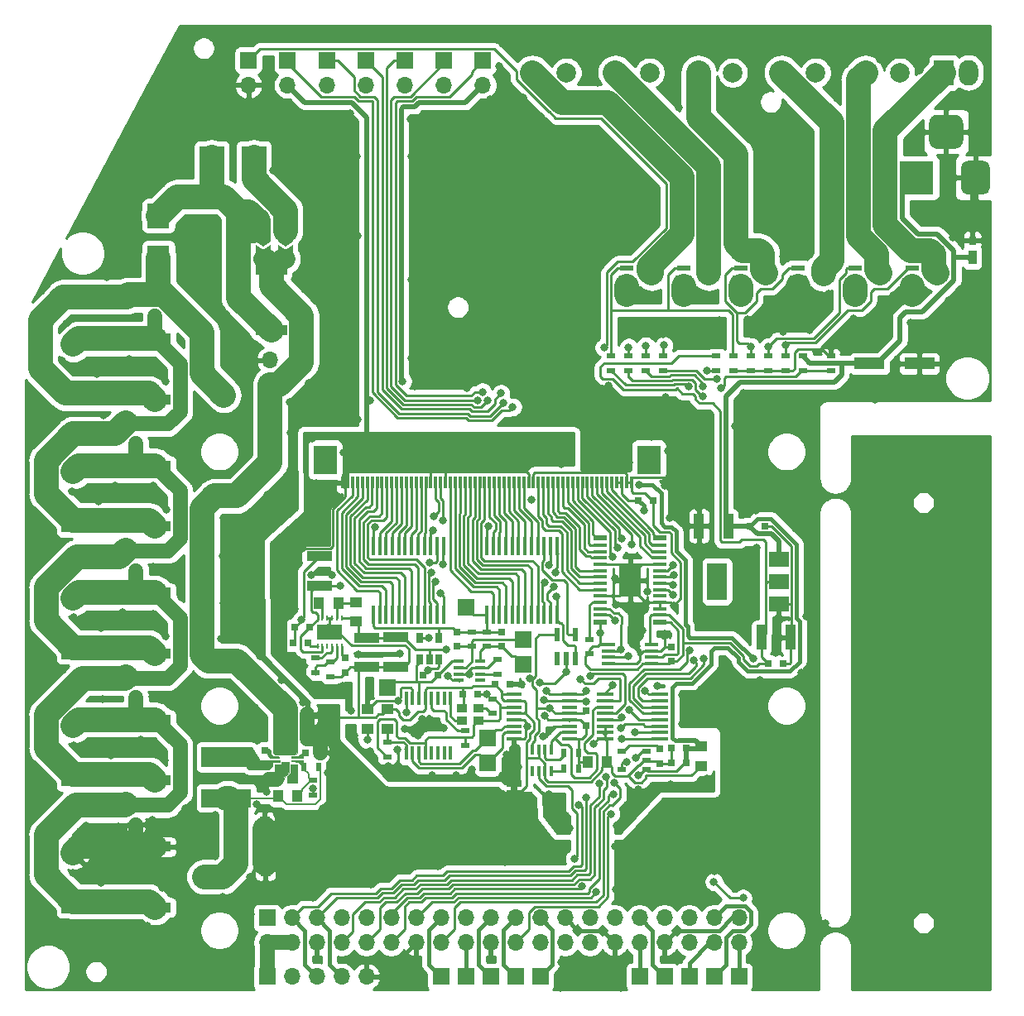
<source format=gtl>
G04 #@! TF.GenerationSoftware,KiCad,Pcbnew,(5.1.6-0-10_14)*
G04 #@! TF.CreationDate,2021-10-06T17:17:57+09:00*
G04 #@! TF.ProjectId,qPCR-main,71504352-2d6d-4616-996e-2e6b69636164,rev?*
G04 #@! TF.SameCoordinates,Original*
G04 #@! TF.FileFunction,Copper,L1,Top*
G04 #@! TF.FilePolarity,Positive*
%FSLAX46Y46*%
G04 Gerber Fmt 4.6, Leading zero omitted, Abs format (unit mm)*
G04 Created by KiCad (PCBNEW (5.1.6-0-10_14)) date 2021-10-06 17:17:57*
%MOMM*%
%LPD*%
G01*
G04 APERTURE LIST*
G04 #@! TA.AperFunction,NonConductor*
%ADD10C,0.100000*%
G04 #@! TD*
G04 #@! TA.AperFunction,EtchedComponent*
%ADD11C,0.100000*%
G04 #@! TD*
G04 #@! TA.AperFunction,Conductor*
%ADD12R,2.200000X3.400000*%
G04 #@! TD*
G04 #@! TA.AperFunction,SMDPad,CuDef*
%ADD13R,1.350000X0.600000*%
G04 #@! TD*
G04 #@! TA.AperFunction,SMDPad,CuDef*
%ADD14R,1.350000X0.400000*%
G04 #@! TD*
G04 #@! TA.AperFunction,SMDPad,CuDef*
%ADD15R,0.440000X1.900000*%
G04 #@! TD*
G04 #@! TA.AperFunction,SMDPad,CuDef*
%ADD16R,0.457200X0.200000*%
G04 #@! TD*
G04 #@! TA.AperFunction,SMDPad,CuDef*
%ADD17R,0.678200X0.711200*%
G04 #@! TD*
G04 #@! TA.AperFunction,SMDPad,CuDef*
%ADD18R,0.249999X0.499999*%
G04 #@! TD*
G04 #@! TA.AperFunction,SMDPad,CuDef*
%ADD19R,2.500000X1.500000*%
G04 #@! TD*
G04 #@! TA.AperFunction,ComponentPad*
%ADD20C,0.600000*%
G04 #@! TD*
G04 #@! TA.AperFunction,SMDPad,CuDef*
%ADD21R,0.750000X0.800000*%
G04 #@! TD*
G04 #@! TA.AperFunction,SMDPad,CuDef*
%ADD22R,1.000000X1.250000*%
G04 #@! TD*
G04 #@! TA.AperFunction,SMDPad,CuDef*
%ADD23R,1.000000X2.500000*%
G04 #@! TD*
G04 #@! TA.AperFunction,SMDPad,CuDef*
%ADD24R,0.800000X0.750000*%
G04 #@! TD*
G04 #@! TA.AperFunction,ComponentPad*
%ADD25O,1.700000X1.700000*%
G04 #@! TD*
G04 #@! TA.AperFunction,ComponentPad*
%ADD26R,1.700000X1.700000*%
G04 #@! TD*
G04 #@! TA.AperFunction,SMDPad,CuDef*
%ADD27R,1.570000X0.410000*%
G04 #@! TD*
G04 #@! TA.AperFunction,SMDPad,CuDef*
%ADD28R,0.355600X1.473200*%
G04 #@! TD*
G04 #@! TA.AperFunction,SMDPad,CuDef*
%ADD29R,0.900000X0.500000*%
G04 #@! TD*
G04 #@! TA.AperFunction,SMDPad,CuDef*
%ADD30R,1.000000X0.900000*%
G04 #@! TD*
G04 #@! TA.AperFunction,SMDPad,CuDef*
%ADD31R,1.250000X1.000000*%
G04 #@! TD*
G04 #@! TA.AperFunction,SMDPad,CuDef*
%ADD32R,1.450000X0.450000*%
G04 #@! TD*
G04 #@! TA.AperFunction,SMDPad,CuDef*
%ADD33R,1.450000X0.400000*%
G04 #@! TD*
G04 #@! TA.AperFunction,ComponentPad*
%ADD34C,2.000000*%
G04 #@! TD*
G04 #@! TA.AperFunction,ComponentPad*
%ADD35R,3.500000X3.500000*%
G04 #@! TD*
G04 #@! TA.AperFunction,SMDPad,CuDef*
%ADD36C,0.100000*%
G04 #@! TD*
G04 #@! TA.AperFunction,ComponentPad*
%ADD37O,2.000000X2.600000*%
G04 #@! TD*
G04 #@! TA.AperFunction,ComponentPad*
%ADD38R,2.000000X2.600000*%
G04 #@! TD*
G04 #@! TA.AperFunction,SMDPad,CuDef*
%ADD39R,1.320800X0.558800*%
G04 #@! TD*
G04 #@! TA.AperFunction,SMDPad,CuDef*
%ADD40R,0.650000X1.060000*%
G04 #@! TD*
G04 #@! TA.AperFunction,SMDPad,CuDef*
%ADD41R,1.060000X0.400000*%
G04 #@! TD*
G04 #@! TA.AperFunction,SMDPad,CuDef*
%ADD42R,0.400000X1.060000*%
G04 #@! TD*
G04 #@! TA.AperFunction,SMDPad,CuDef*
%ADD43R,1.676400X0.355600*%
G04 #@! TD*
G04 #@! TA.AperFunction,SMDPad,CuDef*
%ADD44R,0.800000X0.900000*%
G04 #@! TD*
G04 #@! TA.AperFunction,SMDPad,CuDef*
%ADD45R,2.000000X1.500000*%
G04 #@! TD*
G04 #@! TA.AperFunction,SMDPad,CuDef*
%ADD46R,2.000000X3.800000*%
G04 #@! TD*
G04 #@! TA.AperFunction,SMDPad,CuDef*
%ADD47R,2.400000X3.000000*%
G04 #@! TD*
G04 #@! TA.AperFunction,SMDPad,CuDef*
%ADD48R,0.300000X1.250000*%
G04 #@! TD*
G04 #@! TA.AperFunction,ComponentPad*
%ADD49R,2.400000X2.400000*%
G04 #@! TD*
G04 #@! TA.AperFunction,ComponentPad*
%ADD50C,2.400000*%
G04 #@! TD*
G04 #@! TA.AperFunction,SMDPad,CuDef*
%ADD51R,0.825500X0.508000*%
G04 #@! TD*
G04 #@! TA.AperFunction,SMDPad,CuDef*
%ADD52R,3.098800X1.219200*%
G04 #@! TD*
G04 #@! TA.AperFunction,SMDPad,CuDef*
%ADD53R,5.100000X1.900000*%
G04 #@! TD*
G04 #@! TA.AperFunction,SMDPad,CuDef*
%ADD54R,5.100000X2.100000*%
G04 #@! TD*
G04 #@! TA.AperFunction,SMDPad,CuDef*
%ADD55R,2.500000X1.000000*%
G04 #@! TD*
G04 #@! TA.AperFunction,SMDPad,CuDef*
%ADD56R,2.500000X2.300000*%
G04 #@! TD*
G04 #@! TA.AperFunction,SMDPad,CuDef*
%ADD57R,2.300000X2.500000*%
G04 #@! TD*
G04 #@! TA.AperFunction,SMDPad,CuDef*
%ADD58R,0.500000X0.900000*%
G04 #@! TD*
G04 #@! TA.AperFunction,SMDPad,CuDef*
%ADD59R,3.200000X1.000000*%
G04 #@! TD*
G04 #@! TA.AperFunction,SMDPad,CuDef*
%ADD60R,0.889000X1.397000*%
G04 #@! TD*
G04 #@! TA.AperFunction,SMDPad,CuDef*
%ADD61R,0.762000X0.863600*%
G04 #@! TD*
G04 #@! TA.AperFunction,ComponentPad*
%ADD62O,2.400000X2.400000*%
G04 #@! TD*
G04 #@! TA.AperFunction,SMDPad,CuDef*
%ADD63R,0.558800X1.473200*%
G04 #@! TD*
G04 #@! TA.AperFunction,ViaPad*
%ADD64C,0.800000*%
G04 #@! TD*
G04 #@! TA.AperFunction,Conductor*
%ADD65C,0.250000*%
G04 #@! TD*
G04 #@! TA.AperFunction,Conductor*
%ADD66C,2.540000*%
G04 #@! TD*
G04 #@! TA.AperFunction,Conductor*
%ADD67C,1.524000*%
G04 #@! TD*
G04 #@! TA.AperFunction,Conductor*
%ADD68C,0.381000*%
G04 #@! TD*
G04 #@! TA.AperFunction,Conductor*
%ADD69C,0.508000*%
G04 #@! TD*
G04 #@! TA.AperFunction,Conductor*
%ADD70C,0.127000*%
G04 #@! TD*
G04 #@! TA.AperFunction,Conductor*
%ADD71C,2.032000*%
G04 #@! TD*
G04 #@! TA.AperFunction,Conductor*
%ADD72C,1.270000*%
G04 #@! TD*
G04 #@! TA.AperFunction,Conductor*
%ADD73C,0.203200*%
G04 #@! TD*
G04 #@! TA.AperFunction,Conductor*
%ADD74C,0.254000*%
G04 #@! TD*
G04 APERTURE END LIST*
D10*
G36*
X109030000Y-126370000D02*
G01*
X108700000Y-126020000D01*
X107890000Y-126000000D01*
X107890000Y-125900000D01*
X109030000Y-125900000D01*
X109030000Y-126370000D01*
G37*
X109030000Y-126370000D02*
X108700000Y-126020000D01*
X107890000Y-126000000D01*
X107890000Y-125900000D01*
X109030000Y-125900000D01*
X109030000Y-126370000D01*
G36*
X109040000Y-125600000D02*
G01*
X107830000Y-125610000D01*
X107830000Y-125490000D01*
X108510000Y-125490000D01*
X109040000Y-125130000D01*
X109040000Y-125600000D01*
G37*
X109040000Y-125600000D02*
X107830000Y-125610000D01*
X107830000Y-125490000D01*
X108510000Y-125490000D01*
X109040000Y-125130000D01*
X109040000Y-125600000D01*
G36*
X105760000Y-124880000D02*
G01*
X105760000Y-125500000D01*
X106590000Y-125500000D01*
X106590000Y-125590000D01*
X105700000Y-125590000D01*
X105370000Y-125260000D01*
X105370000Y-124590000D01*
X105760000Y-124880000D01*
G37*
X105760000Y-124880000D02*
X105760000Y-125500000D01*
X106590000Y-125500000D01*
X106590000Y-125590000D01*
X105700000Y-125590000D01*
X105370000Y-125260000D01*
X105370000Y-124590000D01*
X105760000Y-124880000D01*
G36*
X108420000Y-125110000D02*
G01*
X108220000Y-125250000D01*
X106170000Y-125250000D01*
X106040000Y-125110000D01*
X106040000Y-123230000D01*
X108420000Y-123230000D01*
X108420000Y-125110000D01*
G37*
X108420000Y-125110000D02*
X108220000Y-125250000D01*
X106170000Y-125250000D01*
X106040000Y-125110000D01*
X106040000Y-123230000D01*
X108420000Y-123230000D01*
X108420000Y-125110000D01*
G36*
X108430000Y-128150000D02*
G01*
X107470000Y-128150000D01*
X107470000Y-127520000D01*
X107800000Y-127260000D01*
X107800000Y-126260000D01*
X108430000Y-126260000D01*
X108430000Y-128150000D01*
G37*
X108430000Y-128150000D02*
X107470000Y-128150000D01*
X107470000Y-127520000D01*
X107800000Y-127260000D01*
X107800000Y-126260000D01*
X108430000Y-126260000D01*
X108430000Y-128150000D01*
G36*
X107620000Y-127130000D02*
G01*
X107160000Y-127470000D01*
X107040000Y-128030000D01*
X106300000Y-128030000D01*
X106190000Y-127180000D01*
X106190000Y-126260000D01*
X106780000Y-126260000D01*
X106870000Y-126180000D01*
X106870000Y-126010000D01*
X107620000Y-126010000D01*
X107620000Y-127130000D01*
G37*
X107620000Y-127130000D02*
X107160000Y-127470000D01*
X107040000Y-128030000D01*
X106300000Y-128030000D01*
X106190000Y-127180000D01*
X106190000Y-126260000D01*
X106780000Y-126260000D01*
X106870000Y-126180000D01*
X106870000Y-126010000D01*
X107620000Y-126010000D01*
X107620000Y-127130000D01*
G36*
X104630000Y-125850000D02*
G01*
X106650000Y-125850000D01*
X106650000Y-126030000D01*
X106020000Y-126030000D01*
X105900000Y-126150000D01*
X105900000Y-126430000D01*
X105550000Y-126770000D01*
X103500000Y-126770000D01*
X103250000Y-126500000D01*
X103250000Y-124560000D01*
X103760000Y-124560000D01*
X104630000Y-125850000D01*
G37*
X104630000Y-125850000D02*
X106650000Y-125850000D01*
X106650000Y-126030000D01*
X106020000Y-126030000D01*
X105900000Y-126150000D01*
X105900000Y-126430000D01*
X105550000Y-126770000D01*
X103500000Y-126770000D01*
X103250000Y-126500000D01*
X103250000Y-124560000D01*
X103760000Y-124560000D01*
X104630000Y-125850000D01*
D11*
G36*
X130340000Y-128480000D02*
G01*
X130340000Y-128980000D01*
X130940000Y-128980000D01*
X130940000Y-128480000D01*
X130340000Y-128480000D01*
G37*
D12*
X142530000Y-107430000D03*
D13*
X145580000Y-103105000D03*
X139480000Y-103105000D03*
D14*
X145580000Y-103855000D03*
X139480000Y-103855000D03*
X145580000Y-104505000D03*
X139480000Y-104505000D03*
X145580000Y-105155000D03*
X139480000Y-105155000D03*
X145580000Y-105805000D03*
X139480000Y-105805000D03*
X145580000Y-106455000D03*
X139480000Y-106455000D03*
X145580000Y-107105000D03*
X139480000Y-107105000D03*
X145580000Y-107755000D03*
X139480000Y-107755000D03*
X145580000Y-108405000D03*
X139480000Y-108405000D03*
X145580000Y-109055000D03*
X139480000Y-109055000D03*
X145580000Y-109705000D03*
X139480000Y-109705000D03*
X145580000Y-110355000D03*
X139480000Y-110355000D03*
X145580000Y-111005000D03*
X139480000Y-111005000D03*
D13*
X145580000Y-111755000D03*
X139480000Y-111755000D03*
D15*
X127855000Y-110935000D03*
X128505000Y-110935000D03*
X129155000Y-110935000D03*
X129805000Y-110935000D03*
X130455000Y-110935000D03*
X131105000Y-110935000D03*
X131755000Y-110935000D03*
X132405000Y-110935000D03*
X133055000Y-110935000D03*
X133705000Y-110935000D03*
X134355000Y-110935000D03*
X135005000Y-110935000D03*
X135005000Y-103925000D03*
X134355000Y-103925000D03*
X133705000Y-103925000D03*
X133055000Y-103925000D03*
X132405000Y-103925000D03*
X131755000Y-103925000D03*
X131105000Y-103925000D03*
X130455000Y-103925000D03*
X129805000Y-103925000D03*
X129155000Y-103925000D03*
X128505000Y-103925000D03*
X127855000Y-103925000D03*
X116255000Y-110935000D03*
X116905000Y-110935000D03*
X117555000Y-110935000D03*
X118205000Y-110935000D03*
X118855000Y-110935000D03*
X119505000Y-110935000D03*
X120155000Y-110935000D03*
X120805000Y-110935000D03*
X121455000Y-110935000D03*
X122105000Y-110935000D03*
X122755000Y-110935000D03*
X123405000Y-110935000D03*
X123405000Y-103925000D03*
X122755000Y-103925000D03*
X122105000Y-103925000D03*
X121455000Y-103925000D03*
X120805000Y-103925000D03*
X120155000Y-103925000D03*
X119505000Y-103925000D03*
X118855000Y-103925000D03*
X118205000Y-103925000D03*
X117555000Y-103925000D03*
X116905000Y-103925000D03*
X116255000Y-103925000D03*
D16*
X106445000Y-125150001D03*
X106445000Y-125550000D03*
X106445000Y-125950000D03*
X106445000Y-126349999D03*
X107995000Y-126349999D03*
X107995000Y-125950000D03*
X107995000Y-125550000D03*
X107995000Y-125150001D03*
D17*
X107220000Y-126398000D03*
D18*
X110540000Y-114180000D03*
X111039999Y-114180000D03*
X111540000Y-114180000D03*
X112040000Y-114180000D03*
X112540001Y-114180000D03*
X113040000Y-114180000D03*
X113040000Y-111280000D03*
X112540001Y-111280000D03*
X112040000Y-111280000D03*
X111540000Y-111280000D03*
X111039999Y-111280000D03*
X110540000Y-111280000D03*
D19*
X111790000Y-112730000D03*
D20*
X110789999Y-112730000D03*
X111790000Y-112130000D03*
X112790001Y-112730000D03*
X111790000Y-113229999D03*
D21*
X105150000Y-126400000D03*
X105150000Y-124900000D03*
D22*
X108500000Y-129480000D03*
X106500000Y-129480000D03*
D23*
X102150000Y-132910000D03*
X105150000Y-132910000D03*
D24*
X107880000Y-127800000D03*
X106380000Y-127800000D03*
D25*
X153630000Y-144540000D03*
X153630000Y-142000000D03*
X135850000Y-144540000D03*
X135850000Y-142000000D03*
X130770000Y-144540000D03*
X130770000Y-142000000D03*
X140930000Y-144540000D03*
X140930000Y-142000000D03*
X112990000Y-144540000D03*
X112990000Y-142000000D03*
X143470000Y-144540000D03*
X143470000Y-142000000D03*
X125690000Y-144540000D03*
X125690000Y-142000000D03*
X148550000Y-144540000D03*
X148550000Y-142000000D03*
X146010000Y-144540000D03*
X146010000Y-142000000D03*
X151090000Y-144540000D03*
X151090000Y-142000000D03*
X128230000Y-144540000D03*
X128230000Y-142000000D03*
X115530000Y-144540000D03*
X115530000Y-142000000D03*
X120610000Y-144540000D03*
X120610000Y-142000000D03*
X138390000Y-144540000D03*
X138390000Y-142000000D03*
X118070000Y-144540000D03*
X118070000Y-142000000D03*
X133310000Y-144540000D03*
X133310000Y-142000000D03*
D26*
X105370000Y-142000000D03*
D25*
X105370000Y-144540000D03*
X110450000Y-142000000D03*
X107910000Y-144540000D03*
X123150000Y-144540000D03*
X123150000Y-142000000D03*
X107910000Y-142000000D03*
X110450000Y-144540000D03*
D27*
X136340000Y-119125000D03*
X136340000Y-119775000D03*
X136340000Y-120425000D03*
X136340000Y-121075000D03*
X136340000Y-121725000D03*
X136340000Y-122375000D03*
X136340000Y-123025000D03*
X136340000Y-123675000D03*
X130600000Y-123675000D03*
X130600000Y-123025000D03*
X130600000Y-122375000D03*
X130600000Y-121725000D03*
X130600000Y-121075000D03*
X130600000Y-120425000D03*
X130600000Y-119775000D03*
X130600000Y-119125000D03*
D26*
X117670000Y-118400000D03*
X105700000Y-87440000D03*
D25*
X105700000Y-84900000D03*
D28*
X124144999Y-125129400D03*
X123494998Y-125129400D03*
X122844999Y-125129400D03*
X122194998Y-125129400D03*
X121544999Y-125129400D03*
X120895001Y-125129400D03*
X120244999Y-125129400D03*
X119595001Y-125129400D03*
X119595001Y-119490600D03*
X120245002Y-119490600D03*
X120895001Y-119490600D03*
X121545002Y-119490600D03*
X122195001Y-119490600D03*
X122844999Y-119490600D03*
X123495001Y-119490600D03*
X124144999Y-119490600D03*
D29*
X117660000Y-125520000D03*
X117660000Y-124020000D03*
X128460000Y-119570000D03*
X128460000Y-121070000D03*
D24*
X126900000Y-119140000D03*
X125400000Y-119140000D03*
D30*
X126962500Y-120577500D03*
X125337500Y-120577500D03*
X125337500Y-121802500D03*
X126962500Y-121802500D03*
D31*
X115640000Y-120660000D03*
X115640000Y-122660000D03*
D32*
X140330000Y-114000000D03*
D33*
X140330000Y-114675000D03*
X140330000Y-115325000D03*
D32*
X140330000Y-116000000D03*
X144730000Y-116000000D03*
D33*
X144730000Y-115325000D03*
X144730000Y-114675000D03*
D32*
X144730000Y-114000000D03*
D34*
X166590000Y-55500000D03*
X170090000Y-55500000D03*
X144500000Y-55500000D03*
X141000000Y-55500000D03*
X136000000Y-55500000D03*
X132500000Y-55500000D03*
X158000000Y-55500000D03*
X161500000Y-55500000D03*
X153000000Y-55500000D03*
X149500000Y-55500000D03*
G04 #@! TA.AperFunction,ComponentPad*
G36*
G01*
X176579000Y-60675000D02*
X176579000Y-62425000D01*
G75*
G02*
X175704000Y-63300000I-875000J0D01*
G01*
X173954000Y-63300000D01*
G75*
G02*
X173079000Y-62425000I0J875000D01*
G01*
X173079000Y-60675000D01*
G75*
G02*
X173954000Y-59800000I875000J0D01*
G01*
X175704000Y-59800000D01*
G75*
G02*
X176579000Y-60675000I0J-875000D01*
G01*
G37*
G04 #@! TD.AperFunction*
G04 #@! TA.AperFunction,ComponentPad*
G36*
G01*
X179329000Y-65250000D02*
X179329000Y-67250000D01*
G75*
G02*
X178579000Y-68000000I-750000J0D01*
G01*
X177079000Y-68000000D01*
G75*
G02*
X176329000Y-67250000I0J750000D01*
G01*
X176329000Y-65250000D01*
G75*
G02*
X177079000Y-64500000I750000J0D01*
G01*
X178579000Y-64500000D01*
G75*
G02*
X179329000Y-65250000I0J-750000D01*
G01*
G37*
G04 #@! TD.AperFunction*
D35*
X171829000Y-66250000D03*
D26*
X123150000Y-148000000D03*
X125690000Y-148000000D03*
X128230000Y-148000000D03*
X130770000Y-148000000D03*
X133310000Y-148000000D03*
X146010000Y-148000000D03*
X143470000Y-148000000D03*
X148550000Y-148000000D03*
G04 #@! TA.AperFunction,SMDPad,CuDef*
D36*
G36*
X129890602Y-128080000D02*
G01*
X129890602Y-128055466D01*
X129895412Y-128006635D01*
X129904984Y-127958510D01*
X129919228Y-127911555D01*
X129938005Y-127866222D01*
X129961136Y-127822949D01*
X129988396Y-127782150D01*
X130019524Y-127744221D01*
X130054221Y-127709524D01*
X130092150Y-127678396D01*
X130132949Y-127651136D01*
X130176222Y-127628005D01*
X130221555Y-127609228D01*
X130268510Y-127594984D01*
X130316635Y-127585412D01*
X130365466Y-127580602D01*
X130390000Y-127580602D01*
X130390000Y-127580000D01*
X130890000Y-127580000D01*
X130890000Y-127580602D01*
X130914534Y-127580602D01*
X130963365Y-127585412D01*
X131011490Y-127594984D01*
X131058445Y-127609228D01*
X131103778Y-127628005D01*
X131147051Y-127651136D01*
X131187850Y-127678396D01*
X131225779Y-127709524D01*
X131260476Y-127744221D01*
X131291604Y-127782150D01*
X131318864Y-127822949D01*
X131341995Y-127866222D01*
X131360772Y-127911555D01*
X131375016Y-127958510D01*
X131384588Y-128006635D01*
X131389398Y-128055466D01*
X131389398Y-128080000D01*
X131390000Y-128080000D01*
X131390000Y-128580000D01*
X129890000Y-128580000D01*
X129890000Y-128080000D01*
X129890602Y-128080000D01*
G37*
G04 #@! TD.AperFunction*
G04 #@! TA.AperFunction,SMDPad,CuDef*
G36*
X131390000Y-128880000D02*
G01*
X131390000Y-129380000D01*
X131389398Y-129380000D01*
X131389398Y-129404534D01*
X131384588Y-129453365D01*
X131375016Y-129501490D01*
X131360772Y-129548445D01*
X131341995Y-129593778D01*
X131318864Y-129637051D01*
X131291604Y-129677850D01*
X131260476Y-129715779D01*
X131225779Y-129750476D01*
X131187850Y-129781604D01*
X131147051Y-129808864D01*
X131103778Y-129831995D01*
X131058445Y-129850772D01*
X131011490Y-129865016D01*
X130963365Y-129874588D01*
X130914534Y-129879398D01*
X130890000Y-129879398D01*
X130890000Y-129880000D01*
X130390000Y-129880000D01*
X130390000Y-129879398D01*
X130365466Y-129879398D01*
X130316635Y-129874588D01*
X130268510Y-129865016D01*
X130221555Y-129850772D01*
X130176222Y-129831995D01*
X130132949Y-129808864D01*
X130092150Y-129781604D01*
X130054221Y-129750476D01*
X130019524Y-129715779D01*
X129988396Y-129677850D01*
X129961136Y-129637051D01*
X129938005Y-129593778D01*
X129919228Y-129548445D01*
X129904984Y-129501490D01*
X129895412Y-129453365D01*
X129890602Y-129404534D01*
X129890602Y-129380000D01*
X129890000Y-129380000D01*
X129890000Y-128880000D01*
X131390000Y-128880000D01*
G37*
G04 #@! TD.AperFunction*
D37*
X177130000Y-55500000D03*
D38*
X174590000Y-55500000D03*
D39*
X173525532Y-76400000D03*
X171341132Y-77339800D03*
X171341132Y-75460200D03*
X167692199Y-76400000D03*
X165507799Y-77339800D03*
X165507799Y-75460200D03*
X148007800Y-75460200D03*
X148007800Y-77339800D03*
X150192200Y-76400000D03*
X144358867Y-76400000D03*
X142174467Y-77339800D03*
X142174467Y-75460200D03*
X159674466Y-75460200D03*
X159674466Y-77339800D03*
X161858866Y-76400000D03*
X153841133Y-75460200D03*
X153841133Y-77339800D03*
X156025533Y-76400000D03*
D25*
X103465500Y-56770000D03*
D26*
X103465500Y-54230000D03*
X119465500Y-54230000D03*
D25*
X119465500Y-56770000D03*
D26*
X115465500Y-54230000D03*
D25*
X115465500Y-56770000D03*
X111465500Y-56770000D03*
D26*
X111465500Y-54230000D03*
D25*
X107465500Y-56770000D03*
D26*
X107465500Y-54230000D03*
X127465500Y-54230000D03*
D25*
X127465500Y-56770000D03*
D26*
X123465500Y-54230000D03*
D25*
X123465500Y-56770000D03*
D40*
X121030000Y-113320000D03*
X122930000Y-113320000D03*
X122930000Y-115520000D03*
X121980000Y-115520000D03*
X121030000Y-115520000D03*
D41*
X125010000Y-115730000D03*
X125010000Y-116380000D03*
X125010000Y-117040000D03*
X125010000Y-117690000D03*
X127210000Y-117690000D03*
X127210000Y-117040000D03*
X127210000Y-116380000D03*
X127210000Y-115730000D03*
D42*
X134450000Y-126980000D03*
X133800000Y-126980000D03*
X133140000Y-126980000D03*
X132490000Y-126980000D03*
X132490000Y-124780000D03*
X133140000Y-124780000D03*
X133800000Y-124780000D03*
X134450000Y-124780000D03*
D43*
X145579400Y-119125001D03*
X145579400Y-119775002D03*
X145579400Y-120425001D03*
X145579400Y-121075002D03*
X145579400Y-121725001D03*
X145579400Y-122374999D03*
X145579400Y-123025001D03*
X145579400Y-123674999D03*
X139940600Y-123674999D03*
X139940600Y-123024998D03*
X139940600Y-122374999D03*
X139940600Y-121724998D03*
X139940600Y-121074999D03*
X139940600Y-120425001D03*
X139940600Y-119774999D03*
X139940600Y-119125001D03*
D44*
X93936000Y-80450000D03*
X92986000Y-78450000D03*
X94886000Y-78450000D03*
X92926000Y-91450000D03*
X91026000Y-91450000D03*
X91976000Y-93450000D03*
X91976000Y-106450000D03*
X91026000Y-104450000D03*
X92926000Y-104450000D03*
X92926000Y-117450000D03*
X91026000Y-117450000D03*
X91976000Y-119450000D03*
X91976000Y-132450000D03*
X91026000Y-130450000D03*
X92926000Y-130450000D03*
D45*
X157700000Y-109860000D03*
X157700000Y-105260000D03*
X157700000Y-107560000D03*
D46*
X151400000Y-107560000D03*
D26*
X105370000Y-148000000D03*
D25*
X107910000Y-148000000D03*
X110450000Y-148000000D03*
X112990000Y-148000000D03*
X115530000Y-148000000D03*
D47*
X111330000Y-95105000D03*
X144430000Y-95105000D03*
D48*
X113130000Y-97430000D03*
X113630000Y-97430000D03*
X114130000Y-97430000D03*
X114630000Y-97430000D03*
X115130000Y-97430000D03*
X115630000Y-97430000D03*
X116130000Y-97430000D03*
X116630000Y-97430000D03*
X117130000Y-97430000D03*
X117630000Y-97430000D03*
X118130000Y-97430000D03*
X118630000Y-97430000D03*
X119130000Y-97430000D03*
X119630000Y-97430000D03*
X120130000Y-97430000D03*
X120630000Y-97430000D03*
X121130000Y-97430000D03*
X121630000Y-97430000D03*
X122130000Y-97430000D03*
X122630000Y-97430000D03*
X123130000Y-97430000D03*
X123630000Y-97430000D03*
X124130000Y-97430000D03*
X124630000Y-97430000D03*
X125130000Y-97430000D03*
X125630000Y-97430000D03*
X126130000Y-97430000D03*
X126630000Y-97430000D03*
X127130000Y-97430000D03*
X127630000Y-97430000D03*
X128130000Y-97430000D03*
X128630000Y-97430000D03*
X129130000Y-97430000D03*
X129630000Y-97430000D03*
X130130000Y-97430000D03*
X130630000Y-97430000D03*
X131130000Y-97430000D03*
X131630000Y-97430000D03*
X132130000Y-97430000D03*
X132630000Y-97430000D03*
X133130000Y-97430000D03*
X133630000Y-97430000D03*
X134130000Y-97430000D03*
X134630000Y-97430000D03*
X135130000Y-97430000D03*
X135630000Y-97430000D03*
X136130000Y-97430000D03*
X136630000Y-97430000D03*
X137130000Y-97430000D03*
X137630000Y-97430000D03*
X138130000Y-97430000D03*
X138630000Y-97430000D03*
X139130000Y-97430000D03*
X139630000Y-97430000D03*
X140130000Y-97430000D03*
X140630000Y-97430000D03*
X141130000Y-97430000D03*
X141630000Y-97430000D03*
X142130000Y-97430000D03*
X142630000Y-97430000D03*
D26*
X131560000Y-113504000D03*
X131560000Y-116044000D03*
X125760000Y-110210000D03*
D49*
X85546000Y-88320000D03*
D50*
X85546000Y-83320000D03*
X85546000Y-96320000D03*
D49*
X85546000Y-101320000D03*
X85546000Y-114320000D03*
D50*
X85546000Y-109320000D03*
D49*
X85546000Y-127320000D03*
D50*
X85546000Y-122320000D03*
X85546000Y-135320000D03*
D49*
X85546000Y-140320000D03*
D51*
X141636350Y-126832500D03*
X141636350Y-124927500D03*
X144163650Y-124940200D03*
X144163650Y-125880000D03*
X144163650Y-126819800D03*
D26*
X151090000Y-148000000D03*
X153630000Y-148000000D03*
D52*
X172092700Y-85270000D03*
X166987300Y-85270000D03*
D53*
X101200000Y-129730000D03*
D54*
X101200000Y-125530000D03*
D31*
X117660000Y-122640000D03*
X117660000Y-120640000D03*
D21*
X138000000Y-122330000D03*
X138000000Y-120830000D03*
D24*
X128690000Y-118080000D03*
X130190000Y-118080000D03*
D21*
X124820000Y-112730000D03*
X124820000Y-114230000D03*
X129392000Y-114230000D03*
X129392000Y-112730000D03*
D24*
X121340000Y-117160000D03*
X122840000Y-117160000D03*
D21*
X146720000Y-114250000D03*
X146720000Y-115750000D03*
D24*
X143380000Y-99250000D03*
X144880000Y-99250000D03*
X109290000Y-125110000D03*
X110790000Y-125110000D03*
X109258000Y-123704000D03*
X107758000Y-123704000D03*
X109258000Y-122434000D03*
X107758000Y-122434000D03*
D22*
X107508000Y-121164000D03*
X109508000Y-121164000D03*
D23*
X105210000Y-136430000D03*
X102210000Y-136430000D03*
D31*
X149760000Y-126460000D03*
X149760000Y-124460000D03*
D23*
X149550000Y-101880000D03*
X152550000Y-101880000D03*
D24*
X146730000Y-124640000D03*
X148230000Y-124640000D03*
X154800000Y-101880000D03*
X156300000Y-101880000D03*
X146730000Y-126130000D03*
X148230000Y-126130000D03*
D23*
X155950000Y-113280000D03*
X158950000Y-113280000D03*
D24*
X158160000Y-115960000D03*
X156660000Y-115960000D03*
D21*
X145540000Y-124700000D03*
X145540000Y-126200000D03*
D22*
X138160000Y-126060000D03*
X140160000Y-126060000D03*
D55*
X110720000Y-105000000D03*
X110720000Y-108000000D03*
D21*
X113330000Y-115410000D03*
X113330000Y-116910000D03*
D24*
X108210000Y-112270000D03*
X109710000Y-112270000D03*
X109540000Y-113890000D03*
X108040000Y-113890000D03*
D22*
X112700000Y-109790000D03*
X110700000Y-109790000D03*
D55*
X115560000Y-113310000D03*
X115560000Y-116310000D03*
X118570000Y-116270000D03*
X118570000Y-113270000D03*
D56*
X104020000Y-64130000D03*
X99720000Y-64130000D03*
D57*
X94270000Y-70140000D03*
X94270000Y-74440000D03*
D31*
X114460000Y-109680000D03*
X114460000Y-111680000D03*
D29*
X145896000Y-86000000D03*
X145896000Y-84500000D03*
X144118000Y-84500000D03*
X144118000Y-86000000D03*
X158422000Y-86000000D03*
X158422000Y-84500000D03*
X156644000Y-84500000D03*
X156644000Y-86000000D03*
X151310000Y-86000000D03*
X151310000Y-84500000D03*
X140562000Y-84500000D03*
X140562000Y-86000000D03*
X142340000Y-84500000D03*
X142340000Y-86000000D03*
X153088000Y-84500000D03*
X153088000Y-86000000D03*
X154866000Y-84500000D03*
X154866000Y-86000000D03*
X125650000Y-124350000D03*
X125650000Y-122850000D03*
X126344000Y-112730000D03*
X126344000Y-114230000D03*
X127868000Y-114230000D03*
X127868000Y-112730000D03*
X128960000Y-115550000D03*
X128960000Y-117050000D03*
X138380000Y-114988000D03*
X138380000Y-113488000D03*
D58*
X137220000Y-126740000D03*
X135720000Y-126740000D03*
X137220000Y-125130000D03*
X135720000Y-125130000D03*
X110640000Y-126560000D03*
X109140000Y-126560000D03*
D29*
X110080000Y-127900000D03*
X110080000Y-129400000D03*
X160200000Y-84500000D03*
X160200000Y-86000000D03*
X163050000Y-84500000D03*
X163050000Y-86000000D03*
D59*
X93936000Y-82720000D03*
X93936000Y-88920000D03*
X93936000Y-101920000D03*
X93936000Y-95720000D03*
X93936000Y-108720000D03*
X93936000Y-114920000D03*
X93936000Y-127920000D03*
X93936000Y-121720000D03*
X93936000Y-134720000D03*
X93936000Y-140920000D03*
D29*
X110300000Y-115410000D03*
X110300000Y-116910000D03*
X111860000Y-117310000D03*
X111860000Y-115810000D03*
D60*
X177510000Y-74429300D03*
D61*
X177510000Y-72664000D03*
D50*
X100950000Y-88510000D03*
D62*
X100950000Y-68190000D03*
D63*
X135039999Y-113044200D03*
X136940001Y-113044200D03*
X136940001Y-115431800D03*
X135990000Y-115431800D03*
X135039999Y-115431800D03*
D26*
X127930000Y-126126000D03*
X127930000Y-123586000D03*
D59*
X105820000Y-81860000D03*
X105820000Y-75660000D03*
G04 #@! TA.AperFunction,SMDPad,CuDef*
D36*
G36*
X104960000Y-73325000D02*
G01*
X104210000Y-72825000D01*
X104210000Y-71825000D01*
X105710000Y-71825000D01*
X105710000Y-72825000D01*
X104960000Y-73325000D01*
G37*
G04 #@! TD.AperFunction*
G04 #@! TA.AperFunction,SMDPad,CuDef*
G36*
X104210000Y-74275000D02*
G01*
X104210000Y-73125000D01*
X104960000Y-73625000D01*
X105710000Y-73125000D01*
X105710000Y-74275000D01*
X104210000Y-74275000D01*
G37*
G04 #@! TD.AperFunction*
G04 #@! TA.AperFunction,SMDPad,CuDef*
G36*
X106500000Y-74275000D02*
G01*
X106500000Y-73125000D01*
X107250000Y-73625000D01*
X108000000Y-73125000D01*
X108000000Y-74275000D01*
X106500000Y-74275000D01*
G37*
G04 #@! TD.AperFunction*
G04 #@! TA.AperFunction,SMDPad,CuDef*
G36*
X107250000Y-73325000D02*
G01*
X106500000Y-72825000D01*
X106500000Y-71825000D01*
X108000000Y-71825000D01*
X108000000Y-72825000D01*
X107250000Y-73325000D01*
G37*
G04 #@! TD.AperFunction*
D64*
X142960000Y-108510000D03*
X141960000Y-107820000D03*
X143100000Y-106950000D03*
X141920000Y-106150000D03*
X146940000Y-110020000D03*
X146050000Y-112900000D03*
X138730858Y-124220858D03*
X171350000Y-78220000D03*
X165507799Y-78212201D03*
X159674466Y-78214466D03*
X153840000Y-78220000D03*
X148007800Y-78217800D03*
X142174467Y-78215533D03*
X105560000Y-127790000D03*
X110390602Y-123704000D03*
X157690000Y-111320000D03*
X110070000Y-128780000D03*
X108842078Y-111519431D03*
X114680000Y-90960000D03*
X107720000Y-89200000D03*
X109210000Y-77730000D03*
X114650000Y-72230000D03*
X112030000Y-75070000D03*
X111060000Y-79450000D03*
X113960000Y-76980000D03*
X114340000Y-81570000D03*
X111150000Y-84010000D03*
X109660000Y-87240000D03*
X113690000Y-85680000D03*
X112310000Y-89060000D03*
X107800000Y-92360000D03*
X107720000Y-99730000D03*
X105450000Y-98730000D03*
X100920000Y-101050000D03*
X100690000Y-113390000D03*
X100910000Y-109780000D03*
X100860000Y-104920000D03*
X104080000Y-102320000D03*
X104250000Y-107520000D03*
X103970000Y-111870000D03*
X104620000Y-115190000D03*
X109030000Y-119980000D03*
X106890000Y-117700000D03*
X111600000Y-120960000D03*
X111620000Y-122710000D03*
X112320000Y-125240000D03*
X111620000Y-127130000D03*
X111080000Y-130770000D03*
X104320000Y-130400000D03*
X106420000Y-131480000D03*
X105360000Y-129050000D03*
X102870000Y-127840000D03*
X99140000Y-127740000D03*
X100090000Y-135660000D03*
X100090000Y-131470000D03*
X93600000Y-131950000D03*
X85510000Y-137370000D03*
X88380000Y-138440000D03*
X90650000Y-136620000D03*
X94660000Y-138890000D03*
X86880000Y-132580000D03*
X90170000Y-132610000D03*
X95340000Y-136210000D03*
X97830000Y-133810000D03*
X97070000Y-130800000D03*
X98000000Y-123540000D03*
X104380000Y-123870000D03*
X104160000Y-120450000D03*
X96500000Y-121130000D03*
X97810000Y-117440000D03*
X93630000Y-119320000D03*
X88560000Y-119610000D03*
X94900000Y-125910000D03*
X92460000Y-123790000D03*
X89370000Y-125350000D03*
X85640000Y-124380000D03*
X95500000Y-148720000D03*
X85480000Y-148990000D03*
X85360000Y-144680000D03*
X93150000Y-142820000D03*
X88290000Y-142520000D03*
X90220000Y-145840000D03*
X91800000Y-148560000D03*
X81070000Y-144730000D03*
X82820000Y-140660000D03*
X81240000Y-131620000D03*
X83950000Y-129310000D03*
X81200000Y-126280000D03*
X81160000Y-119760000D03*
X84460000Y-116670000D03*
X81250000Y-113550000D03*
X81430000Y-100870000D03*
X83970000Y-103680000D03*
X81370000Y-106590000D03*
X81270000Y-87920000D03*
X88620000Y-90530000D03*
X81540000Y-93490000D03*
X83540000Y-90790000D03*
X95010000Y-113160000D03*
X85560000Y-111240000D03*
X90580000Y-110750000D03*
X88420000Y-112320000D03*
X93730000Y-110850000D03*
X95050000Y-100230000D03*
X93700000Y-97730000D03*
X85390000Y-98320000D03*
X88160000Y-99410000D03*
X89840000Y-97730000D03*
X95030000Y-87110000D03*
X84390000Y-84960000D03*
X87950000Y-86310000D03*
X91270000Y-84830000D03*
X84830000Y-81200000D03*
X92040000Y-80530000D03*
X96520000Y-82910000D03*
X82300000Y-77890000D03*
X84280000Y-75520000D03*
X89020000Y-76420000D03*
X86830000Y-70280000D03*
X92320000Y-72390000D03*
X89320000Y-66140000D03*
X97360000Y-65910000D03*
X91680000Y-69050000D03*
X93320000Y-64320000D03*
X92410000Y-59870000D03*
X96910000Y-51560000D03*
X95270000Y-56050000D03*
X97360000Y-62050000D03*
X100400000Y-55370000D03*
X101980000Y-62490000D03*
X105540000Y-57650000D03*
X104830000Y-61820000D03*
X105970000Y-65510000D03*
X109530000Y-67730000D03*
X114570000Y-64070000D03*
X113860000Y-59670000D03*
X108960000Y-59740000D03*
X109730000Y-63230000D03*
X103850000Y-51830000D03*
X109930000Y-51830000D03*
X115350000Y-51980000D03*
X121040000Y-51850000D03*
X126430000Y-51790000D03*
X130970000Y-51580000D03*
X134110000Y-54000000D03*
X139230000Y-56520000D03*
X129150000Y-54880000D03*
X128160000Y-58260000D03*
X134460000Y-62480000D03*
X130400000Y-64410000D03*
X120140000Y-64090000D03*
X120090000Y-60240000D03*
X123890000Y-61960000D03*
X129510000Y-61180000D03*
X131600000Y-58050000D03*
X138800000Y-51730000D03*
X142920000Y-54440000D03*
X147470000Y-59070000D03*
X146740000Y-54110000D03*
X143730000Y-51670000D03*
X150830000Y-51670000D03*
X151270000Y-53880000D03*
X159130000Y-60260000D03*
X155400000Y-60180000D03*
X155420000Y-54400000D03*
X158220000Y-51610000D03*
X163670000Y-58140000D03*
X163610000Y-53860000D03*
X168060000Y-54120000D03*
X172100000Y-55260000D03*
X166100000Y-51480000D03*
X171080000Y-51720000D03*
X175710000Y-51540000D03*
X178920000Y-53280000D03*
X178350000Y-60120000D03*
X175050000Y-66140000D03*
X173213111Y-69470001D03*
X177829000Y-69491000D03*
X92890000Y-137650000D03*
X175510000Y-72340000D03*
X178840000Y-76360000D03*
X175050000Y-78760000D03*
X179050000Y-84450000D03*
X174690000Y-84450000D03*
X174300000Y-88600000D03*
X177330000Y-80990000D03*
X171230000Y-81120000D03*
X169380000Y-78260000D03*
X162910000Y-83180000D03*
X167670000Y-83820000D03*
X165350000Y-80650000D03*
X168830000Y-81380000D03*
X169510000Y-85340000D03*
X167580000Y-88970000D03*
X165240000Y-87040000D03*
X154130000Y-88240000D03*
X153240000Y-91630000D03*
X161480000Y-91160000D03*
X158020000Y-89600000D03*
X162000000Y-88560000D03*
X155210000Y-96360000D03*
X161010000Y-100010000D03*
X155390000Y-100270000D03*
X161110000Y-105360000D03*
X159430000Y-102130000D03*
X159370000Y-98170000D03*
X155420000Y-104100000D03*
X155260000Y-111240000D03*
X160550000Y-111130000D03*
X161120000Y-107860000D03*
X160020000Y-116920000D03*
X161020000Y-114050000D03*
X161550000Y-118170000D03*
X157430000Y-114830000D03*
X155810000Y-117700000D03*
X155910000Y-122940000D03*
X161540000Y-122830000D03*
X160890000Y-129210000D03*
X159310000Y-125880000D03*
X156100000Y-128830000D03*
X159320000Y-132100000D03*
X160820000Y-135840000D03*
X156340000Y-135580000D03*
X155950000Y-140750000D03*
X159470000Y-138640000D03*
X162490000Y-142590000D03*
X161400000Y-147240000D03*
X155600000Y-148470000D03*
X155570000Y-145740000D03*
X158510000Y-147330000D03*
X141600000Y-149130000D03*
X135440000Y-146510000D03*
X135360000Y-149160000D03*
X141580000Y-146580000D03*
X138750000Y-148050000D03*
X141030000Y-139110000D03*
X141000000Y-134690000D03*
X142860000Y-136930000D03*
X145710000Y-139110000D03*
X148620000Y-138180000D03*
X151170000Y-137190000D03*
X151330000Y-130550000D03*
X146390000Y-130550000D03*
X144350000Y-133170000D03*
X146660000Y-135060000D03*
X148890000Y-132930000D03*
X151270000Y-122070000D03*
X147850000Y-122140000D03*
X147810000Y-119160000D03*
X151180000Y-117970000D03*
X149680000Y-120280000D03*
X145330000Y-118290000D03*
X143760000Y-112610000D03*
X143140000Y-114200000D03*
X141070000Y-109920000D03*
X144010000Y-110460000D03*
X144290000Y-108560000D03*
X140940000Y-107250000D03*
X148710000Y-104310000D03*
X146530000Y-101090000D03*
X148220000Y-100370000D03*
X146040000Y-97780000D03*
X148430000Y-97760000D03*
X146380000Y-94210000D03*
X144710000Y-92790000D03*
X143280000Y-91330000D03*
X142390000Y-95360000D03*
X138370000Y-95620000D03*
X140420000Y-93310000D03*
X137970000Y-91560000D03*
X133060000Y-91270000D03*
X148040000Y-90290000D03*
X146160000Y-88680000D03*
X140290000Y-87510000D03*
X131320000Y-87570000D03*
X135970000Y-87570000D03*
X145900000Y-82300000D03*
X141680000Y-82460000D03*
X139100000Y-82030000D03*
X138380000Y-85200000D03*
X138800000Y-78300000D03*
X141450000Y-73020000D03*
X145280000Y-78620000D03*
X141860000Y-80960000D03*
X151680000Y-80870000D03*
X154550000Y-80730000D03*
X156770000Y-78910000D03*
X162840000Y-78120000D03*
X159010000Y-80040000D03*
X160870000Y-81880000D03*
X158170000Y-81980000D03*
X162390000Y-79850000D03*
X160850000Y-74110000D03*
X158180000Y-74290000D03*
X159490000Y-72100000D03*
X137850000Y-72330000D03*
X133190000Y-68890000D03*
X120390000Y-68680000D03*
X127270000Y-68760000D03*
X123240000Y-72450000D03*
X120140000Y-76650000D03*
X127360000Y-76950000D03*
X130930000Y-72920000D03*
X133910000Y-77030000D03*
X123510000Y-81040000D03*
X120150000Y-84740000D03*
X120450000Y-87640000D03*
X125810000Y-87770000D03*
X128710000Y-83890000D03*
X131440000Y-80930000D03*
X135350000Y-83380000D03*
X100880000Y-139880000D03*
X103730000Y-141590000D03*
X103660000Y-137770000D03*
X106340000Y-140240000D03*
X110070000Y-139900000D03*
X107150000Y-135650000D03*
X111630000Y-135330000D03*
X114690000Y-132770000D03*
X115640000Y-128430000D03*
X118320000Y-131020000D03*
X115970000Y-138560000D03*
X122820000Y-136750000D03*
X129690000Y-136300000D03*
X130880000Y-131080000D03*
X133400000Y-133400000D03*
X124690000Y-130100000D03*
X126480000Y-133180000D03*
X119180000Y-134730000D03*
X114580000Y-136290000D03*
X108920000Y-132820000D03*
X93730000Y-106090000D03*
X96590000Y-109160000D03*
X96620000Y-105560000D03*
X115620000Y-123780000D03*
X119610000Y-120980000D03*
X131985002Y-122375000D03*
X131430000Y-118080000D03*
X133640382Y-123454338D03*
X119235030Y-87077732D03*
X115925937Y-89034063D03*
X121855383Y-116650002D03*
X118817201Y-119771224D03*
X113130000Y-118240000D03*
X112200000Y-98500000D03*
X110410000Y-97490000D03*
X110500000Y-100390000D03*
X111240000Y-103320000D03*
X108710000Y-102630000D03*
X106880000Y-104510000D03*
X106600000Y-109000000D03*
X106380000Y-114390000D03*
X108230000Y-110370000D03*
X109900000Y-106930000D03*
X112020000Y-106890000D03*
X114690000Y-115070000D03*
X118960000Y-114990000D03*
X119450000Y-122680000D03*
X123480000Y-122590000D03*
X121250000Y-121610000D03*
X120860000Y-123350000D03*
X117770000Y-126490000D03*
X114290000Y-123320000D03*
X113990000Y-120760000D03*
X115870000Y-124980000D03*
X119570000Y-127350000D03*
X118690000Y-124750000D03*
X122260000Y-127390000D03*
X124710000Y-127370000D03*
X126340000Y-126800000D03*
X129440000Y-127360000D03*
X129910000Y-125300000D03*
X130910000Y-124580000D03*
X131070000Y-126580000D03*
X134190000Y-129370000D03*
X136300000Y-132830000D03*
X141120000Y-132560000D03*
X143320000Y-128820000D03*
X150370000Y-127770000D03*
X146660000Y-128310000D03*
X142830000Y-130790000D03*
X109970000Y-92960000D03*
X113190000Y-94400000D03*
X114550000Y-93010000D03*
X114710000Y-95630000D03*
X116670000Y-92960000D03*
X116880000Y-95270000D03*
X119000000Y-93070000D03*
X119420000Y-95370000D03*
X121710000Y-93360000D03*
X122070000Y-95270000D03*
X124380000Y-93300000D03*
X124580000Y-95420000D03*
X126950000Y-93530000D03*
X127760000Y-95540000D03*
X130000000Y-93590000D03*
X131020000Y-95410000D03*
X133590000Y-93500000D03*
X135460000Y-95580000D03*
X132390000Y-99190000D03*
X116414999Y-102030000D03*
X128014999Y-101937357D03*
X123879998Y-117220000D03*
X127820000Y-119140000D03*
X139480000Y-112810000D03*
X144055000Y-118750000D03*
X121960000Y-113330000D03*
X134306878Y-120500000D03*
X112900000Y-108010000D03*
X132262052Y-117525299D03*
X133757448Y-121335541D03*
X142186136Y-126081562D03*
X123080020Y-108797936D03*
X126060000Y-117040000D03*
X123710000Y-114510000D03*
X134954990Y-109110000D03*
X98940000Y-137790000D03*
X143440000Y-97690000D03*
X143950000Y-100290000D03*
X155079991Y-115480000D03*
X143082628Y-125638498D03*
X107250000Y-69615041D03*
X143352954Y-127392954D03*
X138416508Y-117275001D03*
X122428362Y-100888728D03*
X136820459Y-135949939D03*
X135990000Y-116788000D03*
X122345000Y-102338729D03*
X133226656Y-117922905D03*
X140569317Y-131338808D03*
X149949971Y-87595000D03*
X134847879Y-106670593D03*
X123397823Y-105819254D03*
X139357976Y-128274960D03*
X151399972Y-86860000D03*
X139837000Y-83630000D03*
X150330000Y-86000000D03*
X149949971Y-88595003D03*
X137453528Y-117544580D03*
X123388238Y-101283660D03*
X134232507Y-105882355D03*
X121998325Y-105674975D03*
X141650000Y-123700000D03*
X140076634Y-127538378D03*
X139047051Y-139367041D03*
X148499970Y-87642548D03*
X122630010Y-107614520D03*
X142980000Y-122975000D03*
X140774227Y-129314920D03*
X134677450Y-108125000D03*
X137603269Y-138749970D03*
X154066187Y-139968999D03*
X151082732Y-138299960D03*
X151849982Y-87797978D03*
X138042668Y-118782025D03*
X141601236Y-114517160D03*
X133932231Y-118737769D03*
X137995469Y-129700774D03*
X122180000Y-106667686D03*
X141560000Y-122580000D03*
X140896563Y-128167278D03*
X133780000Y-107670000D03*
X142350000Y-115180000D03*
X138020000Y-119829998D03*
X140942359Y-111537641D03*
X133678308Y-119704995D03*
X137270469Y-130417486D03*
X146885154Y-108939848D03*
X140755002Y-105080000D03*
X146895101Y-107924489D03*
X141205001Y-104079999D03*
X146943887Y-106925677D03*
X141655011Y-103144455D03*
X142655002Y-103755000D03*
X146855002Y-105929634D03*
X158422000Y-83408000D03*
X145972000Y-83408000D03*
X144110000Y-83470000D03*
X156660000Y-83520000D03*
X154850000Y-83530000D03*
X142350000Y-83600000D03*
X149037249Y-115630010D03*
X127949718Y-89064412D03*
X142396660Y-120732444D03*
X129305378Y-88322301D03*
X140750034Y-118209754D03*
X129501410Y-89335937D03*
X141689552Y-121439552D03*
X130507295Y-89712760D03*
X150014950Y-115420000D03*
X127416693Y-88159942D03*
X148625490Y-114582060D03*
X126890000Y-89010000D03*
D65*
X117660000Y-122640000D02*
X117660000Y-124020000D01*
X119595001Y-125129400D02*
X119595001Y-124785001D01*
X119595001Y-124785001D02*
X119500000Y-124690000D01*
X119595001Y-125129400D02*
X119595001Y-124295001D01*
X119320000Y-124020000D02*
X117660000Y-124020000D01*
X119595001Y-124295001D02*
X119320000Y-124020000D01*
X142130000Y-97430000D02*
X142630000Y-97430000D01*
X142630000Y-98360000D02*
X142819999Y-98549999D01*
X142630000Y-97430000D02*
X142630000Y-98360000D01*
X142130000Y-96555000D02*
X141975000Y-96400000D01*
X142130000Y-97430000D02*
X142130000Y-96555000D01*
X132630000Y-96569998D02*
X132630000Y-97430000D01*
X132799998Y-96400000D02*
X132630000Y-96569998D01*
X141975000Y-96400000D02*
X132799998Y-96400000D01*
X144740002Y-99250000D02*
X144880000Y-99250000D01*
X144040001Y-98549999D02*
X144740002Y-99250000D01*
X142819999Y-98549999D02*
X144040001Y-98549999D01*
X146015002Y-114250000D02*
X146720000Y-114250000D01*
X145590002Y-114675000D02*
X146015002Y-114250000D01*
X144730000Y-114675000D02*
X145590002Y-114675000D01*
X146940000Y-110020000D02*
X146620000Y-109700000D01*
X146620000Y-109700000D02*
X145585000Y-109700000D01*
X143550000Y-114994998D02*
X143869998Y-114675000D01*
X143869998Y-114675000D02*
X144730000Y-114675000D01*
X143550000Y-115620000D02*
X143550000Y-114994998D01*
X143170000Y-116000000D02*
X143550000Y-115620000D01*
X140330000Y-116000000D02*
X143170000Y-116000000D01*
X146015002Y-112934998D02*
X146050000Y-112900000D01*
X146015002Y-114250000D02*
X146015002Y-112934998D01*
X125447499Y-120577500D02*
X125447499Y-119202500D01*
X125447499Y-119202500D02*
X125509999Y-119140000D01*
X125195002Y-118935002D02*
X125400000Y-119140000D01*
X145585000Y-109700000D02*
X145580000Y-109705000D01*
X145580000Y-110355000D02*
X145580000Y-109705000D01*
X145580000Y-109705000D02*
X144145000Y-109705000D01*
X142960000Y-108520000D02*
X142960000Y-108510000D01*
X144145000Y-109705000D02*
X142960000Y-108520000D01*
X139480000Y-105805000D02*
X141575000Y-105805000D01*
X139480000Y-109055000D02*
X141415000Y-109055000D01*
X141960000Y-108510000D02*
X141960000Y-107820000D01*
X141415000Y-109055000D02*
X141960000Y-108510000D01*
X141575000Y-105805000D02*
X141920000Y-106150000D01*
X145580000Y-105805000D02*
X143685000Y-105805000D01*
X142530000Y-106960000D02*
X142530000Y-107430000D01*
X143685000Y-105805000D02*
X142530000Y-106960000D01*
X144880000Y-101842438D02*
X145517561Y-102479999D01*
X144880000Y-99250000D02*
X144880000Y-101842438D01*
X146515001Y-102479999D02*
X146700000Y-102664998D01*
X145517561Y-102479999D02*
X146515001Y-102479999D01*
X146700000Y-102664998D02*
X146700000Y-104660000D01*
X147668888Y-109291112D02*
X146940000Y-110020000D01*
X147668888Y-105628888D02*
X147668888Y-109291112D01*
X146700000Y-104660000D02*
X147668888Y-105628888D01*
X125400000Y-119140000D02*
X125400000Y-118470000D01*
X125400000Y-118470000D02*
X125358999Y-118428999D01*
X126484999Y-118215001D02*
X128554999Y-118215001D01*
X126271001Y-118428999D02*
X126484999Y-118215001D01*
X128554999Y-118215001D02*
X128690000Y-118080000D01*
X125358999Y-118428999D02*
X126271001Y-118428999D01*
X128490000Y-118050000D02*
X128480000Y-118050000D01*
X129395000Y-119125000D02*
X129380000Y-119140000D01*
X130600000Y-119125000D02*
X129395000Y-119125000D01*
X128690000Y-118120000D02*
X128690000Y-118080000D01*
X129380000Y-118810000D02*
X128690000Y-118120000D01*
X129380000Y-119140000D02*
X129380000Y-118810000D01*
X130600000Y-119775000D02*
X129615000Y-119775000D01*
X129380000Y-119540000D02*
X129380000Y-119140000D01*
X129615000Y-119775000D02*
X129380000Y-119540000D01*
X130600000Y-121075000D02*
X131655000Y-121075000D01*
X131635000Y-119775000D02*
X130600000Y-119775000D01*
X131810000Y-119950000D02*
X131635000Y-119775000D01*
X131810000Y-120920000D02*
X131810000Y-119950000D01*
X138730858Y-124220858D02*
X138730858Y-124169142D01*
X139225001Y-123674999D02*
X139940600Y-123674999D01*
X138730858Y-124169142D02*
X139225001Y-123674999D01*
X139940600Y-122374999D02*
X139940600Y-123024998D01*
X139940600Y-123024998D02*
X139940600Y-123674999D01*
X133140000Y-125560000D02*
X133800000Y-126220000D01*
X133800000Y-126220000D02*
X133800000Y-126980000D01*
X133140000Y-124780000D02*
X133140000Y-125560000D01*
X131740000Y-120990000D02*
X131810000Y-120920000D01*
X131655000Y-121075000D02*
X131740000Y-120990000D01*
X138730858Y-124220858D02*
X138449142Y-124220858D01*
X140160000Y-126060000D02*
X140160000Y-123860000D01*
X140125601Y-123860000D02*
X139940600Y-123674999D01*
X140160000Y-123860000D02*
X140125601Y-123860000D01*
X133800000Y-127760000D02*
X134100010Y-128060010D01*
X133800000Y-126980000D02*
X133800000Y-127760000D01*
X134100010Y-128060010D02*
X138506403Y-128060009D01*
X139650000Y-126570000D02*
X140160000Y-126060000D01*
X139650000Y-126916412D02*
X139650000Y-126570000D01*
X138506403Y-128060009D02*
X139650000Y-126916412D01*
X145540000Y-126200000D02*
X145340000Y-126000000D01*
X144283650Y-126000000D02*
X144163650Y-125880000D01*
X145340000Y-126000000D02*
X144283650Y-126000000D01*
X146660000Y-126200000D02*
X146730000Y-126130000D01*
X145540000Y-126200000D02*
X146660000Y-126200000D01*
X146730000Y-124640000D02*
X146730000Y-126130000D01*
D66*
X86146000Y-134720000D02*
X85546000Y-135320000D01*
D67*
X91976000Y-132450000D02*
X91976000Y-134670000D01*
D66*
X93936000Y-134720000D02*
X91926000Y-134720000D01*
X91926000Y-134720000D02*
X86146000Y-134720000D01*
D65*
X118530000Y-116310000D02*
X118570000Y-116270000D01*
X115560000Y-116310000D02*
X118530000Y-116310000D01*
X121545002Y-118641197D02*
X121545002Y-119490600D01*
X121757200Y-118428999D02*
X121545002Y-118641197D01*
X125358999Y-118428999D02*
X121757200Y-118428999D01*
D68*
X146010000Y-144540000D02*
X147250501Y-143299499D01*
D65*
X116459588Y-121494000D02*
X116793588Y-121160000D01*
X117140000Y-121160000D02*
X117660000Y-120640000D01*
X116793588Y-121160000D02*
X117140000Y-121160000D01*
X132710003Y-122723001D02*
X132710003Y-121960003D01*
X132710003Y-121960003D02*
X131740000Y-120990000D01*
X132333003Y-123100001D02*
X132710003Y-122723001D01*
X132270010Y-123100001D02*
X132333003Y-123100001D01*
X132270010Y-123676400D02*
X132270010Y-123100001D01*
X131900000Y-124046410D02*
X132270010Y-123676400D01*
X131049636Y-129380000D02*
X131900000Y-128529636D01*
X130640000Y-129380000D02*
X131049636Y-129380000D01*
X133064999Y-125635001D02*
X131924999Y-125635001D01*
X133140000Y-125560000D02*
X133064999Y-125635001D01*
X131924999Y-125635001D02*
X131900000Y-125660000D01*
X131900000Y-125660000D02*
X131900000Y-124046410D01*
X131900000Y-128529636D02*
X131900000Y-125660000D01*
X140660000Y-126560000D02*
X140160000Y-126060000D01*
X140660000Y-127107902D02*
X140660000Y-126560000D01*
X141002098Y-127450000D02*
X140660000Y-127107902D01*
X142270602Y-127450000D02*
X141002098Y-127450000D01*
X143430629Y-126363499D02*
X143357103Y-126363499D01*
X144163650Y-125880000D02*
X143914128Y-125880000D01*
X143914128Y-125880000D02*
X143430629Y-126363499D01*
D68*
X117150000Y-148000000D02*
X120610000Y-144540000D01*
X115530000Y-148000000D02*
X117150000Y-148000000D01*
X139689499Y-143299499D02*
X140930000Y-144540000D01*
X137149499Y-143299499D02*
X139689499Y-143299499D01*
X135850000Y-142000000D02*
X137149499Y-143299499D01*
X147250501Y-143299499D02*
X151620501Y-143299499D01*
X152920000Y-142000000D02*
X153630000Y-142000000D01*
X151620501Y-143299499D02*
X152920000Y-142000000D01*
D66*
X171341132Y-78211132D02*
X171350000Y-78220000D01*
X171341132Y-77339800D02*
X171341132Y-78211132D01*
X165507799Y-77339800D02*
X165507799Y-78212201D01*
X159674466Y-77339800D02*
X159674466Y-78214466D01*
X153841133Y-78218867D02*
X153840000Y-78220000D01*
X153841133Y-77339800D02*
X153841133Y-78218867D01*
X142174467Y-77339800D02*
X142174467Y-78215533D01*
D65*
X159122000Y-86000000D02*
X159330000Y-85792000D01*
X158422000Y-86000000D02*
X159122000Y-86000000D01*
X159330000Y-85792000D02*
X159330000Y-84100000D01*
X159330000Y-84100000D02*
X159650000Y-83780000D01*
X162840000Y-84500000D02*
X163050000Y-84500000D01*
X153088000Y-86000000D02*
X154866000Y-86000000D01*
X154866000Y-86000000D02*
X156644000Y-86000000D01*
X156644000Y-86000000D02*
X158422000Y-86000000D01*
X159025001Y-113204999D02*
X158950000Y-113280000D01*
X156950000Y-101880000D02*
X159025001Y-103955001D01*
X156300000Y-101880000D02*
X156950000Y-101880000D01*
X158990000Y-109860000D02*
X159025001Y-109895001D01*
X157700000Y-109860000D02*
X158990000Y-109860000D01*
X159025001Y-109895001D02*
X159025001Y-113204999D01*
X159025001Y-103955001D02*
X159025001Y-109895001D01*
X158160000Y-115960000D02*
X158870000Y-115960000D01*
X158950000Y-115880000D02*
X158950000Y-113280000D01*
X158870000Y-115960000D02*
X158950000Y-115880000D01*
X115560000Y-116310000D02*
X114770000Y-116310000D01*
X114689999Y-121459999D02*
X114724000Y-121494000D01*
X114689999Y-116390001D02*
X114689999Y-121459999D01*
X114330000Y-116330000D02*
X114249999Y-116410001D01*
X114724000Y-121494000D02*
X116459588Y-121494000D01*
X109508000Y-121494000D02*
X114724000Y-121494000D01*
X111790000Y-111360000D02*
X111710000Y-111280000D01*
X111790000Y-112730000D02*
X111790000Y-111360000D01*
X111710000Y-111280000D02*
X112040000Y-111280000D01*
X111540000Y-111280000D02*
X111710000Y-111280000D01*
X112644998Y-112730000D02*
X114049999Y-114135001D01*
X111790000Y-112730000D02*
X112644998Y-112730000D01*
X117064999Y-114135001D02*
X117104999Y-114095001D01*
X114049999Y-114135001D02*
X117064999Y-114135001D01*
X117104999Y-114095001D02*
X119488591Y-114095001D01*
X119488591Y-114095001D02*
X119850000Y-114456410D01*
X119850000Y-114456410D02*
X119850000Y-115770000D01*
X119350000Y-116270000D02*
X118570000Y-116270000D01*
X119850000Y-115770000D02*
X119350000Y-116270000D01*
D69*
X177510000Y-66569000D02*
X177829000Y-66250000D01*
X177510000Y-72664000D02*
X177510000Y-66569000D01*
D65*
X159650000Y-83780000D02*
X162130000Y-83780000D01*
X162850000Y-84500000D02*
X163050000Y-84500000D01*
X162130000Y-83780000D02*
X162850000Y-84500000D01*
X108210000Y-113720000D02*
X108040000Y-113890000D01*
X108210000Y-112270000D02*
X108210000Y-113720000D01*
X118535000Y-120640000D02*
X118884999Y-120989999D01*
X117660000Y-120640000D02*
X118535000Y-120640000D01*
X118884999Y-121328001D02*
X119261999Y-121705001D01*
X119261999Y-121705001D02*
X119958001Y-121705001D01*
X118884999Y-120989999D02*
X118884999Y-121328001D01*
X119958001Y-121705001D02*
X120823002Y-120840000D01*
X120823002Y-120840000D02*
X121310000Y-120840000D01*
X121545002Y-120604998D02*
X121545002Y-119490600D01*
X121310000Y-120840000D02*
X121545002Y-120604998D01*
D70*
X107171999Y-126349999D02*
X107220000Y-126398000D01*
X106445000Y-126349999D02*
X107171999Y-126349999D01*
X106445000Y-127735000D02*
X106380000Y-127800000D01*
X106445000Y-126349999D02*
X106445000Y-127735000D01*
D67*
X109467011Y-121762989D02*
X109467011Y-123704000D01*
X109508000Y-121722000D02*
X109467011Y-121762989D01*
X109508000Y-121164000D02*
X109508000Y-121722000D01*
X110390602Y-123704000D02*
X109467011Y-123704000D01*
X110790000Y-124103398D02*
X110390602Y-123704000D01*
X110790000Y-125110000D02*
X110790000Y-124103398D01*
X105570000Y-127800000D02*
X105560000Y-127790000D01*
X106380000Y-127800000D02*
X105570000Y-127800000D01*
D66*
X105150000Y-136370000D02*
X105210000Y-136430000D01*
X105150000Y-132910000D02*
X105150000Y-136370000D01*
D65*
X157700000Y-111310000D02*
X157690000Y-111320000D01*
X157700000Y-109860000D02*
X157700000Y-111310000D01*
X142630000Y-97080002D02*
X142630000Y-97430000D01*
X146100001Y-96930001D02*
X142780001Y-96930001D01*
X142780001Y-96930001D02*
X142630000Y-97080002D01*
X149550000Y-100380000D02*
X146100001Y-96930001D01*
X149550000Y-101880000D02*
X149550000Y-100380000D01*
X110080000Y-128790000D02*
X110070000Y-128780000D01*
X110080000Y-129400000D02*
X110080000Y-128790000D01*
X108842078Y-111637922D02*
X108210000Y-112270000D01*
X108842078Y-111519431D02*
X108842078Y-111637922D01*
X112930000Y-117310000D02*
X113330000Y-116910000D01*
X111860000Y-117310000D02*
X112930000Y-117310000D01*
X113910000Y-116330000D02*
X113330000Y-116910000D01*
X114330000Y-116330000D02*
X113910000Y-116330000D01*
X109144999Y-111216510D02*
X108842078Y-111519431D01*
X109144999Y-106575001D02*
X109144999Y-111216510D01*
X110720000Y-105000000D02*
X109144999Y-106575001D01*
X148789990Y-127430010D02*
X144137450Y-127430010D01*
X149760000Y-126460000D02*
X148789990Y-127430010D01*
X142420301Y-127533303D02*
X142420301Y-127300301D01*
X143004953Y-128117955D02*
X142420301Y-127533303D01*
X143700955Y-128117955D02*
X143004953Y-128117955D01*
X144137450Y-127681460D02*
X143700955Y-128117955D01*
X144137450Y-127430010D02*
X144137450Y-127681460D01*
X142420301Y-127300301D02*
X142270602Y-127450000D01*
X143357103Y-126363499D02*
X142420301Y-127300301D01*
D66*
X148007800Y-77339800D02*
X148007800Y-78217800D01*
D65*
X119595001Y-119490600D02*
X119595001Y-119195001D01*
X119595001Y-119490600D02*
X119595001Y-118995001D01*
X119595001Y-118995001D02*
X119590000Y-118990000D01*
X115640000Y-123760000D02*
X115620000Y-123780000D01*
X115640000Y-122660000D02*
X115640000Y-123760000D01*
X119610000Y-119505599D02*
X119595001Y-119490600D01*
X119610000Y-120980000D02*
X119610000Y-119505599D01*
X122130000Y-97200000D02*
X122109990Y-97179990D01*
X122130000Y-97430000D02*
X122130000Y-97200000D01*
X132130000Y-96555000D02*
X131935000Y-96360000D01*
X132130000Y-97430000D02*
X132130000Y-96555000D01*
X113130000Y-96580000D02*
X113130000Y-97430000D01*
X113350000Y-96360000D02*
X113130000Y-96580000D01*
X113630000Y-96410000D02*
X113680000Y-96360000D01*
X113630000Y-97430000D02*
X113630000Y-96410000D01*
X113680000Y-96360000D02*
X113350000Y-96360000D01*
X122130000Y-97430000D02*
X122130000Y-96370000D01*
X122130000Y-96370000D02*
X122140000Y-96360000D01*
X122140000Y-96360000D02*
X113680000Y-96360000D01*
X123630000Y-96400000D02*
X123590000Y-96360000D01*
X123630000Y-97430000D02*
X123630000Y-96400000D01*
X123590000Y-96360000D02*
X122140000Y-96360000D01*
X131935000Y-96360000D02*
X123590000Y-96360000D01*
X120245002Y-119490600D02*
X120245002Y-118641199D01*
X122040001Y-116459999D02*
X121340000Y-117160000D01*
X122770001Y-116459999D02*
X122040001Y-116459999D01*
X122930000Y-116300000D02*
X122770001Y-116459999D01*
X122930000Y-115520000D02*
X122930000Y-116300000D01*
X130600000Y-121725000D02*
X131635000Y-121725000D01*
X131635000Y-121725000D02*
X131820000Y-121910000D01*
X131820000Y-123490000D02*
X131635000Y-123675000D01*
X131635000Y-123675000D02*
X130600000Y-123675000D01*
X131855000Y-122375000D02*
X131820000Y-122410000D01*
X131820000Y-122410000D02*
X131820000Y-123490000D01*
X131820000Y-121910000D02*
X131820000Y-122410000D01*
X119157200Y-118428999D02*
X119030000Y-118556199D01*
X120032802Y-118428999D02*
X119157200Y-118428999D01*
X119030000Y-118556199D02*
X119030000Y-119460000D01*
X118675001Y-119814999D02*
X116585001Y-119814999D01*
X119030000Y-119460000D02*
X118675001Y-119814999D01*
X115740000Y-120660000D02*
X115640000Y-120660000D01*
X116585001Y-119814999D02*
X115740000Y-120660000D01*
X120032802Y-118428999D02*
X120245002Y-118641199D01*
X130190000Y-118080000D02*
X131430000Y-118080000D01*
X136340000Y-122375000D02*
X134839514Y-122375000D01*
X134719720Y-122375000D02*
X133640382Y-123454338D01*
X134839514Y-122375000D02*
X134719720Y-122375000D01*
X130600000Y-128040000D02*
X130640000Y-128080000D01*
X130600000Y-123675000D02*
X130600000Y-128040000D01*
D69*
X107465500Y-56770000D02*
X109234382Y-58538882D01*
X114040129Y-58538882D02*
X115559591Y-60058344D01*
X109234382Y-58538882D02*
X114040129Y-58538882D01*
X115559591Y-60058344D02*
X115559591Y-88461254D01*
X127465500Y-56770000D02*
X125683618Y-58551882D01*
X120877871Y-58551882D02*
X120455734Y-58974021D01*
X125683618Y-58551882D02*
X120877871Y-58551882D01*
X119325979Y-58974021D02*
X119089040Y-59210960D01*
X120455734Y-58974021D02*
X119325979Y-58974021D01*
X119089040Y-86931742D02*
X119235030Y-87077732D01*
X119089040Y-59210960D02*
X119089040Y-86931742D01*
X115559591Y-93410409D02*
X113390000Y-95580000D01*
X113390000Y-95580000D02*
X113390000Y-97940000D01*
X115735937Y-89034063D02*
X115559591Y-89210409D01*
X115925937Y-89034063D02*
X115735937Y-89034063D01*
X115559591Y-89210409D02*
X115559591Y-93410409D01*
X115559591Y-88461254D02*
X115559591Y-89210409D01*
D65*
X121345385Y-117160000D02*
X121855383Y-116650002D01*
X121340000Y-117160000D02*
X121345385Y-117160000D01*
X107314999Y-106069999D02*
X109209999Y-104174999D01*
X110344998Y-118240000D02*
X107314999Y-115210001D01*
X107314999Y-115210001D02*
X107314999Y-106069999D01*
X113130000Y-118240000D02*
X110344998Y-118240000D01*
X111825001Y-104174999D02*
X112089920Y-103910080D01*
X109209999Y-104174999D02*
X111825001Y-104174999D01*
X112089920Y-103910080D02*
X112089921Y-100151621D01*
X113390000Y-98851542D02*
X113390000Y-97940000D01*
X112089921Y-100151621D02*
X113390000Y-98851542D01*
X116255000Y-102189999D02*
X116414999Y-102030000D01*
X116255000Y-103925000D02*
X116255000Y-102189999D01*
X127855000Y-102097356D02*
X128014999Y-101937357D01*
X146470000Y-116000000D02*
X146720000Y-115750000D01*
X138560000Y-114988000D02*
X138380000Y-114988000D01*
X144530000Y-111130000D02*
X144655000Y-111005000D01*
X144530000Y-113800000D02*
X144530000Y-111130000D01*
X144655000Y-111005000D02*
X145580000Y-111005000D01*
X144730000Y-114000000D02*
X144530000Y-113800000D01*
X147880009Y-115086403D02*
X147216412Y-115750000D01*
X147216412Y-115750000D02*
X146720000Y-115750000D01*
X146505000Y-111005000D02*
X147880010Y-112380010D01*
X145580000Y-111005000D02*
X146505000Y-111005000D01*
X125850000Y-124350000D02*
X125650000Y-124350000D01*
X127855000Y-103925000D02*
X127855000Y-102097356D01*
X124349998Y-117690000D02*
X125010000Y-117690000D01*
X123879998Y-117220000D02*
X124349998Y-117690000D01*
X126900000Y-119140000D02*
X126900000Y-119050000D01*
X125085001Y-117765001D02*
X125010000Y-117690000D01*
X125650000Y-123500000D02*
X125640000Y-123490000D01*
X125650000Y-124350000D02*
X125650000Y-123500000D01*
X125640000Y-123490000D02*
X121890000Y-123490000D01*
X116709999Y-121879999D02*
X116919998Y-121670000D01*
X116709999Y-124569999D02*
X116709999Y-121879999D01*
X117660000Y-125520000D02*
X116709999Y-124569999D01*
X121705000Y-123675000D02*
X121544999Y-123835001D01*
X121890000Y-123490000D02*
X121705000Y-123675000D01*
X118400002Y-121670000D02*
X118660000Y-121929998D01*
X116919998Y-121670000D02*
X118400002Y-121670000D01*
X118660000Y-123380000D02*
X118849990Y-123569990D01*
X118660000Y-121929998D02*
X118660000Y-123380000D01*
X118849990Y-123569990D02*
X119506401Y-123569991D01*
X121487799Y-124067799D02*
X121544999Y-124124999D01*
X120004209Y-124067799D02*
X121487799Y-124067799D01*
X119506401Y-123569991D02*
X120004209Y-124067799D01*
X121544999Y-124124999D02*
X121544999Y-125129400D01*
X121544999Y-123835001D02*
X121544999Y-124124999D01*
X126295002Y-123490000D02*
X126500000Y-123285002D01*
X125640000Y-123490000D02*
X126295002Y-123490000D01*
X126500000Y-122265000D02*
X126962500Y-121802500D01*
X126500000Y-123285002D02*
X126500000Y-122265000D01*
X138720000Y-114168000D02*
X138380000Y-114508000D01*
X139187000Y-114168000D02*
X138720000Y-114168000D01*
X139355000Y-114000000D02*
X139187000Y-114168000D01*
X138380000Y-114508000D02*
X138380000Y-114988000D01*
X140330000Y-114000000D02*
X139355000Y-114000000D01*
X139480000Y-113875000D02*
X139355000Y-114000000D01*
X137920000Y-116052803D02*
X137920000Y-115248000D01*
X138180000Y-114988000D02*
X138380000Y-114988000D01*
X137920000Y-115248000D02*
X138180000Y-114988000D01*
X126962500Y-121802500D02*
X126962500Y-121932500D01*
X126900000Y-119140000D02*
X127820000Y-119140000D01*
X128250000Y-119570000D02*
X128460000Y-119570000D01*
X127820000Y-119140000D02*
X128250000Y-119570000D01*
X129012502Y-121802500D02*
X129235001Y-121580001D01*
X126962500Y-121802500D02*
X129012502Y-121802500D01*
X128650000Y-119570000D02*
X128460000Y-119570000D01*
X129235001Y-120155001D02*
X128650000Y-119570000D01*
X129265002Y-120425000D02*
X129235001Y-120455001D01*
X130600000Y-120425000D02*
X129265002Y-120425000D01*
X129235001Y-120455001D02*
X129235001Y-120155001D01*
X129235001Y-121580001D02*
X129235001Y-120455001D01*
X137755000Y-121075000D02*
X138000000Y-120830000D01*
X136340000Y-121075000D02*
X137755000Y-121075000D01*
X139480000Y-112810000D02*
X139480000Y-113875000D01*
X139480000Y-111755000D02*
X139480000Y-112810000D01*
X138417198Y-116550001D02*
X137920000Y-116052803D01*
X144730000Y-116000000D02*
X146470000Y-116000000D01*
X138417198Y-116550001D02*
X143256409Y-116550001D01*
X143806410Y-116000000D02*
X144730000Y-116000000D01*
X143256409Y-116550001D02*
X143806410Y-116000000D01*
X144430001Y-119125001D02*
X144055000Y-118750000D01*
X145579400Y-119125001D02*
X144430001Y-119125001D01*
X136335000Y-121070000D02*
X136340000Y-121075000D01*
X121040000Y-113330000D02*
X121030000Y-113320000D01*
X121960000Y-113330000D02*
X121040000Y-113330000D01*
X134881878Y-121075000D02*
X134306878Y-120500000D01*
X136340000Y-121075000D02*
X134881878Y-121075000D01*
X133160013Y-121750013D02*
X132953307Y-121543307D01*
X132720020Y-123862800D02*
X132720020Y-123349394D01*
X133160013Y-122909401D02*
X133160013Y-121750013D01*
X132490000Y-124092820D02*
X132720020Y-123862800D01*
X132720020Y-123349394D02*
X133160013Y-122909401D01*
X132490000Y-124780000D02*
X132490000Y-124092820D01*
X132976614Y-120500000D02*
X132953307Y-120523307D01*
X134306878Y-120500000D02*
X132976614Y-120500000D01*
X132953307Y-121543307D02*
X132953307Y-120523307D01*
X132953307Y-120052996D02*
X132953307Y-120523307D01*
X132953307Y-118666693D02*
X132953307Y-120052996D01*
X132897442Y-118666693D02*
X132953307Y-118666693D01*
X132501655Y-117574904D02*
X132501655Y-118270906D01*
X132830000Y-117246559D02*
X132501655Y-117574904D01*
X132830000Y-113410000D02*
X132830000Y-117246559D01*
X133195800Y-113044200D02*
X132830000Y-113410000D01*
X132501655Y-118270906D02*
X132897442Y-118666693D01*
X135039999Y-113044200D02*
X133195800Y-113044200D01*
X147161380Y-87925030D02*
X147286370Y-87800040D01*
X156350000Y-112880000D02*
X155950000Y-113280000D01*
X151874998Y-103540000D02*
X153686022Y-103540000D01*
X151310000Y-84500000D02*
X147450000Y-84500000D01*
X147853879Y-88367549D02*
X148952451Y-88367549D01*
X139880000Y-85210000D02*
X139480000Y-85610000D01*
X139480000Y-85610000D02*
X139480000Y-86560000D01*
X147286370Y-87800040D02*
X147853879Y-88367549D01*
X146740000Y-85210000D02*
X139880000Y-85210000D01*
X149224970Y-88640068D02*
X149224970Y-88943004D01*
X151724999Y-103390001D02*
X151874998Y-103540000D01*
X140735590Y-86810000D02*
X141850621Y-87925031D01*
X148952451Y-88367549D02*
X149224970Y-88640068D01*
X139730000Y-86810000D02*
X140735590Y-86810000D01*
X147450000Y-84500000D02*
X146740000Y-85210000D01*
X141850621Y-87925031D02*
X147161380Y-87925030D01*
X139480000Y-86560000D02*
X139730000Y-86810000D01*
X156350000Y-107720000D02*
X156350000Y-112880000D01*
X155950000Y-115250000D02*
X156660000Y-115960000D01*
X155950000Y-113280000D02*
X155950000Y-115250000D01*
X157700000Y-107560000D02*
X156510000Y-107560000D01*
X156510000Y-107560000D02*
X156350000Y-107720000D01*
X156350000Y-103550000D02*
X156350000Y-107720000D01*
X156088011Y-103288011D02*
X156350000Y-103550000D01*
X153938011Y-103288011D02*
X156088011Y-103288011D01*
X153686022Y-103540000D02*
X153938011Y-103288011D01*
X147912959Y-113857059D02*
X147880009Y-113890009D01*
X152728010Y-113857059D02*
X147912959Y-113857059D01*
X154070000Y-115199049D02*
X152728010Y-113857059D01*
X154070000Y-115543011D02*
X154070000Y-115199049D01*
X154731990Y-116205001D02*
X154070000Y-115543011D01*
X147880009Y-113890009D02*
X147880009Y-115086403D01*
X155672993Y-115960000D02*
X155427992Y-116205001D01*
X155427992Y-116205001D02*
X154731990Y-116205001D01*
X156660000Y-115960000D02*
X155672993Y-115960000D01*
X147880010Y-112380010D02*
X147880009Y-113890009D01*
X149601970Y-89320004D02*
X150930004Y-89320004D01*
X149224970Y-88943004D02*
X149601970Y-89320004D01*
X151724999Y-90114999D02*
X151724999Y-100114999D01*
X150930004Y-89320004D02*
X151724999Y-90114999D01*
X151724999Y-100114999D02*
X151724999Y-103390001D01*
X151724999Y-100044991D02*
X151724999Y-100114999D01*
X108814999Y-113165001D02*
X109710000Y-112270000D01*
X108814999Y-114525001D02*
X108814999Y-113165001D01*
X109044999Y-114755001D02*
X108814999Y-114525001D01*
X110964997Y-114755001D02*
X109044999Y-114755001D01*
X111039999Y-114679999D02*
X110964997Y-114755001D01*
X111039999Y-114180000D02*
X111039999Y-114679999D01*
X109710000Y-112270000D02*
X109760000Y-112270000D01*
X110540000Y-111490000D02*
X110540000Y-111280000D01*
X109760000Y-112270000D02*
X110540000Y-111490000D01*
X110540000Y-111280000D02*
X110540000Y-110960000D01*
X110320001Y-110740001D02*
X110050001Y-110740001D01*
X110540000Y-110960000D02*
X110320001Y-110740001D01*
X109874999Y-110564999D02*
X109874999Y-108525001D01*
X110050001Y-110740001D02*
X109874999Y-110564999D01*
X110400000Y-108000000D02*
X110720000Y-108000000D01*
X109874999Y-108525001D02*
X110400000Y-108000000D01*
X110730000Y-108010000D02*
X110720000Y-108000000D01*
X112900000Y-108010000D02*
X110730000Y-108010000D01*
X132311657Y-117574904D02*
X132501655Y-117574904D01*
X132262052Y-117525299D02*
X132311657Y-117574904D01*
X132501655Y-117574904D02*
X132593279Y-117483280D01*
X137395000Y-121725000D02*
X138000000Y-122330000D01*
X136340000Y-121725000D02*
X137395000Y-121725000D01*
X138000000Y-123290000D02*
X138000000Y-122330000D01*
X137615000Y-123675000D02*
X138000000Y-123290000D01*
X137220000Y-123790000D02*
X137335000Y-123675000D01*
X137220000Y-125130000D02*
X137220000Y-123790000D01*
X137335000Y-123675000D02*
X137615000Y-123675000D01*
X137300000Y-126060000D02*
X137220000Y-125980000D01*
X138160000Y-126060000D02*
X137300000Y-126060000D01*
X137220000Y-125980000D02*
X137220000Y-126740000D01*
X137220000Y-125130000D02*
X137220000Y-125980000D01*
X136340000Y-123675000D02*
X137335000Y-123675000D01*
X136269999Y-121795001D02*
X136340000Y-121725000D01*
X134146907Y-121725000D02*
X133757448Y-121335541D01*
X136340000Y-121725000D02*
X134146907Y-121725000D01*
X142220000Y-126010000D02*
X141830000Y-126010000D01*
X141636350Y-126203650D02*
X141636350Y-126832500D01*
X141830000Y-126010000D02*
X141636350Y-126203650D01*
X127840000Y-110920000D02*
X127855000Y-110935000D01*
X126485000Y-110935000D02*
X125760000Y-110210000D01*
X127855000Y-110935000D02*
X126485000Y-110935000D01*
X129392000Y-112730000D02*
X127868000Y-112730000D01*
X127868000Y-112730000D02*
X126344000Y-112730000D01*
X126344000Y-112730000D02*
X124820000Y-112730000D01*
X124820000Y-112730000D02*
X124555000Y-112730000D01*
X127855000Y-112717000D02*
X127868000Y-112730000D01*
X127855000Y-110935000D02*
X127855000Y-112717000D01*
X116255000Y-112135000D02*
X116424999Y-112304999D01*
X124394999Y-112304999D02*
X124820000Y-112730000D01*
X116255000Y-110935000D02*
X116255000Y-112135000D01*
X122930000Y-112380000D02*
X123005001Y-112304999D01*
X122930000Y-113320000D02*
X122930000Y-112380000D01*
X123005001Y-112304999D02*
X124394999Y-112304999D01*
X116424999Y-112304999D02*
X123005001Y-112304999D01*
X124820000Y-114230000D02*
X126344000Y-114230000D01*
X131560000Y-113504000D02*
X126516000Y-113504000D01*
X126344000Y-113676000D02*
X126344000Y-114230000D01*
X126516000Y-113504000D02*
X126344000Y-113676000D01*
X126344000Y-115736000D02*
X126344000Y-114230000D01*
X125700000Y-116380000D02*
X126344000Y-115736000D01*
X125010000Y-116380000D02*
X125700000Y-116380000D01*
X127868000Y-114230000D02*
X129392000Y-114230000D01*
X127868000Y-114230000D02*
X127680000Y-114230000D01*
X127210000Y-114700000D02*
X127210000Y-115730000D01*
X127680000Y-114230000D02*
X127210000Y-114700000D01*
X129392000Y-114230000D02*
X129400000Y-114230000D01*
X129400000Y-114230000D02*
X130360000Y-115190000D01*
X130706000Y-115190000D02*
X131560000Y-116044000D01*
X130360000Y-115190000D02*
X130706000Y-115190000D01*
X121030000Y-115730000D02*
X121030000Y-115520000D01*
X124344998Y-115730000D02*
X125010000Y-115730000D01*
X124270000Y-115730000D02*
X124344998Y-115730000D01*
X122840000Y-117160000D02*
X124270000Y-115730000D01*
X121030000Y-115520000D02*
X121030000Y-115630000D01*
X121030000Y-115750000D02*
X121030000Y-115520000D01*
X121030000Y-115780000D02*
X121030000Y-115520000D01*
X120614999Y-116195001D02*
X121030000Y-115780000D01*
X117670000Y-118400000D02*
X118091011Y-117978989D01*
X118209999Y-117860001D02*
X117670000Y-118400000D01*
X122840000Y-117160000D02*
X122139999Y-117860001D01*
X120895001Y-117945001D02*
X120810001Y-117860001D01*
X120895001Y-119490600D02*
X120895001Y-117945001D01*
X122139999Y-117860001D02*
X120810001Y-117860001D01*
X120614999Y-116195001D02*
X120614999Y-117855001D01*
X120614999Y-117855001D02*
X120609999Y-117860001D01*
X120609999Y-117860001D02*
X118209999Y-117860001D01*
X120810001Y-117860001D02*
X120609999Y-117860001D01*
X135005000Y-110935000D02*
X135048103Y-110891897D01*
X123405000Y-109122916D02*
X123405000Y-110935000D01*
X123080020Y-108797936D02*
X123405000Y-109122916D01*
X127210000Y-116380000D02*
X127920000Y-116380000D01*
X128750000Y-115550000D02*
X128960000Y-115550000D01*
X127920000Y-116380000D02*
X128750000Y-115550000D01*
X125676410Y-117040000D02*
X125010000Y-117040000D01*
X127210000Y-116380000D02*
X126336410Y-116380000D01*
X126060000Y-117040000D02*
X125868205Y-116848205D01*
X125868205Y-116848205D02*
X125676410Y-117040000D01*
X126336410Y-116380000D02*
X125868205Y-116848205D01*
X119290000Y-113270000D02*
X118570000Y-113270000D01*
X118530000Y-113310000D02*
X118570000Y-113270000D01*
X115560000Y-113310000D02*
X118530000Y-113310000D01*
X135290000Y-111830000D02*
X135005000Y-111545000D01*
X135644400Y-112047599D02*
X135426801Y-111830000D01*
X135005000Y-111545000D02*
X135005000Y-110935000D01*
X135644400Y-113594400D02*
X135644400Y-112047599D01*
X135426801Y-111830000D02*
X135290000Y-111830000D01*
X136155801Y-114105801D02*
X135644400Y-113594400D01*
X136785801Y-114105801D02*
X136155801Y-114105801D01*
X136940001Y-114260001D02*
X136785801Y-114105801D01*
X136940001Y-115431800D02*
X136940001Y-114260001D01*
X135005000Y-109160010D02*
X134954990Y-109110000D01*
X135005000Y-110935000D02*
X135005000Y-109160010D01*
X119300000Y-113270000D02*
X118570000Y-113270000D01*
X120540000Y-114510000D02*
X119300000Y-113270000D01*
X121980000Y-115520000D02*
X121980000Y-114510000D01*
X121980000Y-114510000D02*
X120540000Y-114510000D01*
X123710000Y-114510000D02*
X121980000Y-114510000D01*
X115560000Y-113310000D02*
X114890000Y-113310000D01*
X114890000Y-113310000D02*
X114740000Y-113160000D01*
X114740000Y-111960000D02*
X114460000Y-111680000D01*
X114740000Y-113160000D02*
X114740000Y-111960000D01*
X114060000Y-111280000D02*
X114460000Y-111680000D01*
X113040000Y-111280000D02*
X114060000Y-111280000D01*
X141130000Y-97430000D02*
X141630000Y-97430000D01*
X141630000Y-97430000D02*
X141630000Y-98570000D01*
X142310000Y-99250000D02*
X143380000Y-99250000D01*
X141630000Y-98570000D02*
X142310000Y-99250000D01*
D67*
X105370000Y-144540000D02*
X105370000Y-148000000D01*
X107910000Y-144540000D02*
X105370000Y-144540000D01*
D68*
X143950000Y-99820000D02*
X143380000Y-99250000D01*
X143950000Y-100290000D02*
X143950000Y-99820000D01*
X144797902Y-97690000D02*
X143440000Y-97690000D01*
X145670501Y-101570501D02*
X145670501Y-98562599D01*
X146728532Y-101964489D02*
X146064489Y-101964489D01*
X147215510Y-102451467D02*
X146728532Y-101964489D01*
X147215510Y-104446469D02*
X147215510Y-102451467D01*
X148184398Y-105415357D02*
X147215510Y-104446469D01*
X148184398Y-111955358D02*
X148184398Y-105415357D01*
X145670501Y-98562599D02*
X144797902Y-97690000D01*
X146064489Y-101964489D02*
X145670501Y-101570501D01*
X148631549Y-113341549D02*
X148395519Y-113105518D01*
X155079991Y-115480000D02*
X152941541Y-113341549D01*
X152941541Y-113341549D02*
X148631549Y-113341549D01*
X148395519Y-113105518D02*
X148395519Y-112166479D01*
X148395519Y-112166479D02*
X148184398Y-111955358D01*
D70*
X107388501Y-130368501D02*
X106500000Y-129480000D01*
X110285801Y-130368501D02*
X107388501Y-130368501D01*
X110793501Y-129860801D02*
X110285801Y-130368501D01*
X110793501Y-126713501D02*
X110793501Y-129860801D01*
X110640000Y-126560000D02*
X110793501Y-126713501D01*
X106250000Y-129730000D02*
X106500000Y-129480000D01*
X101200000Y-129730000D02*
X106250000Y-129730000D01*
X102150000Y-130680000D02*
X101200000Y-129730000D01*
X102150000Y-132910000D02*
X102150000Y-130680000D01*
X102210000Y-132970000D02*
X102150000Y-132910000D01*
X102210000Y-136430000D02*
X102210000Y-132970000D01*
D66*
X101200000Y-129730000D02*
X101490000Y-129730000D01*
X102210000Y-130450000D02*
X102210000Y-136430000D01*
X101490000Y-129730000D02*
X102210000Y-130450000D01*
X100850000Y-137790000D02*
X102210000Y-136430000D01*
X98940000Y-137790000D02*
X100850000Y-137790000D01*
D70*
X107995000Y-127685000D02*
X107880000Y-127800000D01*
X107995000Y-126349999D02*
X107995000Y-127685000D01*
D71*
X106878990Y-74541010D02*
X107250000Y-74541010D01*
X105820000Y-75600000D02*
X106878990Y-74541010D01*
X105820000Y-75660000D02*
X105820000Y-75600000D01*
X105381010Y-74541010D02*
X104960000Y-74541010D01*
X105820000Y-74980000D02*
X105381010Y-74541010D01*
X105820000Y-75660000D02*
X105820000Y-74980000D01*
D66*
X108890001Y-80370001D02*
X105820000Y-77300000D01*
X108890001Y-85143601D02*
X108890001Y-80370001D01*
X106593602Y-87440000D02*
X108890001Y-85143601D01*
X105820000Y-77300000D02*
X105820000Y-75660000D01*
X105700000Y-87440000D02*
X106593602Y-87440000D01*
D70*
X107360001Y-125150001D02*
X107360001Y-124101999D01*
X107360001Y-124101999D02*
X107758000Y-123704000D01*
X106445000Y-125150001D02*
X107360001Y-125150001D01*
X107360001Y-125150001D02*
X107995000Y-125150001D01*
D66*
X102320000Y-115700000D02*
X107235001Y-120615001D01*
X99410000Y-115700000D02*
X102320000Y-115700000D01*
X98730011Y-115020011D02*
X99410000Y-115700000D01*
X107235001Y-120615001D02*
X107235001Y-123333999D01*
X105700000Y-87440000D02*
X105700000Y-95430000D01*
X98730011Y-100119989D02*
X98730011Y-115020011D01*
X105700000Y-95430000D02*
X102310000Y-98820000D01*
X100030000Y-98820000D02*
X98730011Y-100119989D01*
X102310000Y-98820000D02*
X100030000Y-98820000D01*
X86146000Y-95720000D02*
X85546000Y-96320000D01*
D67*
X91976000Y-94870000D02*
X91126000Y-95720000D01*
X91976000Y-93450000D02*
X91976000Y-94870000D01*
D66*
X91126000Y-95720000D02*
X86146000Y-95720000D01*
X93936000Y-95720000D02*
X91126000Y-95720000D01*
X93336000Y-114320000D02*
X93936000Y-114920000D01*
X85546000Y-114320000D02*
X93336000Y-114320000D01*
D67*
X91026000Y-104450000D02*
X92926000Y-104450000D01*
X96498001Y-98282001D02*
X93936000Y-95720000D01*
X96498001Y-103189601D02*
X96498001Y-98282001D01*
X95237602Y-104450000D02*
X96498001Y-103189601D01*
X92926000Y-104450000D02*
X95237602Y-104450000D01*
D66*
X85941042Y-105050000D02*
X90219462Y-105050000D01*
X82805991Y-108185051D02*
X85941042Y-105050000D01*
X90219462Y-105050000D02*
X90922731Y-104346731D01*
X82805991Y-111579991D02*
X82805991Y-108185051D01*
X85546000Y-114320000D02*
X82805991Y-111579991D01*
D70*
X108530000Y-125950000D02*
X109140000Y-126560000D01*
X107995000Y-125950000D02*
X108530000Y-125950000D01*
X108500000Y-129480000D02*
X108980000Y-129000000D01*
X108980000Y-129000000D02*
X108980000Y-128810000D01*
X109890000Y-127900000D02*
X110080000Y-127900000D01*
X108980000Y-128810000D02*
X109890000Y-127900000D01*
X109140000Y-126560000D02*
X109140000Y-126770000D01*
X109140000Y-126770000D02*
X109640000Y-127270000D01*
X109640000Y-127270000D02*
X109640000Y-127640000D01*
X109900000Y-127900000D02*
X110080000Y-127900000D01*
X109640000Y-127640000D02*
X109900000Y-127900000D01*
D65*
X143780926Y-124940200D02*
X143082628Y-125638498D01*
X144163650Y-124940200D02*
X143780926Y-124940200D01*
X170204009Y-67874991D02*
X171829000Y-66250000D01*
D66*
X104020000Y-64130000D02*
X104020000Y-66385041D01*
X107250000Y-69615041D02*
X107250000Y-71654990D01*
X104020000Y-66385041D02*
X107250000Y-69615041D01*
D69*
X160904001Y-85204001D02*
X160200000Y-84500000D01*
X152550000Y-101880000D02*
X154800000Y-101880000D01*
X154800000Y-101972202D02*
X155536799Y-102709001D01*
X154800000Y-101880000D02*
X154800000Y-101972202D01*
X155536799Y-102709001D02*
X156960159Y-102709001D01*
X157700000Y-103448842D02*
X157700000Y-105260000D01*
X156960159Y-102709001D02*
X157700000Y-103448842D01*
D68*
X147124499Y-123874499D02*
X147464499Y-123874499D01*
X146808101Y-123558101D02*
X147124499Y-123874499D01*
X146808101Y-118381899D02*
X146808101Y-123558101D01*
X148866527Y-117965528D02*
X147224472Y-117965528D01*
X150805451Y-115040559D02*
X150805451Y-116026604D01*
X151167431Y-114372569D02*
X150800000Y-114740000D01*
X150805451Y-116026604D02*
X148866527Y-117965528D01*
X152514480Y-114372569D02*
X151167431Y-114372569D01*
X155565501Y-101114499D02*
X156913539Y-101114499D01*
X154523449Y-116725501D02*
X153554490Y-115756542D01*
X158872401Y-116725501D02*
X154523449Y-116725501D01*
X153554490Y-115412579D02*
X152514480Y-114372569D01*
X153554490Y-115756542D02*
X153554490Y-115412579D01*
X150800000Y-114740000D02*
X150800000Y-115035108D01*
X159540511Y-103741470D02*
X159540511Y-111310511D01*
X159840501Y-115757401D02*
X158872401Y-116725501D01*
X159840501Y-111610501D02*
X159840501Y-115757401D01*
X159540511Y-111310511D02*
X159840501Y-111610501D01*
X147224472Y-117965528D02*
X146808101Y-118381899D01*
X156913539Y-101114499D02*
X159540511Y-103741470D01*
X150800000Y-115035108D02*
X150805451Y-115040559D01*
X154800000Y-101880000D02*
X155565501Y-101114499D01*
D69*
X177329232Y-74610068D02*
X177510000Y-74429300D01*
X160904001Y-85204001D02*
X164145999Y-85204001D01*
X153755989Y-87154011D02*
X152304009Y-88605991D01*
X152304009Y-88605991D02*
X152304009Y-101634009D01*
X163413191Y-87154011D02*
X153755989Y-87154011D01*
X152304009Y-101634009D02*
X152550000Y-101880000D01*
X164145999Y-86421203D02*
X163413191Y-87154011D01*
X164145999Y-85204001D02*
X164145999Y-86421203D01*
X171829000Y-66250000D02*
X170810000Y-66250000D01*
X170810000Y-66250000D02*
X170333009Y-66726991D01*
X170333009Y-66726991D02*
X170333009Y-70386532D01*
X170356532Y-70386532D02*
X171956789Y-71986789D01*
X170333009Y-70386532D02*
X170356532Y-70386532D01*
X173891641Y-71986789D02*
X175624920Y-73720068D01*
X171956789Y-71986789D02*
X173891641Y-71986789D01*
X177510000Y-74429300D02*
X175630540Y-74429300D01*
X175630540Y-74429300D02*
X175624920Y-74434920D01*
X175624920Y-73720068D02*
X175624920Y-74434920D01*
X167825999Y-85204001D02*
X164145999Y-85204001D01*
X170100000Y-82930000D02*
X167825999Y-85204001D01*
X175624920Y-76738729D02*
X172419640Y-79944009D01*
X170100000Y-80558018D02*
X170100000Y-82930000D01*
X172419640Y-79944009D02*
X170714009Y-79944009D01*
X170714009Y-79944009D02*
X170100000Y-80558018D01*
X175624920Y-74434920D02*
X175624920Y-76738729D01*
X149174499Y-123874499D02*
X149760000Y-124460000D01*
X147464499Y-123874499D02*
X149174499Y-123874499D01*
X149760000Y-124460000D02*
X149540000Y-124680000D01*
X148270000Y-124680000D02*
X148230000Y-124640000D01*
X149540000Y-124680000D02*
X148270000Y-124680000D01*
X148230000Y-124640000D02*
X148230000Y-126130000D01*
D65*
X147240002Y-126980000D02*
X148090002Y-126130000D01*
X148090002Y-126130000D02*
X148230000Y-126130000D01*
X144323850Y-126980000D02*
X147240002Y-126980000D01*
X144163650Y-126819800D02*
X144323850Y-126980000D01*
X143352954Y-127392954D02*
X143447046Y-127392954D01*
X144020200Y-126819800D02*
X144163650Y-126819800D01*
X143447046Y-127392954D02*
X144020200Y-126819800D01*
D66*
X96220000Y-68190000D02*
X94270000Y-70140000D01*
X99720000Y-64130000D02*
X99720000Y-68010000D01*
X99720000Y-68010000D02*
X99900000Y-68190000D01*
X99900000Y-68190000D02*
X96220000Y-68190000D01*
X100950000Y-68190000D02*
X99900000Y-68190000D01*
X102473990Y-69713990D02*
X100950000Y-68190000D01*
X105820000Y-81860000D02*
X102473990Y-78513990D01*
X103473990Y-69713990D02*
X104460000Y-70700000D01*
X102473990Y-69713990D02*
X103473990Y-69713990D01*
D72*
X104460000Y-70700000D02*
X105090000Y-70700000D01*
X105090000Y-70700000D02*
X105090000Y-71810000D01*
X105090000Y-71810000D02*
X103930000Y-71810000D01*
D66*
X102473990Y-73266010D02*
X102473990Y-69713990D01*
D72*
X103930000Y-71810000D02*
X102473990Y-73266010D01*
D66*
X102473990Y-78513990D02*
X102473990Y-73266010D01*
D72*
X103930000Y-71810000D02*
X103930000Y-72289990D01*
D66*
X167692199Y-75649241D02*
X168067578Y-76024620D01*
X167692199Y-74058798D02*
X167692199Y-75649241D01*
X165868989Y-72235588D02*
X167692199Y-74058798D01*
X165868989Y-56221011D02*
X165868989Y-72235588D01*
X166590000Y-55500000D02*
X165868989Y-56221011D01*
X141000000Y-55500000D02*
X150567579Y-65067579D01*
X150567579Y-65067579D02*
X150567579Y-76024620D01*
X144470000Y-75412198D02*
X144470000Y-75760374D01*
X147827569Y-72054629D02*
X144470000Y-75412198D01*
X144470000Y-75760374D02*
X144734246Y-76024620D01*
X135572479Y-58572479D02*
X140197521Y-58572479D01*
X140197521Y-58572479D02*
X147827569Y-66202527D01*
X147827569Y-66202527D02*
X147827569Y-72054629D01*
X132500000Y-55500000D02*
X135572479Y-58572479D01*
X158000000Y-55500000D02*
X163128979Y-60628979D01*
X163128979Y-74745337D02*
X162310000Y-75564316D01*
X163128979Y-60628979D02*
X163128979Y-74745337D01*
X162310000Y-76100375D02*
X162310000Y-75564316D01*
X156025533Y-74058798D02*
X156025533Y-75649241D01*
X155677534Y-73710799D02*
X156025533Y-74058798D01*
X149500000Y-55500000D02*
X149500000Y-60125042D01*
X154020799Y-73710799D02*
X155677534Y-73710799D01*
X156025533Y-75649241D02*
X156400912Y-76024620D01*
X153307589Y-72997589D02*
X154020799Y-73710799D01*
X153307589Y-63932630D02*
X153307589Y-72997589D01*
X149500000Y-60125042D02*
X153307589Y-63932630D01*
D65*
X141970010Y-120133789D02*
X141028800Y-121074999D01*
X141970009Y-117200009D02*
X141970010Y-120133789D01*
X141028800Y-121074999D02*
X139940600Y-121074999D01*
X138619989Y-117000011D02*
X141770011Y-117000011D01*
X141770011Y-117000011D02*
X141970009Y-117200009D01*
X138416508Y-117203492D02*
X138619989Y-117000011D01*
X138416508Y-117275001D02*
X138416508Y-117203492D01*
X122630000Y-97430000D02*
X122630000Y-98470000D01*
X122428362Y-100888728D02*
X122938228Y-100378862D01*
X122630000Y-99156410D02*
X122630000Y-98470000D01*
X122938228Y-99464638D02*
X122630000Y-99156410D01*
X122938228Y-100378862D02*
X122938228Y-99464638D01*
X133150000Y-126990000D02*
X133140000Y-126980000D01*
X133913609Y-128510019D02*
X133140000Y-127736410D01*
X136170019Y-128510018D02*
X133913609Y-128510019D01*
X133140000Y-127736410D02*
X133140000Y-126980000D01*
X136545468Y-128885468D02*
X136170019Y-128510018D01*
X136545468Y-130765487D02*
X136545468Y-128885468D01*
X137095449Y-131315468D02*
X136545468Y-130765487D01*
X137095449Y-135674949D02*
X136820459Y-135949939D01*
X137095449Y-131315468D02*
X137095449Y-135674949D01*
X135990000Y-115431800D02*
X135990000Y-116788000D01*
X122105000Y-103925000D02*
X122105000Y-102578729D01*
X122105000Y-102578729D02*
X122345000Y-102338729D01*
X135990000Y-116788000D02*
X134765232Y-118012768D01*
X134765232Y-118012768D02*
X134280232Y-118012768D01*
X133316519Y-118012768D02*
X133226656Y-117922905D01*
X134280232Y-118012768D02*
X133316519Y-118012768D01*
X140245519Y-139830288D02*
X140245519Y-131662606D01*
X139250810Y-140824997D02*
X140245519Y-139830288D01*
X132746001Y-140824997D02*
X139250810Y-140824997D01*
X132134999Y-141435999D02*
X132746001Y-140824997D01*
X132134999Y-143175001D02*
X132134999Y-141435999D01*
X140245519Y-131662606D02*
X140569317Y-131338808D01*
X130770000Y-144540000D02*
X132134999Y-143175001D01*
D68*
X130770000Y-148000000D02*
X129529499Y-146759499D01*
X129529499Y-146759499D02*
X129529499Y-143240501D01*
X129529499Y-143240501D02*
X130770000Y-142000000D01*
D65*
X146554999Y-86575001D02*
X146679990Y-86450010D01*
X144693001Y-86575001D02*
X146554999Y-86575001D01*
X144118000Y-86000000D02*
X144693001Y-86575001D01*
X146679990Y-86450010D02*
X149070598Y-86450010D01*
X149949971Y-87329383D02*
X149949971Y-87595000D01*
X149070598Y-86450010D02*
X149949971Y-87329383D01*
X135005000Y-104605000D02*
X135119992Y-104719993D01*
X135005000Y-103925000D02*
X135005000Y-104605000D01*
X134847879Y-106339985D02*
X134847879Y-106670593D01*
X135005000Y-106182864D02*
X134847879Y-106339985D01*
X135005000Y-103925000D02*
X135005000Y-106182864D01*
X123397823Y-103932177D02*
X123405000Y-103925000D01*
X123397823Y-105819254D02*
X123397823Y-103932177D01*
X114165001Y-143364999D02*
X112990000Y-144540000D01*
X115416009Y-140374989D02*
X114165001Y-141625997D01*
X114165001Y-141625997D02*
X114165001Y-143364999D01*
X116869589Y-140374989D02*
X115416009Y-140374989D01*
X117324588Y-139919990D02*
X116869589Y-140374989D01*
X118427180Y-139919990D02*
X117324588Y-139919990D01*
X119322211Y-139024959D02*
X118427180Y-139919990D01*
X121039401Y-138574949D02*
X120589391Y-139024959D01*
X120589391Y-139024959D02*
X119322211Y-139024959D01*
X138445479Y-137384511D02*
X138255031Y-137574959D01*
X124194000Y-138124940D02*
X123743991Y-138574949D01*
X139357976Y-129567503D02*
X138445479Y-130480000D01*
X136563600Y-138124940D02*
X124194000Y-138124940D01*
X123743991Y-138574949D02*
X121039401Y-138574949D01*
X137113581Y-137574959D02*
X136563600Y-138124940D01*
X138445479Y-130480000D02*
X138445479Y-137384511D01*
X138255031Y-137574959D02*
X137113581Y-137574959D01*
X139357976Y-128274960D02*
X139357976Y-129567503D01*
D68*
X143470000Y-148000000D02*
X143470000Y-144540000D01*
X144769499Y-143299499D02*
X143470000Y-142000000D01*
X144769499Y-146759499D02*
X144769499Y-143299499D01*
X146010000Y-148000000D02*
X144769499Y-146759499D01*
X125690000Y-148000000D02*
X125690000Y-144540000D01*
D65*
X145896000Y-86000000D02*
X149256998Y-86000000D01*
X149256998Y-86000000D02*
X150126998Y-86870000D01*
X151399972Y-86860000D02*
X150700000Y-86860000D01*
X150690000Y-86870000D02*
X150909971Y-86870000D01*
X150700000Y-86860000D02*
X150690000Y-86870000D01*
X150126998Y-86870000D02*
X150690000Y-86870000D01*
X151310000Y-86000000D02*
X150330000Y-86000000D01*
X140129448Y-75958409D02*
X140129448Y-83337552D01*
X141232058Y-74855799D02*
X140129448Y-75958409D01*
X142770715Y-74855799D02*
X141232058Y-74855799D01*
X146232559Y-71393955D02*
X142770715Y-74855799D01*
X104640501Y-53054999D02*
X128575501Y-53054999D01*
X146232559Y-66863201D02*
X146232559Y-71393955D01*
X139536847Y-60167489D02*
X146232559Y-66863201D01*
X134911805Y-60167489D02*
X139536847Y-60167489D01*
X134254316Y-59510000D02*
X134911805Y-60167489D01*
X140129448Y-83337552D02*
X139837000Y-83630000D01*
X130904991Y-55384489D02*
X130904991Y-56184991D01*
X134230000Y-59510000D02*
X134254316Y-59510000D01*
X128575501Y-53054999D02*
X130904991Y-55384489D01*
X103465500Y-54230000D02*
X104640501Y-53054999D01*
X130904991Y-56184991D02*
X134230000Y-59510000D01*
X142340000Y-86000000D02*
X142340000Y-86640000D01*
X142340000Y-86640000D02*
X142390000Y-86640000D01*
X146754989Y-87025011D02*
X146879980Y-86900020D01*
X142775011Y-87025011D02*
X146754989Y-87025011D01*
X142390000Y-86640000D02*
X142775011Y-87025011D01*
X148860020Y-86900020D02*
X149224970Y-87264970D01*
X146879980Y-86900020D02*
X148860020Y-86900020D01*
X149224970Y-87943001D02*
X149876972Y-88595003D01*
X149876972Y-88595003D02*
X149949971Y-88595003D01*
X149224970Y-87264970D02*
X149224970Y-87943001D01*
D68*
X148550000Y-148000000D02*
X148550000Y-146640000D01*
X150650000Y-144540000D02*
X151090000Y-144540000D01*
X148550000Y-146640000D02*
X150650000Y-144540000D01*
D65*
X139940600Y-119774999D02*
X139124999Y-119774999D01*
X137474580Y-117544580D02*
X137453528Y-117544580D01*
X138764509Y-118000002D02*
X137908950Y-118000002D01*
X141360021Y-117450021D02*
X139314490Y-117450021D01*
X139314490Y-117450021D02*
X138764509Y-118000002D01*
X141520000Y-119700000D02*
X141520000Y-117610000D01*
X141520000Y-117610000D02*
X141360021Y-117450021D01*
X137908950Y-118000002D02*
X137453528Y-117544580D01*
X141445001Y-119774999D02*
X141520000Y-119700000D01*
X139940600Y-119774999D02*
X141445001Y-119774999D01*
X123130000Y-97430000D02*
X123130000Y-99020000D01*
X123388238Y-99278238D02*
X123130000Y-99020000D01*
X123388238Y-101283660D02*
X123388238Y-99278238D01*
D68*
X126989499Y-143240501D02*
X128230000Y-142000000D01*
X126989499Y-146759499D02*
X126989499Y-143240501D01*
X128230000Y-148000000D02*
X126989499Y-146759499D01*
D65*
X134355000Y-105759862D02*
X134232507Y-105882355D01*
X134355000Y-103925000D02*
X134355000Y-105759862D01*
X122755000Y-105483985D02*
X122755000Y-103925000D01*
X122564010Y-105674975D02*
X122755000Y-105483985D01*
X121998325Y-105674975D02*
X122564010Y-105674975D01*
X145554399Y-123700000D02*
X145579400Y-123674999D01*
X141650000Y-123700000D02*
X145554399Y-123700000D01*
X116894999Y-140985989D02*
X116894999Y-143175001D01*
X119508611Y-139474969D02*
X118608591Y-140374989D01*
X120775791Y-139474969D02*
X119508611Y-139474969D01*
X116894999Y-143175001D02*
X115530000Y-144540000D01*
X123930391Y-139024959D02*
X121225801Y-139024959D01*
X117505999Y-140374989D02*
X116894999Y-140985989D01*
X118608591Y-140374989D02*
X117505999Y-140374989D01*
X124380400Y-138574950D02*
X123930391Y-139024959D01*
X136750000Y-138574950D02*
X124380400Y-138574950D01*
X137299981Y-138024969D02*
X136750000Y-138574950D01*
X139141889Y-130420000D02*
X138895489Y-130666400D01*
X139190000Y-130420000D02*
X139141889Y-130420000D01*
X121225801Y-139024959D02*
X120775791Y-139474969D01*
X139807986Y-128897952D02*
X139807986Y-129802014D01*
X138895489Y-137584501D02*
X138455021Y-138024969D01*
X139807986Y-129802014D02*
X139190000Y-130420000D01*
X140076634Y-127538378D02*
X140082977Y-127544721D01*
X138895489Y-130666400D02*
X138895489Y-137584501D01*
X138455021Y-138024969D02*
X137299981Y-138024969D01*
X140082977Y-127544721D02*
X140082977Y-128622961D01*
X140082977Y-128622961D02*
X139807986Y-128897952D01*
X121785001Y-140824999D02*
X120610000Y-142000000D01*
X139047051Y-139367041D02*
X138489112Y-139924980D01*
X124939600Y-139924980D02*
X124489589Y-140374989D01*
X124489589Y-140374989D02*
X122235011Y-140374989D01*
X122235011Y-140374989D02*
X121785001Y-140824999D01*
X138489112Y-139924980D02*
X124939600Y-139924980D01*
X142037021Y-87475021D02*
X146941389Y-87475021D01*
X140562000Y-86000000D02*
X142037021Y-87475021D01*
X146974979Y-87475021D02*
X147099970Y-87350030D01*
X146941389Y-87475021D02*
X146974979Y-87475021D01*
X147099970Y-87350030D02*
X147490000Y-87350030D01*
X148207452Y-87350030D02*
X148499970Y-87642548D01*
X147490000Y-87350030D02*
X148207452Y-87350030D01*
X122755000Y-109805000D02*
X122355020Y-109405020D01*
X122755000Y-110935000D02*
X122755000Y-109805000D01*
X122355020Y-107889510D02*
X122630010Y-107614520D01*
X122355020Y-109405020D02*
X122355020Y-107889510D01*
X145529399Y-122975000D02*
X145579400Y-123025001D01*
X142980000Y-122975000D02*
X145529399Y-122975000D01*
X119434999Y-140821401D02*
X119434999Y-143175001D01*
X119434999Y-143175001D02*
X118070000Y-144540000D01*
X121148591Y-140374989D02*
X119881411Y-140374989D01*
X121598601Y-139924979D02*
X121148591Y-140374989D01*
X124303190Y-139924979D02*
X121598601Y-139924979D01*
X124753200Y-139474970D02*
X124303190Y-139924979D01*
X138322050Y-139327940D02*
X138175020Y-139474970D01*
X138707950Y-138642040D02*
X138699050Y-138642040D01*
X138699050Y-138642040D02*
X138322050Y-139019040D01*
X138322050Y-139019040D02*
X138322050Y-139327940D01*
X139376401Y-130870009D02*
X139376401Y-130903599D01*
X140257995Y-129988415D02*
X139376401Y-130870009D01*
X138175020Y-139474970D02*
X124753200Y-139474970D01*
X139345499Y-130934501D02*
X139345499Y-138004491D01*
X140257996Y-129552004D02*
X140257995Y-129988415D01*
X119881411Y-140374989D02*
X119434999Y-140821401D01*
X140495080Y-129314920D02*
X140257996Y-129552004D01*
X139345499Y-138004491D02*
X138707950Y-138642040D01*
X139376401Y-130903599D02*
X139345499Y-130934501D01*
X140774227Y-129314920D02*
X140495080Y-129314920D01*
X134355000Y-110935000D02*
X134355000Y-109746785D01*
X134353195Y-109746785D02*
X134010010Y-109403600D01*
X134355000Y-109746785D02*
X134353195Y-109746785D01*
X134010010Y-109403600D02*
X134010010Y-108910000D01*
X134010010Y-108792440D02*
X134677450Y-108125000D01*
X134010010Y-108910000D02*
X134010010Y-108792440D01*
X119695011Y-139924979D02*
X118070000Y-141549990D01*
X137328279Y-139024960D02*
X124566800Y-139024960D01*
X121412201Y-139474969D02*
X120962191Y-139924979D01*
X124116791Y-139474969D02*
X121412201Y-139474969D01*
X118070000Y-141549990D02*
X118070000Y-142000000D01*
X120962191Y-139924979D02*
X119695011Y-139924979D01*
X124566800Y-139024960D02*
X124116791Y-139474969D01*
X137603269Y-138749970D02*
X137328279Y-139024960D01*
X153548999Y-139968999D02*
X154066187Y-139968999D01*
X152751771Y-139968999D02*
X153548999Y-139968999D01*
X151082732Y-138299960D02*
X152751771Y-139968999D01*
X159980000Y-86000000D02*
X160200000Y-86000000D01*
X159404999Y-86575001D02*
X159980000Y-86000000D01*
X159404999Y-86575001D02*
X152424999Y-86575001D01*
X152424999Y-86575001D02*
X152424999Y-86585001D01*
X152344999Y-86575001D02*
X152124973Y-86795027D01*
X152424999Y-86575001D02*
X152344999Y-86575001D01*
X152124973Y-87522987D02*
X151849982Y-87797978D01*
X152124973Y-86795027D02*
X152124973Y-87522987D01*
X163050000Y-86000000D02*
X160200000Y-86000000D01*
D68*
X134550501Y-146759499D02*
X133310000Y-148000000D01*
X134550501Y-143240501D02*
X134550501Y-146759499D01*
X133310000Y-142000000D02*
X134550501Y-143240501D01*
D65*
X141305000Y-114675000D02*
X140330000Y-114675000D01*
X137699693Y-119125000D02*
X138042668Y-118782025D01*
X136340000Y-119125000D02*
X137699693Y-119125000D01*
X141443396Y-114675000D02*
X141601236Y-114517160D01*
X141305000Y-114675000D02*
X141443396Y-114675000D01*
X140396128Y-110355000D02*
X140276412Y-110355000D01*
X140853768Y-110812640D02*
X140396128Y-110355000D01*
X141290360Y-110812640D02*
X140853768Y-110812640D01*
X141601236Y-114517160D02*
X141601236Y-111951766D01*
X141667360Y-111189640D02*
X141290360Y-110812640D01*
X141667360Y-111885642D02*
X141667360Y-111189640D01*
X140276412Y-110355000D02*
X139480000Y-110355000D01*
X141601236Y-111951766D02*
X141667360Y-111885642D01*
X134319462Y-119125000D02*
X133932231Y-118737769D01*
X136340000Y-119125000D02*
X134319462Y-119125000D01*
X119135811Y-138574949D02*
X120402991Y-138574949D01*
X118270770Y-139439990D02*
X119135811Y-138574949D01*
X117168178Y-139439990D02*
X118270770Y-139439990D01*
X116683189Y-139924979D02*
X117168178Y-139439990D01*
X110450000Y-142000000D02*
X112075011Y-140374989D01*
X120402991Y-138574949D02*
X120853001Y-138124939D01*
X120853001Y-138124939D02*
X123557591Y-138124939D01*
X123557591Y-138124939D02*
X124007600Y-137674930D01*
X124007600Y-137674930D02*
X136377200Y-137674930D01*
X136377200Y-137674930D02*
X136927181Y-137124949D01*
X137855041Y-137124949D02*
X137995469Y-136984521D01*
X136927181Y-137124949D02*
X137855041Y-137124949D01*
X137995469Y-129700774D02*
X137995469Y-136984521D01*
X112525021Y-139924979D02*
X112075011Y-140374989D01*
X116683189Y-139924979D02*
X112525021Y-139924979D01*
D68*
X111749499Y-143299499D02*
X110450000Y-142000000D01*
X111749499Y-146759499D02*
X111749499Y-143299499D01*
X112990000Y-148000000D02*
X111749499Y-146759499D01*
D65*
X122105000Y-109809998D02*
X121905010Y-109610008D01*
X122105000Y-110935000D02*
X122105000Y-109809998D01*
X121905010Y-106942676D02*
X122180000Y-106667686D01*
X121905010Y-109610008D02*
X121905010Y-106942676D01*
X141560000Y-122580000D02*
X141765001Y-122374999D01*
X144004999Y-122374999D02*
X145579400Y-122374999D01*
X141959999Y-122180001D02*
X143810001Y-122180001D01*
X143810001Y-122180001D02*
X144004999Y-122374999D01*
X141560000Y-122580000D02*
X141959999Y-122180001D01*
X141499228Y-129662921D02*
X140712149Y-130450000D01*
X141499228Y-128769943D02*
X141499228Y-129662921D01*
X140896563Y-128167278D02*
X141499228Y-128769943D01*
X140712149Y-130487851D02*
X140708006Y-130491994D01*
X140712149Y-130450000D02*
X140712149Y-130487851D01*
X124514999Y-140985989D02*
X124514999Y-143175001D01*
X125125999Y-140374989D02*
X124514999Y-140985989D01*
X124514999Y-143175001D02*
X123150000Y-144540000D01*
X139064409Y-140374988D02*
X125125999Y-140374989D01*
X140712149Y-130487851D02*
X140394969Y-130487851D01*
X139795509Y-139643888D02*
X139064409Y-140374988D01*
X139795509Y-131087311D02*
X139795509Y-139643888D01*
X140394969Y-130487851D02*
X139795509Y-131087311D01*
X133705000Y-109735000D02*
X133560000Y-109590000D01*
X133705000Y-110935000D02*
X133705000Y-109735000D01*
X133560000Y-107870000D02*
X133770000Y-107660000D01*
X133560000Y-109590000D02*
X133560000Y-107870000D01*
D68*
X121909499Y-146759499D02*
X121909499Y-143240501D01*
X121909499Y-143240501D02*
X123150000Y-142000000D01*
X123150000Y-148000000D02*
X121909499Y-146759499D01*
D65*
X142205000Y-115325000D02*
X142350000Y-115180000D01*
X140330000Y-115325000D02*
X142205000Y-115325000D01*
X140290002Y-111005000D02*
X139480000Y-111005000D01*
X137965002Y-119775000D02*
X138020000Y-119829998D01*
X136340000Y-119775000D02*
X137965002Y-119775000D01*
X140409718Y-111005000D02*
X140290002Y-111005000D01*
X140942359Y-111537641D02*
X140409718Y-111005000D01*
X133748313Y-119775000D02*
X133678308Y-119704995D01*
X136340000Y-119775000D02*
X133748313Y-119775000D01*
X137545459Y-130580431D02*
X137382514Y-130417486D01*
X137382514Y-130417486D02*
X137270469Y-130417486D01*
X136190800Y-137224920D02*
X136740781Y-136674939D01*
X120666601Y-137674929D02*
X123371191Y-137674929D01*
X120216591Y-138124939D02*
X120666601Y-137674929D01*
X118084370Y-138989980D02*
X118949411Y-138124939D01*
X118949411Y-138124939D02*
X120216591Y-138124939D01*
X136740781Y-136674939D02*
X137395051Y-136674939D01*
X116981778Y-138989980D02*
X118084370Y-138989980D01*
X123821200Y-137224920D02*
X136190800Y-137224920D01*
X123371191Y-137674929D02*
X123821200Y-137224920D01*
X137395051Y-136674939D02*
X137545459Y-136524531D01*
X111888611Y-139474969D02*
X116496789Y-139474969D01*
X116496789Y-139474969D02*
X116981778Y-138989980D01*
X110538581Y-140824999D02*
X111888611Y-139474969D01*
X109085001Y-140824999D02*
X110538581Y-140824999D01*
X107910000Y-142000000D02*
X109085001Y-140824999D01*
X137545459Y-130605459D02*
X137545459Y-136524531D01*
X137357486Y-130417486D02*
X137545459Y-130605459D01*
X137270469Y-130417486D02*
X137357486Y-130417486D01*
D68*
X109209499Y-143299499D02*
X107910000Y-142000000D01*
X109209499Y-146759499D02*
X109209499Y-143299499D01*
X110450000Y-148000000D02*
X109209499Y-146759499D01*
D65*
X125094001Y-126191001D02*
X126450000Y-124835002D01*
X121107198Y-126191001D02*
X125094001Y-126191001D01*
X120895001Y-125978804D02*
X121107198Y-126191001D01*
X120895001Y-125129400D02*
X120895001Y-125978804D01*
X126680998Y-124835002D02*
X127930000Y-123586000D01*
X126450000Y-124835002D02*
X126680998Y-124835002D01*
X127930000Y-123586000D02*
X127930000Y-123161412D01*
X130600000Y-122375000D02*
X129688588Y-122375000D01*
X129688588Y-122375000D02*
X129323588Y-122740000D01*
X128776000Y-122740000D02*
X127930000Y-123586000D01*
X129323588Y-122740000D02*
X128776000Y-122740000D01*
X120920798Y-126641011D02*
X125280402Y-126641010D01*
X120244999Y-125965212D02*
X120920798Y-126641011D01*
X120244999Y-125129400D02*
X120244999Y-125965212D01*
X127089012Y-125285012D02*
X127930000Y-126126000D01*
X126636400Y-125285012D02*
X127089012Y-125285012D01*
X125280402Y-126641010D02*
X126636400Y-125285012D01*
X129489999Y-123209999D02*
X129674998Y-123025000D01*
X129674998Y-123025000D02*
X130600000Y-123025000D01*
X129489999Y-124566001D02*
X129489999Y-123209999D01*
X127930000Y-126126000D02*
X129489999Y-124566001D01*
X135365000Y-123025000D02*
X136340000Y-123025000D01*
X134450000Y-124440000D02*
X134450000Y-124780000D01*
X134450000Y-123940000D02*
X134450000Y-124780000D01*
X134785000Y-123605000D02*
X134450000Y-123940000D01*
X135365000Y-123025000D02*
X134785000Y-123605000D01*
X138700001Y-120714596D02*
X138989596Y-120425001D01*
X137850000Y-124750000D02*
X137850000Y-124076410D01*
X138989596Y-120425001D02*
X139940600Y-120425001D01*
X138920001Y-125109999D02*
X138209999Y-125109999D01*
X138700001Y-123226409D02*
X138700001Y-120714596D01*
X136480000Y-127285002D02*
X136804998Y-127610000D01*
X138209999Y-125109999D02*
X137850000Y-124750000D01*
X137850000Y-124076410D02*
X138700001Y-123226409D01*
X139120000Y-126810002D02*
X139120000Y-125309998D01*
X134785000Y-123605000D02*
X135480000Y-124300000D01*
X136480000Y-124604998D02*
X136480000Y-127285002D01*
X139120000Y-125309998D02*
X138920001Y-125109999D01*
X136175002Y-124300000D02*
X136480000Y-124604998D01*
X135480000Y-124300000D02*
X136175002Y-124300000D01*
X136804998Y-127610000D02*
X138320002Y-127610000D01*
X138320002Y-127610000D02*
X139120000Y-126810002D01*
X136620000Y-97930000D02*
X136620000Y-99310128D01*
X136620000Y-99310128D02*
X138720072Y-101410200D01*
X138720072Y-101410200D02*
X138720072Y-102720072D01*
X139105000Y-103105000D02*
X139480000Y-103105000D01*
X138720072Y-102720072D02*
X139105000Y-103105000D01*
X138455000Y-103855000D02*
X139480000Y-103855000D01*
X138270062Y-101596600D02*
X138270062Y-103670062D01*
X138270062Y-103670062D02*
X138455000Y-103855000D01*
X136120000Y-99446538D02*
X138270062Y-101596600D01*
X136120000Y-97930000D02*
X136120000Y-99446538D01*
X139480000Y-104505000D02*
X138205000Y-104505000D01*
X135620000Y-97930000D02*
X135620000Y-99869952D01*
X136117005Y-100079953D02*
X137820052Y-101783000D01*
X135830000Y-100079952D02*
X136117005Y-100079953D01*
X135620000Y-99869952D02*
X135830000Y-100079952D01*
X137820052Y-104120052D02*
X138205000Y-104505000D01*
X137820052Y-101783000D02*
X137820052Y-104120052D01*
X135120000Y-97930000D02*
X135120000Y-100319961D01*
X135330000Y-100529961D02*
X135930604Y-100529962D01*
X135930604Y-100529962D02*
X137370042Y-101969400D01*
X135120000Y-100319961D02*
X135330000Y-100529961D01*
X137370042Y-101969400D02*
X137370043Y-104306453D01*
X137370043Y-104306453D02*
X138018600Y-104955010D01*
X138018600Y-104955010D02*
X138360000Y-104955010D01*
X138559990Y-105155000D02*
X139480000Y-105155000D01*
X138360000Y-104955010D02*
X138559990Y-105155000D01*
X136920032Y-102155800D02*
X136920032Y-106046850D01*
X135744203Y-100979971D02*
X136920032Y-102155800D01*
X135079970Y-100979970D02*
X135744203Y-100979971D01*
X134620000Y-97930000D02*
X134620000Y-100468846D01*
X134880029Y-100780029D02*
X135079970Y-100979970D01*
X134880029Y-100728875D02*
X134880029Y-100780029D01*
X134620000Y-100468846D02*
X134880029Y-100728875D01*
X137328182Y-106455000D02*
X136920032Y-106046850D01*
X139480000Y-106455000D02*
X137328182Y-106455000D01*
X134120000Y-97930000D02*
X134120000Y-100605256D01*
X134120000Y-100605256D02*
X134430019Y-100915275D01*
X134430019Y-101230019D02*
X134629980Y-101429980D01*
X134430019Y-100915275D02*
X134430019Y-101230019D01*
X135557802Y-101429980D02*
X136470021Y-102342199D01*
X134629980Y-101429980D02*
X135557802Y-101429980D01*
X137341772Y-107105000D02*
X139480000Y-107105000D01*
X136470023Y-106233251D02*
X137341772Y-107105000D01*
X136470021Y-104889200D02*
X136470023Y-106233251D01*
X136470021Y-102342199D02*
X136470021Y-104889200D01*
X136020011Y-106419649D02*
X137355362Y-107755000D01*
X136020011Y-102528599D02*
X136020011Y-106419649D01*
X135371402Y-101879990D02*
X136020011Y-102528599D01*
X134179990Y-101879990D02*
X135371402Y-101879990D01*
X133620000Y-97930000D02*
X133620000Y-100741666D01*
X133980010Y-101680010D02*
X134179990Y-101879990D01*
X133620000Y-100741666D02*
X133980010Y-101101676D01*
X137355362Y-107755000D02*
X139480000Y-107755000D01*
X133980010Y-101101676D02*
X133980010Y-101680010D01*
X137368952Y-108405000D02*
X139480000Y-108405000D01*
X135185002Y-102330000D02*
X135570002Y-102715000D01*
X133530000Y-102030000D02*
X133830000Y-102330000D01*
X135570002Y-102715000D02*
X135570001Y-106606049D01*
X133530000Y-101288076D02*
X133530000Y-102030000D01*
X133120000Y-97930000D02*
X133120000Y-100878076D01*
X133830000Y-102330000D02*
X135185002Y-102330000D01*
X135570001Y-106606049D02*
X137368952Y-108405000D01*
X133120000Y-100878076D02*
X133530000Y-101288076D01*
X137120000Y-97930000D02*
X137120000Y-99173718D01*
X146350306Y-108405000D02*
X145580000Y-108405000D01*
X146885154Y-108939848D02*
X146350306Y-108405000D01*
X137120000Y-99173718D02*
X140480001Y-102533719D01*
X140480001Y-102533719D02*
X140480001Y-104044999D01*
X140480001Y-104804999D02*
X140755002Y-105080000D01*
X140480001Y-104044999D02*
X140480001Y-104804999D01*
X137620000Y-97930000D02*
X137620000Y-99037308D01*
X146725612Y-107755000D02*
X145580000Y-107755000D01*
X146895101Y-107924489D02*
X146725612Y-107755000D01*
X140930011Y-102347319D02*
X140930011Y-103805009D01*
X140930011Y-103805009D02*
X141205001Y-104079999D01*
X137620000Y-99037308D02*
X140930011Y-102347319D01*
X138120000Y-98900898D02*
X138120000Y-97930000D01*
X146764564Y-107105000D02*
X145580000Y-107105000D01*
X146943887Y-106925677D02*
X146764564Y-107105000D01*
X141380021Y-102160919D02*
X141380021Y-102869465D01*
X141380021Y-102869465D02*
X141655011Y-103144455D01*
X138120000Y-98900898D02*
X141380021Y-102160919D01*
X138620000Y-98764488D02*
X138620000Y-97930000D01*
X138620000Y-98764488D02*
X141605553Y-101750041D01*
X142655002Y-102799490D02*
X142655002Y-103755000D01*
X141605553Y-101750041D02*
X142655002Y-102799490D01*
X146329636Y-106455000D02*
X146855002Y-105929634D01*
X145580000Y-106455000D02*
X146329636Y-106455000D01*
X139120000Y-98628078D02*
X139120000Y-97030000D01*
X143539970Y-103048048D02*
X139120000Y-98628078D01*
X143539970Y-103948068D02*
X143539970Y-103048048D01*
X144746902Y-105155000D02*
X143539970Y-103948068D01*
X145580000Y-105155000D02*
X144746902Y-105155000D01*
X144769998Y-104505000D02*
X145580000Y-104505000D01*
X143989981Y-102861649D02*
X143989980Y-103724982D01*
X139620000Y-98491668D02*
X143989981Y-102861649D01*
X143989980Y-103724982D02*
X144769998Y-104505000D01*
X139620000Y-97030000D02*
X139620000Y-98491668D01*
X144769998Y-103855000D02*
X145580000Y-103855000D01*
X144439990Y-102675248D02*
X144439990Y-103524992D01*
X140120000Y-98355258D02*
X144439990Y-102675248D01*
X144439990Y-103524992D02*
X144769998Y-103855000D01*
X140120000Y-97030000D02*
X140120000Y-98355258D01*
X144890000Y-102488848D02*
X144890000Y-102800000D01*
X140620000Y-98218848D02*
X144890000Y-102488848D01*
X145195000Y-103105000D02*
X145580000Y-103105000D01*
X144890000Y-102800000D02*
X145195000Y-103105000D01*
X140620000Y-97030000D02*
X140620000Y-98218848D01*
D66*
X173525532Y-74058798D02*
X173525532Y-75649241D01*
X173177533Y-73710799D02*
X173525532Y-74058798D01*
X168608999Y-71100640D02*
X171219158Y-73710799D01*
X171219158Y-73710799D02*
X173177533Y-73710799D01*
X173525532Y-75649241D02*
X173900911Y-76024620D01*
X168608999Y-61481001D02*
X168608999Y-71100640D01*
X174590000Y-55500000D02*
X168608999Y-61481001D01*
D65*
X158422000Y-83408000D02*
X158422000Y-84500000D01*
X167102809Y-78872875D02*
X166168473Y-79807211D01*
X167450371Y-77619629D02*
X167102809Y-77967191D01*
X168800703Y-77619629D02*
X167450371Y-77619629D01*
X167102809Y-77967191D02*
X167102809Y-78872875D01*
X170960132Y-75460200D02*
X168800703Y-77619629D01*
X171341132Y-75460200D02*
X170960132Y-75460200D01*
X145896000Y-83484000D02*
X145972000Y-83408000D01*
X145896000Y-84500000D02*
X145896000Y-83484000D01*
X158696991Y-83133009D02*
X158422000Y-83408000D01*
X161476991Y-83133009D02*
X158696991Y-83133009D01*
X164802789Y-79807211D02*
X161476991Y-83133009D01*
X166168473Y-79807211D02*
X164802789Y-79807211D01*
X144110000Y-84492000D02*
X144118000Y-84500000D01*
X144110000Y-83470000D02*
X144110000Y-84492000D01*
X156660000Y-84484000D02*
X156644000Y-84500000D01*
X156660000Y-83520000D02*
X156660000Y-84484000D01*
X163912789Y-80060801D02*
X161290591Y-82682999D01*
X157497001Y-82682999D02*
X156660000Y-83520000D01*
X163912789Y-76679126D02*
X163912789Y-80060801D01*
X164580000Y-76011915D02*
X163912789Y-76679126D01*
X161290591Y-82682999D02*
X157497001Y-82682999D01*
X164669800Y-75460200D02*
X164580000Y-75550000D01*
X164580000Y-75550000D02*
X164580000Y-76011915D01*
X165507799Y-75460200D02*
X164669800Y-75460200D01*
X147097400Y-75460200D02*
X146412790Y-76144810D01*
X146412790Y-79782790D02*
X146440543Y-79810543D01*
X146412790Y-76144810D02*
X146412790Y-79782790D01*
X148007800Y-75460200D02*
X147097400Y-75460200D01*
X141264067Y-75460200D02*
X140579457Y-76144810D01*
X142174467Y-75460200D02*
X141264067Y-75460200D01*
X140628371Y-79810543D02*
X140579457Y-79859457D01*
X146440543Y-79810543D02*
X140628371Y-79810543D01*
X140579457Y-76144810D02*
X140579457Y-79859457D01*
X140579457Y-84482543D02*
X140562000Y-84500000D01*
X140579457Y-79859457D02*
X140579457Y-84482543D01*
X152992925Y-84404925D02*
X153088000Y-84500000D01*
X152992925Y-80265019D02*
X152992925Y-84404925D01*
X147347126Y-79812810D02*
X152540716Y-79812810D01*
X152540716Y-79812810D02*
X152992925Y-80265019D01*
X147344859Y-79810543D02*
X147347126Y-79812810D01*
X146440543Y-79810543D02*
X147344859Y-79810543D01*
X159674466Y-75460200D02*
X158764066Y-75460200D01*
X158764066Y-75460200D02*
X158079456Y-76144810D01*
X154850000Y-84484000D02*
X154866000Y-84500000D01*
X154850000Y-83530000D02*
X154850000Y-84484000D01*
X142340000Y-83610000D02*
X142350000Y-83600000D01*
X142340000Y-84500000D02*
X142340000Y-83610000D01*
X154490000Y-83170000D02*
X154850000Y-83530000D01*
X153650000Y-83170000D02*
X154490000Y-83170000D01*
X153442935Y-82962935D02*
X153650000Y-83170000D01*
X152244991Y-78880675D02*
X153442935Y-80078619D01*
X152246123Y-77558193D02*
X152244991Y-77559325D01*
X152930733Y-75460200D02*
X152246123Y-76144810D01*
X152244991Y-77559325D02*
X152244991Y-78880675D01*
X153442935Y-80968619D02*
X153442935Y-82962935D01*
X152246123Y-76144810D02*
X152246123Y-77558193D01*
X153841133Y-75460200D02*
X152930733Y-75460200D01*
X158079456Y-76601760D02*
X157061587Y-77619629D01*
X158079456Y-76144810D02*
X158079456Y-76601760D01*
X155860371Y-77619629D02*
X155436143Y-78043857D01*
X157061587Y-77619629D02*
X155860371Y-77619629D01*
X154237065Y-80078619D02*
X153442935Y-80078619D01*
X155436143Y-78879541D02*
X154237065Y-80078619D01*
X155436143Y-78043857D02*
X155436143Y-78879541D01*
X153442935Y-80968619D02*
X153442935Y-80078619D01*
X124849998Y-122850000D02*
X123694989Y-121694991D01*
X125650000Y-122850000D02*
X124849998Y-122850000D01*
X123694989Y-121694991D02*
X123694989Y-121004989D01*
X123694989Y-121004989D02*
X123480000Y-120790000D01*
X122440000Y-120790000D02*
X122195001Y-120545001D01*
X123480000Y-120790000D02*
X122440000Y-120790000D01*
X122195001Y-120545001D02*
X122195001Y-119490600D01*
X127209999Y-120440000D02*
X127072499Y-120577500D01*
X127015000Y-120630000D02*
X126962500Y-120577500D01*
X126962500Y-120577500D02*
X127757500Y-120577500D01*
X128250000Y-121070000D02*
X128460000Y-121070000D01*
X127757500Y-120577500D02*
X128250000Y-121070000D01*
X128950000Y-117040000D02*
X128960000Y-117050000D01*
X127210000Y-117040000D02*
X128950000Y-117040000D01*
X138669998Y-109705000D02*
X139480000Y-109705000D01*
X138380000Y-109994998D02*
X138669998Y-109705000D01*
X138380000Y-109994998D02*
X138380000Y-113488000D01*
X145579400Y-120425001D02*
X143798629Y-120425001D01*
X143798629Y-120425001D02*
X142870028Y-119496400D01*
X142870028Y-118229972D02*
X144099989Y-117000011D01*
X142870028Y-119496400D02*
X142870028Y-118229972D01*
X144099989Y-117000011D02*
X147466402Y-117000010D01*
X147820010Y-117000010D02*
X148466595Y-117000010D01*
X147466402Y-117000010D02*
X147820010Y-117000010D01*
X147820010Y-117000010D02*
X148103002Y-117000010D01*
X148466595Y-117000010D02*
X149188302Y-116278303D01*
X149188302Y-116278303D02*
X149289949Y-116176656D01*
X149289949Y-115882710D02*
X149037249Y-115630010D01*
X149289949Y-116176656D02*
X149289949Y-115882710D01*
X127279129Y-89735001D02*
X127949718Y-89064412D01*
X126541999Y-89735001D02*
X127279129Y-89735001D01*
X119465500Y-54230000D02*
X118365500Y-54230000D01*
X118365500Y-54230000D02*
X117610010Y-54985490D01*
X117610010Y-87783600D02*
X119286400Y-89459990D01*
X121920020Y-89460010D02*
X126267008Y-89460010D01*
X117610010Y-54985490D02*
X117610010Y-87783600D01*
X126267008Y-89460010D02*
X126541999Y-89735001D01*
X121920000Y-89459990D02*
X121920020Y-89460010D01*
X119286400Y-89459990D02*
X121920000Y-89459990D01*
X143389217Y-121725001D02*
X142396660Y-120732444D01*
X145579400Y-121725001D02*
X143389217Y-121725001D01*
X117160000Y-55924500D02*
X115465500Y-54230000D01*
X117160000Y-87970000D02*
X117160000Y-55924500D01*
X119100000Y-89910000D02*
X117160000Y-87970000D01*
X121733600Y-89910000D02*
X119100000Y-89910000D01*
X121733620Y-89910020D02*
X121733600Y-89910000D01*
X127902121Y-90185011D02*
X126355598Y-90185010D01*
X126080608Y-89910020D02*
X121733620Y-89910020D01*
X126355598Y-90185010D02*
X126080608Y-89910020D01*
X129305378Y-88322301D02*
X128674719Y-88952960D01*
X128674719Y-89412413D02*
X127902121Y-90185011D01*
X128674719Y-88952960D02*
X128674719Y-89412413D01*
X139940600Y-119019188D02*
X140750034Y-118209754D01*
X139940600Y-119125001D02*
X139940600Y-119019188D01*
X112565500Y-54230000D02*
X111465500Y-54230000D01*
X116709990Y-58329990D02*
X116325001Y-57945001D01*
X118913600Y-90360010D02*
X116709991Y-88156401D01*
X128202328Y-90635019D02*
X126169197Y-90635019D01*
X125894208Y-90360030D02*
X121130030Y-90360030D01*
X114901499Y-57945001D02*
X114290499Y-57334001D01*
X116709991Y-88156401D02*
X116709990Y-58329990D01*
X114290499Y-55954999D02*
X112565500Y-54230000D01*
X121130010Y-90360010D02*
X118913600Y-90360010D01*
X121130030Y-90360030D02*
X121130010Y-90360010D01*
X114290499Y-57334001D02*
X114290499Y-55954999D01*
X116325001Y-57945001D02*
X114901499Y-57945001D01*
X126169197Y-90635019D02*
X125894208Y-90360030D01*
X129501410Y-89335937D02*
X128202328Y-90635019D01*
X141404106Y-121724998D02*
X141689552Y-121439552D01*
X139940600Y-121724998D02*
X141404106Y-121724998D01*
X114715099Y-58395011D02*
X114270088Y-57950000D01*
X114270088Y-57950000D02*
X110906498Y-57950000D01*
X116138601Y-58395011D02*
X114715099Y-58395011D01*
X116138601Y-88221421D02*
X116138601Y-58395011D01*
X110906498Y-57950000D02*
X107465500Y-54509002D01*
X118727220Y-90810040D02*
X116138601Y-88221421D01*
X107465500Y-54509002D02*
X107465500Y-54230000D01*
X125707808Y-90810040D02*
X118727220Y-90810040D01*
X129412819Y-90060938D02*
X128388728Y-91085029D01*
X125982796Y-91085028D02*
X125707808Y-90810040D01*
X128388728Y-91085029D02*
X125982796Y-91085028D01*
X130159117Y-90060938D02*
X129412819Y-90060938D01*
X130507295Y-89712760D02*
X130159117Y-90060938D01*
X145579400Y-119775002D02*
X143785040Y-119775002D01*
X143330000Y-119319962D02*
X143330000Y-118406410D01*
X143785040Y-119775002D02*
X143330000Y-119319962D01*
X144286391Y-117450019D02*
X147652803Y-117450019D01*
X143330000Y-118406410D02*
X144286391Y-117450019D01*
X147652803Y-117450019D02*
X148652996Y-117450019D01*
X150014950Y-116088065D02*
X150014950Y-115420000D01*
X148652996Y-117450019D02*
X150014950Y-116088065D01*
X126290499Y-55405001D02*
X126290499Y-55684003D01*
X126290499Y-55684003D02*
X124029501Y-57945001D01*
X127465500Y-54230000D02*
X126290499Y-55405001D01*
X124029501Y-57945001D02*
X123390000Y-57945001D01*
X120665911Y-57945001D02*
X120215901Y-58395011D01*
X123390000Y-57945001D02*
X120665911Y-57945001D01*
X120215901Y-58395011D02*
X119500000Y-58395011D01*
X118664989Y-58395011D02*
X118510030Y-58549970D01*
X119500000Y-58395011D02*
X118664989Y-58395011D01*
X118510030Y-87410800D02*
X119349203Y-88249973D01*
X118510030Y-58549970D02*
X118510030Y-87410800D01*
X119349203Y-88249973D02*
X119659200Y-88559970D01*
X122709970Y-88559970D02*
X122709990Y-88559990D01*
X121769970Y-88559970D02*
X122709970Y-88559970D01*
X119659200Y-88559970D02*
X121769970Y-88559970D01*
X121769970Y-88559970D02*
X121900000Y-88559970D01*
X127416693Y-88159942D02*
X126667056Y-88159942D01*
X126267028Y-88559970D02*
X122709970Y-88559970D01*
X126667056Y-88159942D02*
X126267028Y-88559970D01*
X143812220Y-121075002D02*
X142420018Y-119682800D01*
X145579400Y-121075002D02*
X143812220Y-121075002D01*
X142420018Y-119682800D02*
X142420018Y-118022802D01*
X142420018Y-118022802D02*
X143892819Y-116550001D01*
X143892819Y-116550001D02*
X147280001Y-116550001D01*
X147280001Y-116550001D02*
X147480009Y-116550001D01*
X148312248Y-115290574D02*
X148330018Y-115272804D01*
X147539999Y-116550001D02*
X148312248Y-115777752D01*
X148312248Y-115777752D02*
X148312248Y-115290574D01*
X147480009Y-116550001D02*
X147539999Y-116550001D01*
X148330018Y-114877532D02*
X148625490Y-114582060D01*
X148330018Y-115272804D02*
X148330018Y-114877532D01*
X123465500Y-54509002D02*
X123465500Y-54230000D01*
X118060020Y-87597200D02*
X118060020Y-58289980D01*
X118404999Y-57945001D02*
X120029501Y-57945001D01*
X119472800Y-89009980D02*
X118060020Y-87597200D01*
X120029501Y-57945001D02*
X123465500Y-54509002D01*
X122106400Y-89009980D02*
X119472800Y-89009980D01*
X122106420Y-89010000D02*
X122106400Y-89009980D01*
X118060020Y-58289980D02*
X118404999Y-57945001D01*
X122106420Y-89010000D02*
X126890000Y-89010000D01*
X125337500Y-121802500D02*
X125065000Y-121530000D01*
X124140000Y-119485601D02*
X124144999Y-119490600D01*
X124144999Y-121359999D02*
X124144999Y-119490600D01*
X124587500Y-121802500D02*
X124144999Y-121359999D01*
X125337500Y-121802500D02*
X124587500Y-121802500D01*
X147430000Y-114900002D02*
X147305003Y-115024999D01*
X147305003Y-115024999D02*
X146084999Y-115024999D01*
X147430000Y-112566410D02*
X147430000Y-114900002D01*
X146618590Y-111755000D02*
X147430000Y-112566410D01*
X145784998Y-115325000D02*
X144730000Y-115325000D01*
X146084999Y-115024999D02*
X145784998Y-115325000D01*
X145580000Y-111755000D02*
X146618590Y-111755000D01*
D70*
X108820000Y-125550000D02*
X108940000Y-125430000D01*
X107995000Y-125550000D02*
X108820000Y-125550000D01*
D73*
X105390000Y-124910000D02*
X105390000Y-125041430D01*
D70*
X105390000Y-124910000D02*
X105390000Y-124935000D01*
X105390000Y-124935000D02*
X106005000Y-125550000D01*
X106005000Y-125550000D02*
X106445000Y-125550000D01*
X105600000Y-125950000D02*
X105150000Y-126400000D01*
X106445000Y-125950000D02*
X105600000Y-125950000D01*
X102070000Y-126400000D02*
X101200000Y-125530000D01*
X105150000Y-126400000D02*
X102070000Y-126400000D01*
D66*
X93336000Y-88320000D02*
X93936000Y-88920000D01*
X85546000Y-88320000D02*
X93336000Y-88320000D01*
X85546000Y-88320000D02*
X84760000Y-88320000D01*
X84760000Y-88320000D02*
X82180000Y-85740000D01*
X82180000Y-85740000D02*
X82180000Y-80800000D01*
X82180000Y-80800000D02*
X84530000Y-78450000D01*
X84530000Y-78450000D02*
X90990000Y-78450000D01*
X94860528Y-78217990D02*
X98730011Y-82087473D01*
X91222010Y-78217990D02*
X94860528Y-78217990D01*
X90990000Y-78450000D02*
X91222010Y-78217990D01*
X98730011Y-86290011D02*
X100950000Y-88510000D01*
X98730011Y-82087473D02*
X98730011Y-86290011D01*
X94270000Y-77627462D02*
X94860528Y-78217990D01*
X94270000Y-74440000D02*
X94270000Y-77627462D01*
D67*
X93936000Y-80450000D02*
X93936000Y-82720000D01*
D66*
X86146000Y-82720000D02*
X85546000Y-83320000D01*
X93936000Y-82720000D02*
X86146000Y-82720000D01*
X93336000Y-101320000D02*
X93936000Y-101920000D01*
X85546000Y-101320000D02*
X93336000Y-101320000D01*
D67*
X91026000Y-91450000D02*
X92926000Y-91450000D01*
X96498001Y-85282001D02*
X93936000Y-82720000D01*
X96498001Y-90189601D02*
X96498001Y-85282001D01*
X95237602Y-91450000D02*
X96498001Y-90189601D01*
X92926000Y-91450000D02*
X95237602Y-91450000D01*
D66*
X85531042Y-92460000D02*
X89809462Y-92460000D01*
X82805991Y-95185051D02*
X85531042Y-92460000D01*
X82805991Y-98579991D02*
X82805991Y-95185051D01*
X89809462Y-92460000D02*
X90922731Y-91346731D01*
X85546000Y-101320000D02*
X82805991Y-98579991D01*
X86146000Y-108720000D02*
X85546000Y-109320000D01*
D67*
X91976000Y-108370000D02*
X91626000Y-108720000D01*
X91976000Y-106450000D02*
X91976000Y-108370000D01*
D66*
X91626000Y-108720000D02*
X86146000Y-108720000D01*
X93936000Y-108720000D02*
X91626000Y-108720000D01*
X93336000Y-127320000D02*
X93936000Y-127920000D01*
X85546000Y-127320000D02*
X93336000Y-127320000D01*
D67*
X91026000Y-117450000D02*
X92926000Y-117450000D01*
X96498001Y-116189601D02*
X96498001Y-111282001D01*
X95237602Y-117450000D02*
X96498001Y-116189601D01*
X96498001Y-111282001D02*
X93936000Y-108720000D01*
X92926000Y-117450000D02*
X95237602Y-117450000D01*
D66*
X86541042Y-117450000D02*
X90819462Y-117450000D01*
X82805991Y-121185051D02*
X86541042Y-117450000D01*
X90819462Y-117450000D02*
X90922731Y-117346731D01*
X82805991Y-124579991D02*
X82805991Y-121185051D01*
X85546000Y-127320000D02*
X82805991Y-124579991D01*
X86146000Y-121720000D02*
X85546000Y-122320000D01*
D67*
X91976000Y-121450000D02*
X91706000Y-121720000D01*
X91976000Y-119450000D02*
X91976000Y-121450000D01*
D66*
X91706000Y-121720000D02*
X86146000Y-121720000D01*
X93936000Y-121720000D02*
X91706000Y-121720000D01*
D67*
X91026000Y-130450000D02*
X92926000Y-130450000D01*
X96498001Y-124282001D02*
X93936000Y-121720000D01*
X95237602Y-130450000D02*
X96498001Y-129189601D01*
X96498001Y-129189601D02*
X96498001Y-124282001D01*
X92926000Y-130450000D02*
X95237602Y-130450000D01*
D66*
X90819462Y-130450000D02*
X90922731Y-130346731D01*
X85820000Y-130450000D02*
X90819462Y-130450000D01*
X82805991Y-137579991D02*
X82805991Y-133464009D01*
X82805991Y-133464009D02*
X85820000Y-130450000D01*
X85546000Y-140320000D02*
X82805991Y-137579991D01*
X85546000Y-140320000D02*
X93336000Y-140320000D01*
X93336000Y-140320000D02*
X93936000Y-140920000D01*
D65*
X145540000Y-124700000D02*
X145530000Y-124700000D01*
X145191199Y-124361199D02*
X142388801Y-124361199D01*
X145530000Y-124700000D02*
X145191199Y-124361199D01*
X141822500Y-124927500D02*
X141636350Y-124927500D01*
X142388801Y-124361199D02*
X141822500Y-124927500D01*
X113040000Y-115120000D02*
X113330000Y-115410000D01*
X113040000Y-114180000D02*
X113040000Y-115120000D01*
X109830000Y-114180000D02*
X109540000Y-113890000D01*
X110540000Y-114180000D02*
X109830000Y-114180000D01*
X111039999Y-110129999D02*
X110700000Y-109790000D01*
X111039999Y-111280000D02*
X111039999Y-110129999D01*
X114350000Y-109790000D02*
X114460000Y-109680000D01*
X112700000Y-109790000D02*
X114350000Y-109790000D01*
X112540001Y-109949999D02*
X112700000Y-109790000D01*
X112540001Y-111280000D02*
X112540001Y-109949999D01*
X133055000Y-101449486D02*
X133055000Y-103925000D01*
X131620000Y-100014486D02*
X133055000Y-101449486D01*
X131620000Y-97930000D02*
X131620000Y-100014486D01*
X131120000Y-97930000D02*
X131120000Y-100150896D01*
X132405000Y-101435896D02*
X132405000Y-103925000D01*
X131120000Y-100150896D02*
X132405000Y-101435896D01*
X130620000Y-100287306D02*
X131755000Y-101422306D01*
X131755000Y-101422306D02*
X131755000Y-103925000D01*
X130620000Y-97930000D02*
X130620000Y-100287306D01*
X131105000Y-101408716D02*
X131105000Y-103925000D01*
X130120000Y-100423716D02*
X131105000Y-101408716D01*
X130120000Y-97930000D02*
X130120000Y-100423716D01*
X130455000Y-101395126D02*
X130455000Y-103925000D01*
X129620000Y-100560126D02*
X130455000Y-101395126D01*
X129620000Y-97930000D02*
X129620000Y-100560126D01*
X129120000Y-97440000D02*
X129130000Y-97430000D01*
X129120000Y-100696536D02*
X129120000Y-97440000D01*
X129805000Y-101381536D02*
X129120000Y-100696536D01*
X129805000Y-103925000D02*
X129805000Y-101381536D01*
X129155000Y-102506768D02*
X129190010Y-102471758D01*
X128620000Y-100832946D02*
X128620000Y-97440000D01*
X129190009Y-101402955D02*
X128620000Y-100832946D01*
X128620000Y-97440000D02*
X128630000Y-97430000D01*
X129190010Y-102471758D02*
X129190009Y-101402955D01*
X129155000Y-103925000D02*
X129155000Y-102506768D01*
X128120000Y-97440000D02*
X128130000Y-97430000D01*
X128740000Y-101589356D02*
X128120000Y-100969356D01*
X128505000Y-102520358D02*
X128740000Y-102285358D01*
X128120000Y-100969356D02*
X128120000Y-97440000D01*
X128740000Y-102285358D02*
X128740000Y-101589356D01*
X128505000Y-103925000D02*
X128505000Y-102520358D01*
X127620000Y-97440000D02*
X127630000Y-97430000D01*
X127620000Y-101243460D02*
X127620000Y-97440000D01*
X127289999Y-101573461D02*
X127620000Y-101243460D01*
X127289999Y-105135001D02*
X127289999Y-101573461D01*
X133055000Y-105955000D02*
X132530000Y-105430000D01*
X127584998Y-105430000D02*
X127289999Y-105135001D01*
X132530000Y-105430000D02*
X127584998Y-105430000D01*
X133055000Y-110935000D02*
X133055000Y-105955000D01*
X127120000Y-101107050D02*
X127120000Y-97440000D01*
X127120000Y-97440000D02*
X127130000Y-97430000D01*
X126839989Y-101387061D02*
X127120000Y-101107050D01*
X126839989Y-105321401D02*
X126839989Y-101387061D01*
X132030000Y-105880010D02*
X127398597Y-105880009D01*
X132405000Y-106255010D02*
X132030000Y-105880010D01*
X127398597Y-105880009D02*
X126839989Y-105321401D01*
X132405000Y-110935000D02*
X132405000Y-106255010D01*
X131755000Y-110935000D02*
X131755000Y-106655019D01*
X127212196Y-106330018D02*
X126389979Y-105507801D01*
X131430000Y-106330019D02*
X127212196Y-106330018D01*
X131755000Y-106655019D02*
X131430000Y-106330019D01*
X126389979Y-105507801D02*
X126389979Y-104089979D01*
X126389979Y-104089979D02*
X126389979Y-103930000D01*
X126620000Y-100970640D02*
X126620000Y-97440000D01*
X126620000Y-97440000D02*
X126630000Y-97430000D01*
X126389979Y-101200661D02*
X126620000Y-100970640D01*
X126389979Y-104089979D02*
X126389979Y-101200661D01*
X126120000Y-100834230D02*
X126120000Y-97440000D01*
X125939969Y-101014261D02*
X126120000Y-100834230D01*
X125939969Y-105694201D02*
X125939969Y-101014261D01*
X126120000Y-97440000D02*
X126130000Y-97430000D01*
X131105000Y-107055028D02*
X130830000Y-106780028D01*
X130830000Y-106780028D02*
X127025795Y-106780027D01*
X127025795Y-106780027D02*
X125939969Y-105694201D01*
X131105000Y-110935000D02*
X131105000Y-107055028D01*
X125620000Y-100697820D02*
X125620000Y-97440000D01*
X125489959Y-100827861D02*
X125620000Y-100697820D01*
X125489959Y-105880601D02*
X125489959Y-100827861D01*
X130130000Y-107230037D02*
X126839394Y-107230036D01*
X125620000Y-97440000D02*
X125630000Y-97430000D01*
X130455000Y-110935000D02*
X130455000Y-107555037D01*
X126839394Y-107230036D02*
X125489959Y-105880601D01*
X130455000Y-107555037D02*
X130130000Y-107230037D01*
X125120000Y-100561410D02*
X125120000Y-97440000D01*
X125039949Y-100641461D02*
X125120000Y-100561410D01*
X129430000Y-107680046D02*
X126652993Y-107680045D01*
X125039949Y-106067001D02*
X125039949Y-100641461D01*
X125120000Y-97440000D02*
X125130000Y-97430000D01*
X126652993Y-107680045D02*
X125039949Y-106067001D01*
X129805000Y-108055046D02*
X129430000Y-107680046D01*
X129805000Y-110935000D02*
X129805000Y-108055046D01*
X124620000Y-97440000D02*
X124630000Y-97430000D01*
X124620000Y-100425000D02*
X124620000Y-97440000D01*
X124589939Y-100455061D02*
X124620000Y-100425000D01*
X128830000Y-108130055D02*
X126466592Y-108130054D01*
X126466592Y-108130054D02*
X124589939Y-106253401D01*
X129155000Y-110935000D02*
X129155000Y-108455055D01*
X124589939Y-106253401D02*
X124589939Y-100455061D01*
X129155000Y-108455055D02*
X128830000Y-108130055D01*
X124139929Y-98149929D02*
X124120000Y-98130000D01*
X128505000Y-108855064D02*
X128230000Y-108580064D01*
X126280191Y-108580063D02*
X124139929Y-106439801D01*
X128230000Y-108580064D02*
X126280191Y-108580063D01*
X124139929Y-106439801D02*
X124139929Y-98149929D01*
X128505000Y-110935000D02*
X128505000Y-108855064D01*
X124139929Y-97439929D02*
X124130000Y-97430000D01*
X124139929Y-98149929D02*
X124139929Y-97439929D01*
X121620000Y-97440000D02*
X121630000Y-97430000D01*
X121455000Y-102697820D02*
X121620000Y-102532820D01*
X121620000Y-102532820D02*
X121620000Y-97440000D01*
X121455000Y-103925000D02*
X121455000Y-102697820D01*
X121120000Y-102396410D02*
X121120000Y-97440000D01*
X121120000Y-97440000D02*
X121130000Y-97430000D01*
X120805000Y-102711410D02*
X121120000Y-102396410D01*
X120805000Y-103925000D02*
X120805000Y-102711410D01*
X120620000Y-97440000D02*
X120630000Y-97430000D01*
X120620000Y-102260000D02*
X120620000Y-97440000D01*
X120155000Y-102725000D02*
X120620000Y-102260000D01*
X120155000Y-103925000D02*
X120155000Y-102725000D01*
X120120000Y-97440000D02*
X120130000Y-97430000D01*
X120120000Y-101943641D02*
X120120000Y-97440000D01*
X119505000Y-102558641D02*
X120120000Y-101943641D01*
X119505000Y-103925000D02*
X119505000Y-102558641D01*
X119620000Y-97440000D02*
X119630000Y-97430000D01*
X119620000Y-101807231D02*
X119620000Y-97440000D01*
X118855000Y-102572231D02*
X119620000Y-101807231D01*
X118855000Y-103925000D02*
X118855000Y-102572231D01*
X119120000Y-97440000D02*
X119130000Y-97430000D01*
X119120000Y-101670821D02*
X119120000Y-97440000D01*
X118205000Y-102585821D02*
X119120000Y-101670821D01*
X118205000Y-103925000D02*
X118205000Y-102585821D01*
X118620000Y-101534411D02*
X118620000Y-97440000D01*
X118620000Y-97440000D02*
X118630000Y-97430000D01*
X117555000Y-102599411D02*
X118620000Y-101534411D01*
X117555000Y-103925000D02*
X117555000Y-102599411D01*
X118120000Y-97440000D02*
X118130000Y-97430000D01*
X118120000Y-101398001D02*
X118120000Y-97440000D01*
X116905000Y-102613001D02*
X118120000Y-101398001D01*
X116905000Y-103925000D02*
X116905000Y-102613001D01*
X117255001Y-101304999D02*
X117620000Y-100940000D01*
X116066998Y-101304999D02*
X117255001Y-101304999D01*
X115689998Y-101681999D02*
X116066998Y-101304999D01*
X115689999Y-105135001D02*
X115689998Y-101681999D01*
X115884998Y-105330000D02*
X115689999Y-105135001D01*
X117620000Y-97440000D02*
X117630000Y-97430000D01*
X117620000Y-100940000D02*
X117620000Y-97440000D01*
X120630000Y-105330000D02*
X115884998Y-105330000D01*
X121455000Y-106155000D02*
X120630000Y-105330000D01*
X121455000Y-110935000D02*
X121455000Y-106155000D01*
X117120000Y-97440000D02*
X117130000Y-97430000D01*
X116805011Y-100854989D02*
X117120000Y-100540000D01*
X115880598Y-100854989D02*
X116805011Y-100854989D01*
X117120000Y-100540000D02*
X117120000Y-97440000D01*
X115239989Y-101495598D02*
X115880598Y-100854989D01*
X120805000Y-110935000D02*
X120805000Y-106141410D01*
X115239989Y-105321401D02*
X115239989Y-101495598D01*
X115698598Y-105780010D02*
X115239989Y-105321401D01*
X120443600Y-105780010D02*
X115698598Y-105780010D01*
X120805000Y-106141410D02*
X120443600Y-105780010D01*
X116620000Y-100014979D02*
X116620000Y-97440000D01*
X114789979Y-103730000D02*
X114789981Y-101270019D01*
X116620000Y-97440000D02*
X116630000Y-97430000D01*
X116230000Y-100404979D02*
X116620000Y-100014979D01*
X114789979Y-105507801D02*
X114789979Y-103730000D01*
X115694198Y-100404979D02*
X116230000Y-100404979D01*
X120155000Y-110935000D02*
X120155000Y-106455000D01*
X115512198Y-106230020D02*
X114789979Y-105507801D01*
X119930020Y-106230020D02*
X115512198Y-106230020D01*
X114829158Y-101270019D02*
X115694198Y-100404979D01*
X114789981Y-101270019D02*
X114829158Y-101270019D01*
X120155000Y-106455000D02*
X119930020Y-106230020D01*
X116120000Y-97440000D02*
X116130000Y-97430000D01*
X116120000Y-99640000D02*
X116120000Y-97440000D01*
X114339969Y-103830000D02*
X114339972Y-101083620D01*
X114339969Y-105694201D02*
X114339969Y-103830000D01*
X114339972Y-101083620D02*
X115468623Y-99954969D01*
X115325798Y-106680030D02*
X114339969Y-105694201D01*
X115805031Y-99954969D02*
X116120000Y-99640000D01*
X115468623Y-99954969D02*
X115805031Y-99954969D01*
X119505000Y-107105000D02*
X119080030Y-106680030D01*
X119080030Y-106680030D02*
X115325798Y-106680030D01*
X119505000Y-110935000D02*
X119505000Y-107105000D01*
X118855000Y-108005000D02*
X118855000Y-107855037D01*
X118855000Y-110935000D02*
X118855000Y-108005000D01*
X115620000Y-99167182D02*
X115620000Y-97930000D01*
X113889961Y-102770039D02*
X113889963Y-100897219D01*
X113889959Y-102770041D02*
X113889961Y-102770039D01*
X118855000Y-108005000D02*
X118855000Y-107455000D01*
X113889959Y-105880601D02*
X113889959Y-102770041D01*
X113889963Y-100897219D02*
X115620000Y-99167182D01*
X115139398Y-107130040D02*
X113889959Y-105880601D01*
X118530040Y-107130040D02*
X115139398Y-107130040D01*
X118855000Y-107455000D02*
X118530040Y-107130040D01*
X115120000Y-99030772D02*
X115120000Y-97930000D01*
X113439949Y-106067001D02*
X113439949Y-100920051D01*
X114952997Y-107580049D02*
X113439949Y-106067001D01*
X113439954Y-100710818D02*
X115120000Y-99030772D01*
X113439953Y-100920047D02*
X113439954Y-100710818D01*
X117980049Y-107580049D02*
X114952997Y-107580049D01*
X113439949Y-100920051D02*
X113439953Y-100920047D01*
X118205000Y-107805000D02*
X117980049Y-107580049D01*
X118205000Y-110935000D02*
X118205000Y-107805000D01*
X114620000Y-98894362D02*
X114620000Y-97930000D01*
X112989945Y-100524417D02*
X114620000Y-98894362D01*
X112989939Y-100770061D02*
X112989944Y-100770056D01*
X112989939Y-106253401D02*
X112989939Y-100770061D01*
X112989944Y-100770056D02*
X112989945Y-100524417D01*
X117130059Y-108030059D02*
X114766597Y-108030059D01*
X114766597Y-108030059D02*
X112989939Y-106253401D01*
X117555000Y-108455000D02*
X117130059Y-108030059D01*
X117555000Y-110935000D02*
X117555000Y-108455000D01*
X112539930Y-100338022D02*
X114120000Y-98757952D01*
X112539929Y-106439801D02*
X112539930Y-100338022D01*
X114580196Y-108480068D02*
X112539929Y-106439801D01*
X114120000Y-98757952D02*
X114120000Y-97930000D01*
X116905000Y-108705000D02*
X116680069Y-108480069D01*
X116680069Y-108480069D02*
X114580196Y-108480068D01*
X116905000Y-110935000D02*
X116905000Y-108705000D01*
X135720000Y-126980000D02*
X134450000Y-126980000D01*
X135720000Y-125130000D02*
X135720000Y-125350000D01*
X135720000Y-125350000D02*
X135310000Y-125760000D01*
X135310000Y-125760000D02*
X133976410Y-125760000D01*
X133800000Y-125583590D02*
X133800000Y-124780000D01*
X133976410Y-125760000D02*
X133800000Y-125583590D01*
X110300000Y-115410000D02*
X110480000Y-115410000D01*
X112040000Y-114180000D02*
X112040000Y-114679999D01*
X112040000Y-114679999D02*
X111885000Y-114834999D01*
X110946408Y-115410000D02*
X110300000Y-115410000D01*
X111521409Y-114834999D02*
X110946408Y-115410000D01*
X111885000Y-114834999D02*
X111521409Y-114834999D01*
X110300000Y-116380000D02*
X110510000Y-116170000D01*
X110300000Y-117050000D02*
X110300000Y-116380000D01*
X110510000Y-116170000D02*
X111250000Y-116170000D01*
X111610000Y-115810000D02*
X111860000Y-115810000D01*
X111250000Y-116170000D02*
X111610000Y-115810000D01*
X112080000Y-115810000D02*
X111860000Y-115810000D01*
X112540001Y-115349999D02*
X112080000Y-115810000D01*
X112540001Y-114180000D02*
X112540001Y-115349999D01*
X133505010Y-106400726D02*
X133505010Y-105584990D01*
X134538596Y-107395594D02*
X133543728Y-106400726D01*
X133705000Y-105385000D02*
X133705000Y-103925000D01*
X135723136Y-107395594D02*
X134538596Y-107395594D01*
X136094409Y-107766867D02*
X135723136Y-107395594D01*
X133505010Y-105584990D02*
X133705000Y-105385000D01*
X133543728Y-106400726D02*
X133505010Y-106400726D01*
X136244200Y-113044200D02*
X136094410Y-112894410D01*
X136094409Y-111861198D02*
X136094409Y-107766867D01*
X136094410Y-112894410D02*
X136094409Y-111861198D01*
X136940001Y-113044200D02*
X136244200Y-113044200D01*
D68*
X153630000Y-148000000D02*
X153630000Y-144540000D01*
X153034559Y-143299499D02*
X152330501Y-144003557D01*
X154166443Y-143299499D02*
X153034559Y-143299499D01*
X152330501Y-146759499D02*
X151090000Y-148000000D01*
X154870501Y-142595441D02*
X154166443Y-143299499D01*
X152330501Y-144003557D02*
X152330501Y-146759499D01*
X154870501Y-141404559D02*
X154870501Y-142595441D01*
X154225441Y-140759499D02*
X154870501Y-141404559D01*
X151090000Y-142000000D02*
X152330501Y-140759499D01*
X152330501Y-140759499D02*
X154225441Y-140759499D01*
D74*
G36*
X179315001Y-63861963D02*
G01*
X178114750Y-63865000D01*
X177956000Y-64023750D01*
X177956000Y-66123000D01*
X177976000Y-66123000D01*
X177976000Y-66377000D01*
X177956000Y-66377000D01*
X177956000Y-68476250D01*
X178114750Y-68635000D01*
X179315001Y-68638037D01*
X179315000Y-89085000D01*
X162533647Y-89085000D01*
X162500000Y-89081686D01*
X162466353Y-89085000D01*
X162365717Y-89094912D01*
X162236594Y-89134081D01*
X162117593Y-89197688D01*
X162013289Y-89283289D01*
X161927688Y-89387593D01*
X161864081Y-89506594D01*
X161824912Y-89635717D01*
X161811686Y-89770000D01*
X161815001Y-89803657D01*
X161815000Y-97033646D01*
X161818366Y-97067821D01*
X161818366Y-97080806D01*
X161819366Y-97090318D01*
X161841121Y-97284268D01*
X161854025Y-97344976D01*
X161866089Y-97405901D01*
X161868917Y-97415038D01*
X161927930Y-97601068D01*
X161952377Y-97658105D01*
X161976046Y-97715531D01*
X161980595Y-97723944D01*
X162074617Y-97894969D01*
X162109692Y-97946194D01*
X162144050Y-97997906D01*
X162150146Y-98005276D01*
X162275596Y-98154782D01*
X162319974Y-98198240D01*
X162363703Y-98242275D01*
X162371109Y-98248315D01*
X162371113Y-98248319D01*
X162371115Y-98248320D01*
X162523214Y-98370611D01*
X162575139Y-98404589D01*
X162626632Y-98439322D01*
X162635077Y-98443812D01*
X162808033Y-98534232D01*
X162865590Y-98557487D01*
X162922835Y-98581550D01*
X162931991Y-98584315D01*
X163119217Y-98639418D01*
X163180218Y-98651054D01*
X163241015Y-98663534D01*
X163250533Y-98664468D01*
X163444895Y-98682157D01*
X163506986Y-98681723D01*
X163569066Y-98682156D01*
X163578585Y-98681223D01*
X163772682Y-98660822D01*
X163833496Y-98648339D01*
X163894481Y-98636705D01*
X163903637Y-98633941D01*
X164090075Y-98576229D01*
X164147279Y-98552182D01*
X164204873Y-98528913D01*
X164213317Y-98524423D01*
X164384994Y-98431598D01*
X164436468Y-98396878D01*
X164488418Y-98362883D01*
X164495829Y-98356839D01*
X164646207Y-98232435D01*
X164689973Y-98188362D01*
X164734311Y-98144943D01*
X164740408Y-98137574D01*
X164863758Y-97986332D01*
X164898126Y-97934603D01*
X164933191Y-97883392D01*
X164937739Y-97874981D01*
X164937740Y-97874980D01*
X164937742Y-97874976D01*
X165029366Y-97702657D01*
X165053022Y-97645261D01*
X165077482Y-97588193D01*
X165080310Y-97579056D01*
X165136719Y-97392220D01*
X165148780Y-97331310D01*
X165161686Y-97270591D01*
X165162686Y-97261079D01*
X165181731Y-97066845D01*
X165181731Y-97066837D01*
X165185000Y-97033647D01*
X165185000Y-92685000D01*
X179315001Y-92685000D01*
X179315000Y-149315000D01*
X165185000Y-149315000D01*
X165185000Y-144966353D01*
X165181633Y-144932169D01*
X165181633Y-144919193D01*
X165180634Y-144909681D01*
X165158879Y-144715732D01*
X165145975Y-144655024D01*
X165133911Y-144594099D01*
X165131083Y-144584962D01*
X165072070Y-144398932D01*
X165047618Y-144341882D01*
X165023954Y-144284470D01*
X165019405Y-144276056D01*
X164925383Y-144105031D01*
X164890310Y-144053809D01*
X164855951Y-144002094D01*
X164849854Y-143994724D01*
X164724404Y-143845218D01*
X164680046Y-143801779D01*
X164636297Y-143757724D01*
X164628885Y-143751679D01*
X164476785Y-143629389D01*
X164424845Y-143595401D01*
X164373367Y-143560678D01*
X164364923Y-143556187D01*
X164191967Y-143465768D01*
X164134410Y-143442513D01*
X164077165Y-143418450D01*
X164068009Y-143415685D01*
X163880783Y-143360582D01*
X163819775Y-143348945D01*
X163758985Y-143336466D01*
X163749466Y-143335532D01*
X163555105Y-143317843D01*
X163492981Y-143318277D01*
X163430933Y-143317844D01*
X163421426Y-143318776D01*
X163421419Y-143318776D01*
X163421413Y-143318777D01*
X163227318Y-143339178D01*
X163166504Y-143351661D01*
X163105519Y-143363295D01*
X163096363Y-143366059D01*
X162909925Y-143423771D01*
X162852692Y-143447830D01*
X162795127Y-143471087D01*
X162786682Y-143475577D01*
X162615006Y-143568402D01*
X162563532Y-143603122D01*
X162511582Y-143637117D01*
X162504170Y-143643162D01*
X162353793Y-143767565D01*
X162310027Y-143811638D01*
X162265689Y-143855057D01*
X162259592Y-143862426D01*
X162136242Y-144013668D01*
X162101881Y-144065386D01*
X162066809Y-144116607D01*
X162062260Y-144125020D01*
X161970635Y-144297343D01*
X161946978Y-144354739D01*
X161922519Y-144411807D01*
X161919690Y-144420943D01*
X161863281Y-144607780D01*
X161851219Y-144668698D01*
X161838314Y-144729410D01*
X161837314Y-144738922D01*
X161818269Y-144933155D01*
X161818269Y-144933173D01*
X161815001Y-144966353D01*
X161815000Y-149315000D01*
X154914351Y-149315000D01*
X154931185Y-149301185D01*
X155010537Y-149204494D01*
X155069502Y-149094180D01*
X155105812Y-148974482D01*
X155118072Y-148850000D01*
X155118072Y-147150000D01*
X155105812Y-147025518D01*
X155069502Y-146905820D01*
X155010537Y-146795506D01*
X154931185Y-146698815D01*
X154834494Y-146619463D01*
X154724180Y-146560498D01*
X154604482Y-146524188D01*
X154480000Y-146511928D01*
X154455500Y-146511928D01*
X154455500Y-145774413D01*
X154576632Y-145693475D01*
X154783475Y-145486632D01*
X154945990Y-145243411D01*
X155057932Y-144973158D01*
X155115000Y-144686260D01*
X155115000Y-144393740D01*
X155057932Y-144106842D01*
X154945990Y-143836589D01*
X154886227Y-143747147D01*
X155425540Y-143207835D01*
X155457042Y-143181982D01*
X155547275Y-143072032D01*
X156490000Y-143072032D01*
X156490000Y-143467968D01*
X156567243Y-143856296D01*
X156718761Y-144222092D01*
X156938731Y-144551301D01*
X157218699Y-144831269D01*
X157547908Y-145051239D01*
X157913704Y-145202757D01*
X158302032Y-145280000D01*
X158697968Y-145280000D01*
X159086296Y-145202757D01*
X159452092Y-145051239D01*
X159781301Y-144831269D01*
X160061269Y-144551301D01*
X160281239Y-144222092D01*
X160432757Y-143856296D01*
X160510000Y-143467968D01*
X160510000Y-143072032D01*
X160432757Y-142683704D01*
X160281239Y-142317908D01*
X160061269Y-141988699D01*
X159781301Y-141708731D01*
X159452092Y-141488761D01*
X159319033Y-141433646D01*
X161815000Y-141433646D01*
X161818366Y-141467821D01*
X161818366Y-141480806D01*
X161819366Y-141490318D01*
X161841121Y-141684268D01*
X161854025Y-141744976D01*
X161866089Y-141805901D01*
X161868917Y-141815038D01*
X161927930Y-142001068D01*
X161952363Y-142058072D01*
X161976046Y-142115531D01*
X161980595Y-142123944D01*
X162074617Y-142294969D01*
X162109692Y-142346194D01*
X162144050Y-142397906D01*
X162150146Y-142405276D01*
X162275596Y-142554782D01*
X162319974Y-142598240D01*
X162363703Y-142642275D01*
X162371109Y-142648315D01*
X162371113Y-142648319D01*
X162371115Y-142648320D01*
X162523214Y-142770611D01*
X162575139Y-142804589D01*
X162626632Y-142839322D01*
X162635077Y-142843812D01*
X162808033Y-142934232D01*
X162865590Y-142957487D01*
X162922835Y-142981550D01*
X162931991Y-142984315D01*
X163119217Y-143039418D01*
X163180218Y-143051054D01*
X163241015Y-143063534D01*
X163250533Y-143064468D01*
X163444895Y-143082157D01*
X163506986Y-143081723D01*
X163569066Y-143082156D01*
X163578585Y-143081223D01*
X163772682Y-143060822D01*
X163833496Y-143048339D01*
X163894481Y-143036705D01*
X163903637Y-143033941D01*
X164090075Y-142976229D01*
X164147279Y-142952182D01*
X164204873Y-142928913D01*
X164213317Y-142924423D01*
X164384994Y-142831598D01*
X164436468Y-142796878D01*
X164488418Y-142762883D01*
X164495829Y-142756839D01*
X164646207Y-142632435D01*
X164689973Y-142588362D01*
X164734311Y-142544943D01*
X164740408Y-142537574D01*
X164863758Y-142386332D01*
X164865081Y-142384340D01*
X171325682Y-142384340D01*
X171325682Y-142615660D01*
X171370810Y-142842536D01*
X171459333Y-143056248D01*
X171587848Y-143248584D01*
X171751416Y-143412152D01*
X171943752Y-143540667D01*
X172157464Y-143629190D01*
X172384340Y-143674318D01*
X172615660Y-143674318D01*
X172842536Y-143629190D01*
X173056248Y-143540667D01*
X173248584Y-143412152D01*
X173412152Y-143248584D01*
X173540667Y-143056248D01*
X173629190Y-142842536D01*
X173674318Y-142615660D01*
X173674318Y-142384340D01*
X173629190Y-142157464D01*
X173540667Y-141943752D01*
X173412152Y-141751416D01*
X173248584Y-141587848D01*
X173056248Y-141459333D01*
X172842536Y-141370810D01*
X172615660Y-141325682D01*
X172384340Y-141325682D01*
X172157464Y-141370810D01*
X171943752Y-141459333D01*
X171751416Y-141587848D01*
X171587848Y-141751416D01*
X171459333Y-141943752D01*
X171370810Y-142157464D01*
X171325682Y-142384340D01*
X164865081Y-142384340D01*
X164898126Y-142334603D01*
X164933191Y-142283392D01*
X164937739Y-142274981D01*
X164937740Y-142274980D01*
X164937742Y-142274976D01*
X165029366Y-142102657D01*
X165053022Y-142045261D01*
X165077482Y-141988193D01*
X165080310Y-141979056D01*
X165136719Y-141792220D01*
X165148780Y-141731310D01*
X165161686Y-141670591D01*
X165162686Y-141661079D01*
X165181731Y-141466845D01*
X165181731Y-141466837D01*
X165185000Y-141433647D01*
X165185000Y-100566353D01*
X165181633Y-100532169D01*
X165181633Y-100519193D01*
X165180634Y-100509681D01*
X165158879Y-100315732D01*
X165145975Y-100255024D01*
X165133911Y-100194099D01*
X165131083Y-100184962D01*
X165072070Y-99998932D01*
X165047618Y-99941882D01*
X165023954Y-99884470D01*
X165019405Y-99876056D01*
X164925383Y-99705031D01*
X164890310Y-99653809D01*
X164855951Y-99602094D01*
X164849854Y-99594724D01*
X164724404Y-99445218D01*
X164680046Y-99401779D01*
X164662729Y-99384340D01*
X171325682Y-99384340D01*
X171325682Y-99615660D01*
X171370810Y-99842536D01*
X171459333Y-100056248D01*
X171587848Y-100248584D01*
X171751416Y-100412152D01*
X171943752Y-100540667D01*
X172157464Y-100629190D01*
X172384340Y-100674318D01*
X172615660Y-100674318D01*
X172842536Y-100629190D01*
X173056248Y-100540667D01*
X173248584Y-100412152D01*
X173412152Y-100248584D01*
X173540667Y-100056248D01*
X173629190Y-99842536D01*
X173674318Y-99615660D01*
X173674318Y-99384340D01*
X173629190Y-99157464D01*
X173540667Y-98943752D01*
X173412152Y-98751416D01*
X173248584Y-98587848D01*
X173056248Y-98459333D01*
X172842536Y-98370810D01*
X172615660Y-98325682D01*
X172384340Y-98325682D01*
X172157464Y-98370810D01*
X171943752Y-98459333D01*
X171751416Y-98587848D01*
X171587848Y-98751416D01*
X171459333Y-98943752D01*
X171370810Y-99157464D01*
X171325682Y-99384340D01*
X164662729Y-99384340D01*
X164636297Y-99357724D01*
X164628885Y-99351679D01*
X164476785Y-99229389D01*
X164424845Y-99195401D01*
X164373367Y-99160678D01*
X164364923Y-99156187D01*
X164191967Y-99065768D01*
X164134410Y-99042513D01*
X164077165Y-99018450D01*
X164068009Y-99015685D01*
X163880783Y-98960582D01*
X163819775Y-98948945D01*
X163758985Y-98936466D01*
X163749466Y-98935532D01*
X163555105Y-98917843D01*
X163492981Y-98918277D01*
X163430933Y-98917844D01*
X163421426Y-98918776D01*
X163421419Y-98918776D01*
X163421413Y-98918777D01*
X163227318Y-98939178D01*
X163166504Y-98951661D01*
X163105519Y-98963295D01*
X163096363Y-98966059D01*
X162909925Y-99023771D01*
X162852692Y-99047830D01*
X162795127Y-99071087D01*
X162786682Y-99075577D01*
X162615006Y-99168402D01*
X162563532Y-99203122D01*
X162511582Y-99237117D01*
X162504170Y-99243162D01*
X162353793Y-99367565D01*
X162310027Y-99411638D01*
X162265689Y-99455057D01*
X162259592Y-99462426D01*
X162136242Y-99613668D01*
X162101881Y-99665386D01*
X162066809Y-99716607D01*
X162062260Y-99725020D01*
X161970635Y-99897343D01*
X161946978Y-99954739D01*
X161922519Y-100011807D01*
X161919690Y-100020943D01*
X161863281Y-100207780D01*
X161851219Y-100268698D01*
X161838314Y-100329410D01*
X161837314Y-100338922D01*
X161818269Y-100533155D01*
X161818269Y-100533173D01*
X161815001Y-100566353D01*
X161815000Y-141433646D01*
X159319033Y-141433646D01*
X159086296Y-141337243D01*
X158697968Y-141260000D01*
X158302032Y-141260000D01*
X157913704Y-141337243D01*
X157547908Y-141488761D01*
X157218699Y-141708731D01*
X156938731Y-141988699D01*
X156718761Y-142317908D01*
X156567243Y-142683704D01*
X156490000Y-143072032D01*
X155547275Y-143072032D01*
X155560200Y-143056283D01*
X155636854Y-142912875D01*
X155684057Y-142757267D01*
X155696001Y-142635994D01*
X155696001Y-142635985D01*
X155699994Y-142595442D01*
X155696001Y-142554899D01*
X155696001Y-141445109D01*
X155699995Y-141404559D01*
X155696001Y-141364006D01*
X155684057Y-141242733D01*
X155636854Y-141087125D01*
X155599336Y-141016934D01*
X155560200Y-140943716D01*
X155482893Y-140849517D01*
X155482890Y-140849514D01*
X155457042Y-140818018D01*
X155425546Y-140792171D01*
X155015387Y-140382012D01*
X155061413Y-140270897D01*
X155101187Y-140070938D01*
X155101187Y-139867060D01*
X155061413Y-139667101D01*
X154983392Y-139478743D01*
X154870124Y-139309225D01*
X154725961Y-139165062D01*
X154556443Y-139051794D01*
X154368085Y-138973773D01*
X154168126Y-138933999D01*
X153964248Y-138933999D01*
X153764289Y-138973773D01*
X153575931Y-139051794D01*
X153406413Y-139165062D01*
X153362476Y-139208999D01*
X153066573Y-139208999D01*
X152117732Y-138260159D01*
X152117732Y-138198021D01*
X152077958Y-137998062D01*
X151999937Y-137809704D01*
X151886669Y-137640186D01*
X151742506Y-137496023D01*
X151572988Y-137382755D01*
X151384630Y-137304734D01*
X151184671Y-137264960D01*
X150980793Y-137264960D01*
X150780834Y-137304734D01*
X150592476Y-137382755D01*
X150422958Y-137496023D01*
X150278795Y-137640186D01*
X150165527Y-137809704D01*
X150087506Y-137998062D01*
X150047732Y-138198021D01*
X150047732Y-138401899D01*
X150087506Y-138601858D01*
X150165527Y-138790216D01*
X150278795Y-138959734D01*
X150422958Y-139103897D01*
X150592476Y-139217165D01*
X150780834Y-139295186D01*
X150980793Y-139334960D01*
X151042931Y-139334960D01*
X151819189Y-140111219D01*
X151743960Y-140172958D01*
X151718107Y-140204460D01*
X151379145Y-140543422D01*
X151236260Y-140515000D01*
X150943740Y-140515000D01*
X150656842Y-140572068D01*
X150386589Y-140684010D01*
X150143368Y-140846525D01*
X149936525Y-141053368D01*
X149820000Y-141227760D01*
X149703475Y-141053368D01*
X149496632Y-140846525D01*
X149253411Y-140684010D01*
X148983158Y-140572068D01*
X148696260Y-140515000D01*
X148403740Y-140515000D01*
X148116842Y-140572068D01*
X147846589Y-140684010D01*
X147603368Y-140846525D01*
X147396525Y-141053368D01*
X147280000Y-141227760D01*
X147163475Y-141053368D01*
X146956632Y-140846525D01*
X146713411Y-140684010D01*
X146443158Y-140572068D01*
X146156260Y-140515000D01*
X145863740Y-140515000D01*
X145576842Y-140572068D01*
X145306589Y-140684010D01*
X145063368Y-140846525D01*
X144856525Y-141053368D01*
X144740000Y-141227760D01*
X144623475Y-141053368D01*
X144416632Y-140846525D01*
X144173411Y-140684010D01*
X143903158Y-140572068D01*
X143616260Y-140515000D01*
X143323740Y-140515000D01*
X143036842Y-140572068D01*
X142766589Y-140684010D01*
X142523368Y-140846525D01*
X142316525Y-141053368D01*
X142200000Y-141227760D01*
X142083475Y-141053368D01*
X141876632Y-140846525D01*
X141633411Y-140684010D01*
X141363158Y-140572068D01*
X141076260Y-140515000D01*
X140783740Y-140515000D01*
X140598827Y-140551782D01*
X140756523Y-140394086D01*
X140785520Y-140370289D01*
X140831718Y-140313997D01*
X140880493Y-140254565D01*
X140951065Y-140122535D01*
X140952000Y-140119452D01*
X140994522Y-139979274D01*
X141005519Y-139867621D01*
X141005519Y-139867611D01*
X141009195Y-139830288D01*
X141005519Y-139792965D01*
X141005519Y-134115000D01*
X141530000Y-134115000D01*
X141671452Y-134099045D01*
X141789504Y-134059554D01*
X141897583Y-133997791D01*
X141991536Y-133916130D01*
X145923143Y-129755498D01*
X151148845Y-129764999D01*
X151274900Y-129752595D01*
X151393962Y-129716266D01*
X151503649Y-129657406D01*
X151599746Y-129578279D01*
X151678559Y-129481924D01*
X151737060Y-129372045D01*
X151773000Y-129252865D01*
X151784999Y-129128962D01*
X151774999Y-123008962D01*
X151762799Y-122886118D01*
X151726664Y-122766996D01*
X151667983Y-122657213D01*
X151589013Y-122560987D01*
X151492787Y-122482017D01*
X151383004Y-122423336D01*
X151263882Y-122387201D01*
X151140000Y-122375000D01*
X147633601Y-122375000D01*
X147633601Y-120072032D01*
X156490000Y-120072032D01*
X156490000Y-120467968D01*
X156567243Y-120856296D01*
X156718761Y-121222092D01*
X156938731Y-121551301D01*
X157218699Y-121831269D01*
X157547908Y-122051239D01*
X157913704Y-122202757D01*
X158302032Y-122280000D01*
X158697968Y-122280000D01*
X159086296Y-122202757D01*
X159452092Y-122051239D01*
X159781301Y-121831269D01*
X160061269Y-121551301D01*
X160281239Y-121222092D01*
X160432757Y-120856296D01*
X160510000Y-120467968D01*
X160510000Y-120072032D01*
X160432757Y-119683704D01*
X160281239Y-119317908D01*
X160061269Y-118988699D01*
X159781301Y-118708731D01*
X159452092Y-118488761D01*
X159086296Y-118337243D01*
X158697968Y-118260000D01*
X158302032Y-118260000D01*
X157913704Y-118337243D01*
X157547908Y-118488761D01*
X157218699Y-118708731D01*
X156938731Y-118988699D01*
X156718761Y-119317908D01*
X156567243Y-119683704D01*
X156490000Y-120072032D01*
X147633601Y-120072032D01*
X147633601Y-118791028D01*
X148825977Y-118791028D01*
X148866527Y-118795022D01*
X148907077Y-118791028D01*
X148907080Y-118791028D01*
X149028353Y-118779084D01*
X149183961Y-118731881D01*
X149327369Y-118655227D01*
X149453068Y-118552069D01*
X149478925Y-118520562D01*
X151360496Y-116638993D01*
X151391992Y-116613145D01*
X151417840Y-116581649D01*
X151417843Y-116581646D01*
X151495150Y-116487447D01*
X151571804Y-116344038D01*
X151578792Y-116321002D01*
X151619007Y-116188430D01*
X151630951Y-116067157D01*
X151630951Y-116067155D01*
X151634945Y-116026604D01*
X151630951Y-115986054D01*
X151630951Y-115198069D01*
X152172548Y-115198069D01*
X152725536Y-115751058D01*
X152724996Y-115756542D01*
X152728990Y-115797092D01*
X152728990Y-115797094D01*
X152740934Y-115918367D01*
X152782224Y-116054482D01*
X152788137Y-116073975D01*
X152864791Y-116217384D01*
X152891150Y-116249502D01*
X152967949Y-116343083D01*
X152999456Y-116368940D01*
X153911055Y-117280540D01*
X153936908Y-117312042D01*
X154000807Y-117364482D01*
X154062606Y-117415200D01*
X154170306Y-117472767D01*
X154206015Y-117491854D01*
X154361623Y-117539057D01*
X154482896Y-117551001D01*
X154482898Y-117551001D01*
X154523449Y-117554995D01*
X154563999Y-117551001D01*
X158831851Y-117551001D01*
X158872401Y-117554995D01*
X158912951Y-117551001D01*
X158912954Y-117551001D01*
X159034227Y-117539057D01*
X159189835Y-117491854D01*
X159333243Y-117415200D01*
X159458942Y-117312042D01*
X159484799Y-117280535D01*
X160395540Y-116369795D01*
X160427042Y-116343942D01*
X160482534Y-116276324D01*
X160530200Y-116218244D01*
X160606854Y-116074835D01*
X160612563Y-116056014D01*
X160654057Y-115919227D01*
X160666001Y-115797954D01*
X160666001Y-115797952D01*
X160669995Y-115757402D01*
X160666001Y-115716851D01*
X160666001Y-111651051D01*
X160669995Y-111610501D01*
X160664457Y-111554276D01*
X160654057Y-111448675D01*
X160606854Y-111293067D01*
X160530200Y-111149659D01*
X160427042Y-111023960D01*
X160395541Y-110998108D01*
X160366011Y-110968578D01*
X160366011Y-103782020D01*
X160370005Y-103741470D01*
X160366011Y-103700917D01*
X160354067Y-103579644D01*
X160306864Y-103424036D01*
X160296783Y-103405176D01*
X160230210Y-103280627D01*
X160152903Y-103186428D01*
X160152900Y-103186425D01*
X160127052Y-103154929D01*
X160095557Y-103129082D01*
X157525932Y-100559459D01*
X157500080Y-100527958D01*
X157374381Y-100424800D01*
X157230973Y-100348146D01*
X157075365Y-100300943D01*
X156954092Y-100288999D01*
X156954089Y-100288999D01*
X156913539Y-100285005D01*
X156872989Y-100288999D01*
X155606051Y-100288999D01*
X155565501Y-100285005D01*
X155524950Y-100288999D01*
X155524948Y-100288999D01*
X155403675Y-100300943D01*
X155258451Y-100344996D01*
X155248067Y-100348146D01*
X155104658Y-100424800D01*
X155010459Y-100502107D01*
X155010456Y-100502110D01*
X154978960Y-100527958D01*
X154953112Y-100559455D01*
X154645639Y-100866928D01*
X154400000Y-100866928D01*
X154275518Y-100879188D01*
X154155820Y-100915498D01*
X154045506Y-100974463D01*
X154025356Y-100991000D01*
X153688072Y-100991000D01*
X153688072Y-100630000D01*
X153675812Y-100505518D01*
X153639502Y-100385820D01*
X153580537Y-100275506D01*
X153501185Y-100178815D01*
X153404494Y-100099463D01*
X153294180Y-100040498D01*
X153193009Y-100009808D01*
X153193009Y-94072032D01*
X156490000Y-94072032D01*
X156490000Y-94467968D01*
X156567243Y-94856296D01*
X156718761Y-95222092D01*
X156938731Y-95551301D01*
X157218699Y-95831269D01*
X157547908Y-96051239D01*
X157913704Y-96202757D01*
X158302032Y-96280000D01*
X158697968Y-96280000D01*
X159086296Y-96202757D01*
X159452092Y-96051239D01*
X159781301Y-95831269D01*
X160061269Y-95551301D01*
X160281239Y-95222092D01*
X160432757Y-94856296D01*
X160510000Y-94467968D01*
X160510000Y-94072032D01*
X160432757Y-93683704D01*
X160281239Y-93317908D01*
X160061269Y-92988699D01*
X159781301Y-92708731D01*
X159452092Y-92488761D01*
X159086296Y-92337243D01*
X158697968Y-92260000D01*
X158302032Y-92260000D01*
X157913704Y-92337243D01*
X157547908Y-92488761D01*
X157218699Y-92708731D01*
X156938731Y-92988699D01*
X156718761Y-93317908D01*
X156567243Y-93683704D01*
X156490000Y-94072032D01*
X153193009Y-94072032D01*
X153193009Y-88974226D01*
X154124225Y-88043011D01*
X163369531Y-88043011D01*
X163413191Y-88047311D01*
X163456851Y-88043011D01*
X163456858Y-88043011D01*
X163587465Y-88030147D01*
X163755042Y-87979314D01*
X163909482Y-87896764D01*
X164044850Y-87785670D01*
X164072690Y-87751748D01*
X164743740Y-87080698D01*
X164777658Y-87052862D01*
X164888752Y-86917494D01*
X164971302Y-86763054D01*
X165002631Y-86659774D01*
X165022135Y-86595478D01*
X165024152Y-86575000D01*
X165027198Y-86544070D01*
X174706099Y-86544070D01*
X174706099Y-86995930D01*
X174794253Y-87439106D01*
X174967171Y-87856569D01*
X175218211Y-88232277D01*
X175537723Y-88551789D01*
X175913431Y-88802829D01*
X176330894Y-88975747D01*
X176774070Y-89063901D01*
X177225930Y-89063901D01*
X177669106Y-88975747D01*
X178086569Y-88802829D01*
X178462277Y-88551789D01*
X178781789Y-88232277D01*
X179032829Y-87856569D01*
X179205747Y-87439106D01*
X179293901Y-86995930D01*
X179293901Y-86544070D01*
X179205747Y-86100894D01*
X179032829Y-85683431D01*
X178781789Y-85307723D01*
X178462277Y-84988211D01*
X178086569Y-84737171D01*
X177669106Y-84564253D01*
X177225930Y-84476099D01*
X176774070Y-84476099D01*
X176330894Y-84564253D01*
X175913431Y-84737171D01*
X175537723Y-84988211D01*
X175218211Y-85307723D01*
X174967171Y-85683431D01*
X174794253Y-86100894D01*
X174706099Y-86544070D01*
X165027198Y-86544070D01*
X165034999Y-86464870D01*
X165034999Y-86464864D01*
X165039299Y-86421204D01*
X165034999Y-86377544D01*
X165034999Y-86370411D01*
X165083406Y-86410137D01*
X165193720Y-86469102D01*
X165313418Y-86505412D01*
X165437900Y-86517672D01*
X168536700Y-86517672D01*
X168661182Y-86505412D01*
X168780880Y-86469102D01*
X168891194Y-86410137D01*
X168987885Y-86330785D01*
X169067237Y-86234094D01*
X169126202Y-86123780D01*
X169162512Y-86004082D01*
X169174772Y-85879600D01*
X169905228Y-85879600D01*
X169917488Y-86004082D01*
X169953798Y-86123780D01*
X170012763Y-86234094D01*
X170092115Y-86330785D01*
X170188806Y-86410137D01*
X170299120Y-86469102D01*
X170418818Y-86505412D01*
X170543300Y-86517672D01*
X171806950Y-86514600D01*
X171965700Y-86355850D01*
X171965700Y-85397000D01*
X172219700Y-85397000D01*
X172219700Y-86355850D01*
X172378450Y-86514600D01*
X173642100Y-86517672D01*
X173766582Y-86505412D01*
X173886280Y-86469102D01*
X173996594Y-86410137D01*
X174093285Y-86330785D01*
X174172637Y-86234094D01*
X174231602Y-86123780D01*
X174267912Y-86004082D01*
X174280172Y-85879600D01*
X174277100Y-85555750D01*
X174118350Y-85397000D01*
X172219700Y-85397000D01*
X171965700Y-85397000D01*
X170067050Y-85397000D01*
X169908300Y-85555750D01*
X169905228Y-85879600D01*
X169174772Y-85879600D01*
X169174772Y-85112463D01*
X169626835Y-84660400D01*
X169905228Y-84660400D01*
X169908300Y-84984250D01*
X170067050Y-85143000D01*
X171965700Y-85143000D01*
X171965700Y-84184150D01*
X172219700Y-84184150D01*
X172219700Y-85143000D01*
X174118350Y-85143000D01*
X174277100Y-84984250D01*
X174280172Y-84660400D01*
X174267912Y-84535918D01*
X174231602Y-84416220D01*
X174172637Y-84305906D01*
X174093285Y-84209215D01*
X173996594Y-84129863D01*
X173886280Y-84070898D01*
X173766582Y-84034588D01*
X173642100Y-84022328D01*
X172378450Y-84025400D01*
X172219700Y-84184150D01*
X171965700Y-84184150D01*
X171806950Y-84025400D01*
X170543300Y-84022328D01*
X170418818Y-84034588D01*
X170299120Y-84070898D01*
X170188806Y-84129863D01*
X170092115Y-84209215D01*
X170012763Y-84305906D01*
X169953798Y-84416220D01*
X169917488Y-84535918D01*
X169905228Y-84660400D01*
X169626835Y-84660400D01*
X170697742Y-83589494D01*
X170731659Y-83561659D01*
X170842753Y-83426291D01*
X170925303Y-83271851D01*
X170961976Y-83150954D01*
X170976136Y-83104275D01*
X170982841Y-83036201D01*
X170989000Y-82973667D01*
X170989000Y-82973661D01*
X170993300Y-82930001D01*
X170989000Y-82886341D01*
X170989000Y-80926253D01*
X171082245Y-80833009D01*
X172375980Y-80833009D01*
X172419640Y-80837309D01*
X172463300Y-80833009D01*
X172463307Y-80833009D01*
X172593914Y-80820145D01*
X172761491Y-80769312D01*
X172915931Y-80686762D01*
X173051299Y-80575668D01*
X173079139Y-80541745D01*
X176222662Y-77398223D01*
X176256579Y-77370388D01*
X176367673Y-77235020D01*
X176450223Y-77080580D01*
X176481484Y-76977526D01*
X176501056Y-76913005D01*
X176507226Y-76850356D01*
X176513920Y-76782396D01*
X176513920Y-76782390D01*
X176518220Y-76738730D01*
X176513920Y-76695070D01*
X176513920Y-75442926D01*
X176534963Y-75482294D01*
X176614315Y-75578985D01*
X176711006Y-75658337D01*
X176821320Y-75717302D01*
X176941018Y-75753612D01*
X177065500Y-75765872D01*
X177954500Y-75765872D01*
X178078982Y-75753612D01*
X178198680Y-75717302D01*
X178308994Y-75658337D01*
X178405685Y-75578985D01*
X178485037Y-75482294D01*
X178544002Y-75371980D01*
X178580312Y-75252282D01*
X178592572Y-75127800D01*
X178592572Y-73730800D01*
X178580312Y-73606318D01*
X178544002Y-73486620D01*
X178485037Y-73376306D01*
X178470532Y-73358632D01*
X178480502Y-73339980D01*
X178516812Y-73220282D01*
X178529072Y-73095800D01*
X178526000Y-72949750D01*
X178367250Y-72791000D01*
X177637000Y-72791000D01*
X177637000Y-72811000D01*
X177383000Y-72811000D01*
X177383000Y-72791000D01*
X176652750Y-72791000D01*
X176494000Y-72949750D01*
X176490928Y-73095800D01*
X176503188Y-73220282D01*
X176539498Y-73339980D01*
X176549468Y-73358632D01*
X176534963Y-73376306D01*
X176480533Y-73478137D01*
X176463958Y-73423496D01*
X176450223Y-73378217D01*
X176367673Y-73223777D01*
X176256579Y-73088409D01*
X176222663Y-73060575D01*
X175394288Y-72232200D01*
X176490928Y-72232200D01*
X176494000Y-72378250D01*
X176652750Y-72537000D01*
X177383000Y-72537000D01*
X177383000Y-71755950D01*
X177637000Y-71755950D01*
X177637000Y-72537000D01*
X178367250Y-72537000D01*
X178526000Y-72378250D01*
X178529072Y-72232200D01*
X178516812Y-72107718D01*
X178480502Y-71988020D01*
X178421537Y-71877706D01*
X178342185Y-71781015D01*
X178245494Y-71701663D01*
X178135180Y-71642698D01*
X178015482Y-71606388D01*
X177891000Y-71594128D01*
X177795750Y-71597200D01*
X177637000Y-71755950D01*
X177383000Y-71755950D01*
X177224250Y-71597200D01*
X177129000Y-71594128D01*
X177004518Y-71606388D01*
X176884820Y-71642698D01*
X176774506Y-71701663D01*
X176677815Y-71781015D01*
X176598463Y-71877706D01*
X176539498Y-71988020D01*
X176503188Y-72107718D01*
X176490928Y-72232200D01*
X175394288Y-72232200D01*
X174551140Y-71389053D01*
X174523300Y-71355130D01*
X174387932Y-71244036D01*
X174233492Y-71161486D01*
X174065915Y-71110653D01*
X173935308Y-71097789D01*
X173935301Y-71097789D01*
X173891641Y-71093489D01*
X173847981Y-71097789D01*
X172325025Y-71097789D01*
X171222009Y-69994774D01*
X171222009Y-68638072D01*
X173579000Y-68638072D01*
X173703482Y-68625812D01*
X173823180Y-68589502D01*
X173933494Y-68530537D01*
X174030185Y-68451185D01*
X174109537Y-68354494D01*
X174168502Y-68244180D01*
X174204812Y-68124482D01*
X174217072Y-68000000D01*
X175690928Y-68000000D01*
X175703188Y-68124482D01*
X175739498Y-68244180D01*
X175798463Y-68354494D01*
X175877815Y-68451185D01*
X175974506Y-68530537D01*
X176084820Y-68589502D01*
X176204518Y-68625812D01*
X176329000Y-68638072D01*
X177543250Y-68635000D01*
X177702000Y-68476250D01*
X177702000Y-66377000D01*
X175852750Y-66377000D01*
X175694000Y-66535750D01*
X175690928Y-68000000D01*
X174217072Y-68000000D01*
X174217072Y-64500000D01*
X174204812Y-64375518D01*
X174168502Y-64255820D01*
X174109537Y-64145506D01*
X174030185Y-64048815D01*
X173933494Y-63969463D01*
X173871655Y-63936409D01*
X174543250Y-63935000D01*
X174702000Y-63776250D01*
X174702000Y-61677000D01*
X174956000Y-61677000D01*
X174956000Y-63776250D01*
X175114750Y-63935000D01*
X176035367Y-63936931D01*
X175974506Y-63969463D01*
X175877815Y-64048815D01*
X175798463Y-64145506D01*
X175739498Y-64255820D01*
X175703188Y-64375518D01*
X175690928Y-64500000D01*
X175694000Y-65964250D01*
X175852750Y-66123000D01*
X177702000Y-66123000D01*
X177702000Y-64023750D01*
X177543250Y-63865000D01*
X176872195Y-63863302D01*
X176933494Y-63830537D01*
X177030185Y-63751185D01*
X177109537Y-63654494D01*
X177168502Y-63544180D01*
X177204812Y-63424482D01*
X177217072Y-63300000D01*
X177214000Y-61835750D01*
X177055250Y-61677000D01*
X174956000Y-61677000D01*
X174702000Y-61677000D01*
X172602750Y-61677000D01*
X172444000Y-61835750D01*
X172440928Y-63300000D01*
X172453188Y-63424482D01*
X172489498Y-63544180D01*
X172548463Y-63654494D01*
X172627815Y-63751185D01*
X172724506Y-63830537D01*
X172783233Y-63861928D01*
X170513999Y-63861928D01*
X170513999Y-62270076D01*
X172442065Y-60342011D01*
X172444000Y-61264250D01*
X172602750Y-61423000D01*
X174702000Y-61423000D01*
X174702000Y-59323750D01*
X174956000Y-59323750D01*
X174956000Y-61423000D01*
X177055250Y-61423000D01*
X177214000Y-61264250D01*
X177217072Y-59800000D01*
X177204812Y-59675518D01*
X177168502Y-59555820D01*
X177109537Y-59445506D01*
X177030185Y-59348815D01*
X176933494Y-59269463D01*
X176823180Y-59210498D01*
X176703482Y-59174188D01*
X176579000Y-59161928D01*
X175114750Y-59165000D01*
X174956000Y-59323750D01*
X174702000Y-59323750D01*
X174543250Y-59165000D01*
X173621011Y-59163065D01*
X175346005Y-57438072D01*
X175590000Y-57438072D01*
X175714482Y-57425812D01*
X175834180Y-57389502D01*
X175944494Y-57330537D01*
X176041185Y-57251185D01*
X176120537Y-57154494D01*
X176145739Y-57107345D01*
X176217249Y-57166031D01*
X176501286Y-57317852D01*
X176809485Y-57411343D01*
X177130000Y-57442911D01*
X177450516Y-57411343D01*
X177758715Y-57317852D01*
X178042752Y-57166031D01*
X178291714Y-56961714D01*
X178496031Y-56712752D01*
X178647852Y-56428715D01*
X178741343Y-56120515D01*
X178765000Y-55880321D01*
X178765000Y-55119678D01*
X178741343Y-54879484D01*
X178647852Y-54571285D01*
X178496031Y-54287248D01*
X178291714Y-54038286D01*
X178042751Y-53833969D01*
X177758714Y-53682148D01*
X177450515Y-53588657D01*
X177130000Y-53557089D01*
X176809484Y-53588657D01*
X176501285Y-53682148D01*
X176217248Y-53833969D01*
X176145739Y-53892655D01*
X176120537Y-53845506D01*
X176041185Y-53748815D01*
X175944494Y-53669463D01*
X175834180Y-53610498D01*
X175714482Y-53574188D01*
X175590000Y-53561928D01*
X173590000Y-53561928D01*
X173465518Y-53574188D01*
X173345820Y-53610498D01*
X173235506Y-53669463D01*
X173138815Y-53748815D01*
X173059463Y-53845506D01*
X173000498Y-53955820D01*
X172964188Y-54075518D01*
X172951928Y-54200000D01*
X172951928Y-54443995D01*
X171722544Y-55673379D01*
X171725000Y-55661033D01*
X171725000Y-55338967D01*
X171662168Y-55023088D01*
X171538918Y-54725537D01*
X171359987Y-54457748D01*
X171132252Y-54230013D01*
X170864463Y-54051082D01*
X170566912Y-53927832D01*
X170251033Y-53865000D01*
X169928967Y-53865000D01*
X169613088Y-53927832D01*
X169315537Y-54051082D01*
X169047748Y-54230013D01*
X168820013Y-54457748D01*
X168641082Y-54725537D01*
X168517832Y-55023088D01*
X168477310Y-55226807D01*
X168467436Y-55126555D01*
X168358506Y-54767461D01*
X168181613Y-54436518D01*
X167943556Y-54146444D01*
X167653482Y-53908387D01*
X167322539Y-53731494D01*
X166963445Y-53622564D01*
X166590000Y-53585783D01*
X166216555Y-53622564D01*
X165857462Y-53731494D01*
X165526519Y-53908387D01*
X165309135Y-54086789D01*
X164588133Y-54807792D01*
X164515433Y-54867455D01*
X164277376Y-55157529D01*
X164100483Y-55488473D01*
X163991553Y-55847567D01*
X163969302Y-56073486D01*
X163954772Y-56221011D01*
X163963989Y-56314591D01*
X163963989Y-58769912D01*
X162181501Y-56987424D01*
X162274463Y-56948918D01*
X162542252Y-56769987D01*
X162769987Y-56542252D01*
X162948918Y-56274463D01*
X163072168Y-55976912D01*
X163135000Y-55661033D01*
X163135000Y-55338967D01*
X163072168Y-55023088D01*
X162948918Y-54725537D01*
X162769987Y-54457748D01*
X162542252Y-54230013D01*
X162274463Y-54051082D01*
X161976912Y-53927832D01*
X161661033Y-53865000D01*
X161338967Y-53865000D01*
X161023088Y-53927832D01*
X160725537Y-54051082D01*
X160457748Y-54230013D01*
X160230013Y-54457748D01*
X160051082Y-54725537D01*
X160012575Y-54818500D01*
X159280865Y-54086790D01*
X159063482Y-53908387D01*
X158732539Y-53731495D01*
X158373445Y-53622565D01*
X158000000Y-53585783D01*
X157626555Y-53622565D01*
X157267461Y-53731495D01*
X156936518Y-53908387D01*
X156646445Y-54146445D01*
X156408387Y-54436518D01*
X156231495Y-54767461D01*
X156122565Y-55126555D01*
X156085783Y-55500000D01*
X156122565Y-55873445D01*
X156231495Y-56232539D01*
X156408387Y-56563482D01*
X156586790Y-56780865D01*
X157160396Y-57354472D01*
X157015660Y-57325682D01*
X156784340Y-57325682D01*
X156557464Y-57370810D01*
X156343752Y-57459333D01*
X156151416Y-57587848D01*
X155987848Y-57751416D01*
X155859333Y-57943752D01*
X155770810Y-58157464D01*
X155725682Y-58384340D01*
X155725682Y-58615660D01*
X155770810Y-58842536D01*
X155859333Y-59056248D01*
X155987848Y-59248584D01*
X156151416Y-59412152D01*
X156343752Y-59540667D01*
X156557464Y-59629190D01*
X156784340Y-59674318D01*
X157015660Y-59674318D01*
X157242536Y-59629190D01*
X157456248Y-59540667D01*
X157648584Y-59412152D01*
X157812152Y-59248584D01*
X157940667Y-59056248D01*
X158029190Y-58842536D01*
X158074318Y-58615660D01*
X158074318Y-58384340D01*
X158045529Y-58239604D01*
X161223979Y-61418056D01*
X161223980Y-73956261D01*
X161029143Y-74151098D01*
X160956444Y-74210760D01*
X160718387Y-74500834D01*
X160649814Y-74629125D01*
X160579046Y-74591298D01*
X160459348Y-74554988D01*
X160334866Y-74542728D01*
X159014066Y-74542728D01*
X158889584Y-74554988D01*
X158769886Y-74591298D01*
X158659572Y-74650263D01*
X158567876Y-74725516D01*
X158471819Y-74754654D01*
X158339790Y-74825226D01*
X158224065Y-74920199D01*
X158200267Y-74949198D01*
X158060728Y-75088737D01*
X157992525Y-74961138D01*
X157930533Y-74885601D01*
X157930533Y-74152378D01*
X157939750Y-74058798D01*
X157928149Y-73941012D01*
X157902969Y-73685353D01*
X157794039Y-73326259D01*
X157617146Y-72995316D01*
X157379089Y-72705242D01*
X157306388Y-72645578D01*
X157090754Y-72429944D01*
X157031090Y-72357243D01*
X156741016Y-72119186D01*
X156410073Y-71942293D01*
X156050979Y-71833363D01*
X155771116Y-71805799D01*
X155771114Y-71805799D01*
X155677534Y-71796582D01*
X155583954Y-71805799D01*
X155212589Y-71805799D01*
X155212589Y-64026209D01*
X155221806Y-63932629D01*
X155200275Y-63714023D01*
X155185025Y-63559185D01*
X155076095Y-63200091D01*
X154899202Y-62869148D01*
X154661145Y-62579074D01*
X154588455Y-62519419D01*
X151405000Y-59335966D01*
X151405000Y-55862127D01*
X151427832Y-55976912D01*
X151551082Y-56274463D01*
X151730013Y-56542252D01*
X151957748Y-56769987D01*
X152225537Y-56948918D01*
X152523088Y-57072168D01*
X152838967Y-57135000D01*
X153161033Y-57135000D01*
X153476912Y-57072168D01*
X153774463Y-56948918D01*
X154042252Y-56769987D01*
X154269987Y-56542252D01*
X154448918Y-56274463D01*
X154572168Y-55976912D01*
X154635000Y-55661033D01*
X154635000Y-55338967D01*
X154572168Y-55023088D01*
X154448918Y-54725537D01*
X154269987Y-54457748D01*
X154042252Y-54230013D01*
X153774463Y-54051082D01*
X153476912Y-53927832D01*
X153161033Y-53865000D01*
X152838967Y-53865000D01*
X152523088Y-53927832D01*
X152225537Y-54051082D01*
X151957748Y-54230013D01*
X151730013Y-54457748D01*
X151551082Y-54725537D01*
X151427832Y-55023088D01*
X151387310Y-55226807D01*
X151377436Y-55126555D01*
X151268506Y-54767461D01*
X151091613Y-54436518D01*
X150853556Y-54146444D01*
X150563482Y-53908387D01*
X150232538Y-53731494D01*
X149873444Y-53622564D01*
X149500000Y-53585783D01*
X149126555Y-53622564D01*
X148767461Y-53731494D01*
X148436518Y-53908387D01*
X148146444Y-54146444D01*
X147908387Y-54436518D01*
X147731494Y-54767462D01*
X147622564Y-55126556D01*
X147595000Y-55406419D01*
X147595001Y-59400925D01*
X145181500Y-56987425D01*
X145274463Y-56948918D01*
X145542252Y-56769987D01*
X145769987Y-56542252D01*
X145948918Y-56274463D01*
X146072168Y-55976912D01*
X146135000Y-55661033D01*
X146135000Y-55338967D01*
X146072168Y-55023088D01*
X145948918Y-54725537D01*
X145769987Y-54457748D01*
X145542252Y-54230013D01*
X145274463Y-54051082D01*
X144976912Y-53927832D01*
X144661033Y-53865000D01*
X144338967Y-53865000D01*
X144023088Y-53927832D01*
X143725537Y-54051082D01*
X143457748Y-54230013D01*
X143230013Y-54457748D01*
X143051082Y-54725537D01*
X143012575Y-54818500D01*
X142280865Y-54086790D01*
X142063482Y-53908387D01*
X141732539Y-53731495D01*
X141373445Y-53622565D01*
X141000000Y-53585783D01*
X140626555Y-53622565D01*
X140267461Y-53731495D01*
X139936518Y-53908387D01*
X139646445Y-54146445D01*
X139408387Y-54436518D01*
X139231495Y-54767461D01*
X139122565Y-55126555D01*
X139085783Y-55500000D01*
X139122565Y-55873445D01*
X139231495Y-56232539D01*
X139408387Y-56563482D01*
X139493736Y-56667479D01*
X137144760Y-56667479D01*
X137269987Y-56542252D01*
X137448918Y-56274463D01*
X137572168Y-55976912D01*
X137635000Y-55661033D01*
X137635000Y-55338967D01*
X137572168Y-55023088D01*
X137448918Y-54725537D01*
X137269987Y-54457748D01*
X137042252Y-54230013D01*
X136774463Y-54051082D01*
X136476912Y-53927832D01*
X136161033Y-53865000D01*
X135838967Y-53865000D01*
X135523088Y-53927832D01*
X135225537Y-54051082D01*
X134957748Y-54230013D01*
X134730013Y-54457748D01*
X134551082Y-54725537D01*
X134512575Y-54818500D01*
X133780865Y-54086790D01*
X133563482Y-53908387D01*
X133232539Y-53731495D01*
X132873445Y-53622565D01*
X132500000Y-53585783D01*
X132126555Y-53622565D01*
X131767461Y-53731495D01*
X131436518Y-53908387D01*
X131146445Y-54146445D01*
X130964026Y-54368722D01*
X129139305Y-52544002D01*
X129115502Y-52514998D01*
X128999777Y-52420025D01*
X128867748Y-52349453D01*
X128724487Y-52305996D01*
X128612834Y-52294999D01*
X128612823Y-52294999D01*
X128575501Y-52291323D01*
X128538179Y-52294999D01*
X104677823Y-52294999D01*
X104640500Y-52291323D01*
X104603177Y-52294999D01*
X104603168Y-52294999D01*
X104491515Y-52305996D01*
X104348254Y-52349453D01*
X104216225Y-52420025D01*
X104100500Y-52514998D01*
X104076702Y-52543996D01*
X103878770Y-52741928D01*
X102615500Y-52741928D01*
X102491018Y-52754188D01*
X102371320Y-52790498D01*
X102261006Y-52849463D01*
X102164315Y-52928815D01*
X102084963Y-53025506D01*
X102025998Y-53135820D01*
X101989688Y-53255518D01*
X101977428Y-53380000D01*
X101977428Y-55080000D01*
X101989688Y-55204482D01*
X102025998Y-55324180D01*
X102084963Y-55434494D01*
X102164315Y-55531185D01*
X102261006Y-55610537D01*
X102371320Y-55669502D01*
X102451966Y-55693966D01*
X102367912Y-55769731D01*
X102193859Y-56003080D01*
X102068675Y-56265901D01*
X102024024Y-56413110D01*
X102145345Y-56643000D01*
X103338500Y-56643000D01*
X103338500Y-56623000D01*
X103592500Y-56623000D01*
X103592500Y-56643000D01*
X104785655Y-56643000D01*
X104906976Y-56413110D01*
X104862325Y-56265901D01*
X104737141Y-56003080D01*
X104563088Y-55769731D01*
X104479034Y-55693966D01*
X104559680Y-55669502D01*
X104669994Y-55610537D01*
X104766685Y-55531185D01*
X104846037Y-55434494D01*
X104905002Y-55324180D01*
X104941312Y-55204482D01*
X104953572Y-55080000D01*
X104953572Y-53816730D01*
X104955303Y-53814999D01*
X105977428Y-53814999D01*
X105977428Y-55080000D01*
X105989688Y-55204482D01*
X106025998Y-55324180D01*
X106084963Y-55434494D01*
X106164315Y-55531185D01*
X106261006Y-55610537D01*
X106371320Y-55669502D01*
X106443880Y-55691513D01*
X106312025Y-55823368D01*
X106149510Y-56066589D01*
X106037568Y-56336842D01*
X105980500Y-56623740D01*
X105980500Y-56916260D01*
X106037568Y-57203158D01*
X106149510Y-57473411D01*
X106312025Y-57716632D01*
X106518868Y-57923475D01*
X106762089Y-58085990D01*
X107032342Y-58197932D01*
X107319240Y-58255000D01*
X107611760Y-58255000D01*
X107679742Y-58241477D01*
X108574886Y-59136622D01*
X108602723Y-59170541D01*
X108636640Y-59198376D01*
X108636641Y-59198377D01*
X108652482Y-59211377D01*
X108738091Y-59281635D01*
X108892531Y-59364185D01*
X108961922Y-59385234D01*
X109060107Y-59415018D01*
X109076707Y-59416653D01*
X109190715Y-59427882D01*
X109190722Y-59427882D01*
X109234382Y-59432182D01*
X109278042Y-59427882D01*
X113671894Y-59427882D01*
X114670591Y-60426580D01*
X114670592Y-88417578D01*
X114670591Y-88417588D01*
X114670591Y-89166749D01*
X114666291Y-89210409D01*
X114670591Y-89254069D01*
X114670592Y-91607022D01*
X109050228Y-91605000D01*
X108925358Y-91617353D01*
X108806281Y-91653633D01*
X108696569Y-91712447D01*
X108600440Y-91791535D01*
X108521587Y-91887857D01*
X108463041Y-91997712D01*
X108427051Y-92116877D01*
X108415000Y-92240774D01*
X108424654Y-100157201D01*
X105185586Y-103067668D01*
X105080172Y-103189989D01*
X105022069Y-103300079D01*
X104986560Y-103419389D01*
X104975009Y-103543333D01*
X105035009Y-114973333D01*
X105046262Y-115089062D01*
X105081475Y-115208459D01*
X105139304Y-115318693D01*
X105217528Y-115415526D01*
X109707528Y-119975526D01*
X109715571Y-119982179D01*
X109635000Y-120062750D01*
X109635000Y-121037000D01*
X110484250Y-121037000D01*
X110643000Y-120878250D01*
X110646072Y-120539000D01*
X110633812Y-120414518D01*
X110597502Y-120294820D01*
X110538537Y-120184506D01*
X110522529Y-120165000D01*
X112723411Y-120165000D01*
X112715002Y-123528413D01*
X112725974Y-123647543D01*
X112760896Y-123767026D01*
X112818457Y-123877400D01*
X112896444Y-123974424D01*
X117276444Y-128444424D01*
X117377213Y-128527983D01*
X117486996Y-128586664D01*
X117606118Y-128622799D01*
X117730000Y-128635000D01*
X128957254Y-128635000D01*
X129412684Y-128999344D01*
X129438815Y-129031185D01*
X129535506Y-129110537D01*
X129645820Y-129169502D01*
X129745940Y-129199873D01*
X129751238Y-129217875D01*
X129752269Y-129219847D01*
X129752913Y-129221980D01*
X129780988Y-129274781D01*
X129808655Y-129327703D01*
X129810049Y-129329437D01*
X129811095Y-129331404D01*
X129848883Y-129377737D01*
X129886310Y-129424286D01*
X129888015Y-129425717D01*
X129889423Y-129427443D01*
X129935473Y-129465539D01*
X129981246Y-129503947D01*
X129983198Y-129505020D01*
X129984913Y-129506439D01*
X130037461Y-129534851D01*
X130089847Y-129563651D01*
X130091971Y-129564325D01*
X130093928Y-129565383D01*
X130150950Y-129583034D01*
X130207976Y-129601124D01*
X130210192Y-129601373D01*
X130212316Y-129602030D01*
X130271743Y-129608276D01*
X130331134Y-129614938D01*
X130335404Y-129614968D01*
X130335567Y-129614985D01*
X130335730Y-129614970D01*
X130340000Y-129615000D01*
X130940000Y-129615000D01*
X130999505Y-129609166D01*
X131058987Y-129603752D01*
X131061118Y-129603125D01*
X131063339Y-129602907D01*
X131120621Y-129585612D01*
X131177875Y-129568762D01*
X131179847Y-129567731D01*
X131181980Y-129567087D01*
X131234781Y-129539012D01*
X131287703Y-129511345D01*
X131289437Y-129509951D01*
X131291404Y-129508905D01*
X131337737Y-129471117D01*
X131384286Y-129433690D01*
X131385717Y-129431985D01*
X131387443Y-129430577D01*
X131425539Y-129384527D01*
X131463947Y-129338754D01*
X131465020Y-129336802D01*
X131466439Y-129335087D01*
X131494851Y-129282539D01*
X131523651Y-129230153D01*
X131524325Y-129228029D01*
X131525383Y-129226072D01*
X131533434Y-129200063D01*
X131550124Y-129195000D01*
X132292824Y-129195000D01*
X132877579Y-129731528D01*
X132895027Y-131615879D01*
X132917477Y-131777453D01*
X132961915Y-131893733D01*
X133028184Y-131999109D01*
X134478184Y-133869109D01*
X134530987Y-133929013D01*
X134627213Y-134007983D01*
X134736996Y-134066664D01*
X134856118Y-134102799D01*
X134980000Y-134115000D01*
X136335450Y-134115000D01*
X136335450Y-135030561D01*
X136330203Y-135032734D01*
X136160685Y-135146002D01*
X136016522Y-135290165D01*
X135903254Y-135459683D01*
X135825233Y-135648041D01*
X135785459Y-135848000D01*
X135785459Y-136051878D01*
X135825233Y-136251837D01*
X135902513Y-136438406D01*
X135875999Y-136464920D01*
X123858523Y-136464920D01*
X123821200Y-136461244D01*
X123783877Y-136464920D01*
X123783867Y-136464920D01*
X123672214Y-136475917D01*
X123528953Y-136519374D01*
X123396924Y-136589946D01*
X123281199Y-136684919D01*
X123257396Y-136713923D01*
X123056390Y-136914929D01*
X120703923Y-136914929D01*
X120666600Y-136911253D01*
X120629277Y-136914929D01*
X120629268Y-136914929D01*
X120517615Y-136925926D01*
X120374354Y-136969383D01*
X120242325Y-137039955D01*
X120126600Y-137134928D01*
X120102797Y-137163932D01*
X119901790Y-137364939D01*
X118986736Y-137364939D01*
X118949411Y-137361263D01*
X118912086Y-137364939D01*
X118912078Y-137364939D01*
X118800425Y-137375936D01*
X118657164Y-137419393D01*
X118525135Y-137489965D01*
X118409410Y-137584938D01*
X118385612Y-137613936D01*
X117769569Y-138229980D01*
X117019100Y-138229980D01*
X116981777Y-138226304D01*
X116944455Y-138229980D01*
X116944445Y-138229980D01*
X116832792Y-138240977D01*
X116695234Y-138282704D01*
X116689531Y-138284434D01*
X116557501Y-138355006D01*
X116522092Y-138384066D01*
X116441777Y-138449979D01*
X116417974Y-138478983D01*
X116181988Y-138714969D01*
X111925936Y-138714969D01*
X111888611Y-138711293D01*
X111851286Y-138714969D01*
X111851278Y-138714969D01*
X111739625Y-138725966D01*
X111596364Y-138769423D01*
X111464335Y-138839995D01*
X111348610Y-138934968D01*
X111324812Y-138963966D01*
X110223780Y-140064999D01*
X109122323Y-140064999D01*
X109085000Y-140061323D01*
X109047677Y-140064999D01*
X109047668Y-140064999D01*
X108936015Y-140075996D01*
X108792754Y-140119453D01*
X108660725Y-140190025D01*
X108545000Y-140284998D01*
X108521203Y-140313995D01*
X108276408Y-140558790D01*
X108056260Y-140515000D01*
X107763740Y-140515000D01*
X107476842Y-140572068D01*
X107206589Y-140684010D01*
X106963368Y-140846525D01*
X106831513Y-140978380D01*
X106809502Y-140905820D01*
X106750537Y-140795506D01*
X106671185Y-140698815D01*
X106574494Y-140619463D01*
X106464180Y-140560498D01*
X106344482Y-140524188D01*
X106220000Y-140511928D01*
X104520000Y-140511928D01*
X104395518Y-140524188D01*
X104275820Y-140560498D01*
X104165506Y-140619463D01*
X104068815Y-140698815D01*
X103989463Y-140795506D01*
X103930498Y-140905820D01*
X103894188Y-141025518D01*
X103881928Y-141150000D01*
X103881928Y-142850000D01*
X103894188Y-142974482D01*
X103930498Y-143094180D01*
X103989463Y-143204494D01*
X104068815Y-143301185D01*
X104165506Y-143380537D01*
X104275820Y-143439502D01*
X104348380Y-143461513D01*
X104216525Y-143593368D01*
X104054010Y-143836589D01*
X103942068Y-144106842D01*
X103885000Y-144393740D01*
X103885000Y-144686260D01*
X103942068Y-144973158D01*
X103973000Y-145047835D01*
X103973001Y-146826304D01*
X103930498Y-146905820D01*
X103894188Y-147025518D01*
X103881928Y-147150000D01*
X103881928Y-148850000D01*
X103894188Y-148974482D01*
X103930498Y-149094180D01*
X103989463Y-149204494D01*
X104068815Y-149301185D01*
X104085649Y-149315000D01*
X80685000Y-149315000D01*
X80685000Y-146774070D01*
X80706099Y-146774070D01*
X80706099Y-147225930D01*
X80794253Y-147669106D01*
X80967171Y-148086569D01*
X81218211Y-148462277D01*
X81537723Y-148781789D01*
X81913431Y-149032829D01*
X82330894Y-149205747D01*
X82774070Y-149293901D01*
X83225930Y-149293901D01*
X83669106Y-149205747D01*
X84086569Y-149032829D01*
X84462277Y-148781789D01*
X84781789Y-148462277D01*
X85032829Y-148086569D01*
X85205747Y-147669106D01*
X85262391Y-147384340D01*
X86725682Y-147384340D01*
X86725682Y-147615660D01*
X86770810Y-147842536D01*
X86859333Y-148056248D01*
X86987848Y-148248584D01*
X87151416Y-148412152D01*
X87343752Y-148540667D01*
X87557464Y-148629190D01*
X87784340Y-148674318D01*
X88015660Y-148674318D01*
X88242536Y-148629190D01*
X88456248Y-148540667D01*
X88648584Y-148412152D01*
X88812152Y-148248584D01*
X88940667Y-148056248D01*
X89029190Y-147842536D01*
X89074318Y-147615660D01*
X89074318Y-147384340D01*
X89029190Y-147157464D01*
X88940667Y-146943752D01*
X88812152Y-146751416D01*
X88648584Y-146587848D01*
X88456248Y-146459333D01*
X88242536Y-146370810D01*
X88015660Y-146325682D01*
X87784340Y-146325682D01*
X87557464Y-146370810D01*
X87343752Y-146459333D01*
X87151416Y-146587848D01*
X86987848Y-146751416D01*
X86859333Y-146943752D01*
X86770810Y-147157464D01*
X86725682Y-147384340D01*
X85262391Y-147384340D01*
X85293901Y-147225930D01*
X85293901Y-146774070D01*
X85205747Y-146330894D01*
X85032829Y-145913431D01*
X84781789Y-145537723D01*
X84462277Y-145218211D01*
X84086569Y-144967171D01*
X83669106Y-144794253D01*
X83225930Y-144706099D01*
X82774070Y-144706099D01*
X82330894Y-144794253D01*
X81913431Y-144967171D01*
X81537723Y-145218211D01*
X81218211Y-145537723D01*
X80967171Y-145913431D01*
X80794253Y-146330894D01*
X80706099Y-146774070D01*
X80685000Y-146774070D01*
X80685000Y-143072032D01*
X98490000Y-143072032D01*
X98490000Y-143467968D01*
X98567243Y-143856296D01*
X98718761Y-144222092D01*
X98938731Y-144551301D01*
X99218699Y-144831269D01*
X99547908Y-145051239D01*
X99913704Y-145202757D01*
X100302032Y-145280000D01*
X100697968Y-145280000D01*
X101086296Y-145202757D01*
X101452092Y-145051239D01*
X101781301Y-144831269D01*
X102061269Y-144551301D01*
X102281239Y-144222092D01*
X102432757Y-143856296D01*
X102510000Y-143467968D01*
X102510000Y-143072032D01*
X102432757Y-142683704D01*
X102281239Y-142317908D01*
X102061269Y-141988699D01*
X101781301Y-141708731D01*
X101452092Y-141488761D01*
X101086296Y-141337243D01*
X100697968Y-141260000D01*
X100302032Y-141260000D01*
X99913704Y-141337243D01*
X99547908Y-141488761D01*
X99218699Y-141708731D01*
X98938731Y-141988699D01*
X98718761Y-142317908D01*
X98567243Y-142683704D01*
X98490000Y-143072032D01*
X80685000Y-143072032D01*
X80685000Y-86921206D01*
X80826444Y-87093556D01*
X80899145Y-87153220D01*
X83346784Y-89600860D01*
X83406444Y-89673556D01*
X83564960Y-89803646D01*
X83696517Y-89911613D01*
X83807969Y-89971185D01*
X84027461Y-90088506D01*
X84386555Y-90197436D01*
X84666418Y-90225000D01*
X84666420Y-90225000D01*
X84760000Y-90234217D01*
X84853580Y-90225000D01*
X89350386Y-90225000D01*
X89020386Y-90555000D01*
X85624621Y-90555000D01*
X85531041Y-90545783D01*
X85437461Y-90555000D01*
X85437460Y-90555000D01*
X85157597Y-90582564D01*
X84798503Y-90691494D01*
X84689097Y-90749973D01*
X84467559Y-90868387D01*
X84313276Y-90995004D01*
X84177486Y-91106444D01*
X84117831Y-91179134D01*
X81525131Y-93771836D01*
X81452436Y-93831495D01*
X81322145Y-93990256D01*
X81214378Y-94121569D01*
X81037486Y-94452512D01*
X80928556Y-94811606D01*
X80891774Y-95185051D01*
X80900992Y-95278640D01*
X80900991Y-98486411D01*
X80891774Y-98579991D01*
X80900991Y-98673571D01*
X80900991Y-98673572D01*
X80928555Y-98953435D01*
X81037485Y-99312529D01*
X81214378Y-99643473D01*
X81452435Y-99933547D01*
X81525136Y-99993211D01*
X83707928Y-102176004D01*
X83707928Y-102520000D01*
X83720188Y-102644482D01*
X83756498Y-102764180D01*
X83815463Y-102874494D01*
X83894815Y-102971185D01*
X83991506Y-103050537D01*
X84101820Y-103109502D01*
X84221518Y-103145812D01*
X84346000Y-103158072D01*
X85042789Y-103158072D01*
X85172555Y-103197436D01*
X85408876Y-103220712D01*
X85304004Y-103252524D01*
X85208502Y-103281494D01*
X84883887Y-103455005D01*
X84877560Y-103458387D01*
X84587486Y-103696444D01*
X84527831Y-103769134D01*
X81525131Y-106771836D01*
X81452436Y-106831495D01*
X81328712Y-106982254D01*
X81214378Y-107121569D01*
X81037486Y-107452512D01*
X80928556Y-107811606D01*
X80891774Y-108185051D01*
X80900992Y-108278640D01*
X80900991Y-111486411D01*
X80891774Y-111579991D01*
X80900991Y-111673571D01*
X80900991Y-111673572D01*
X80928555Y-111953435D01*
X81037485Y-112312529D01*
X81214378Y-112643473D01*
X81452435Y-112933547D01*
X81525136Y-112993211D01*
X83707928Y-115176004D01*
X83707928Y-115520000D01*
X83720188Y-115644482D01*
X83756498Y-115764180D01*
X83815463Y-115874494D01*
X83894815Y-115971185D01*
X83991506Y-116050537D01*
X84101820Y-116109502D01*
X84221518Y-116145812D01*
X84346000Y-116158072D01*
X85042789Y-116158072D01*
X85116525Y-116180440D01*
X81525131Y-119771836D01*
X81452436Y-119831495D01*
X81326620Y-119984803D01*
X81214378Y-120121569D01*
X81037486Y-120452512D01*
X80928556Y-120811606D01*
X80891774Y-121185051D01*
X80900992Y-121278640D01*
X80900991Y-124486411D01*
X80891774Y-124579991D01*
X80900991Y-124673571D01*
X80900991Y-124673572D01*
X80928555Y-124953435D01*
X81037485Y-125312529D01*
X81214378Y-125643473D01*
X81452435Y-125933547D01*
X81525136Y-125993211D01*
X83707928Y-128176004D01*
X83707928Y-128520000D01*
X83720188Y-128644482D01*
X83756498Y-128764180D01*
X83815463Y-128874494D01*
X83894815Y-128971185D01*
X83991506Y-129050537D01*
X84101820Y-129109502D01*
X84221518Y-129145812D01*
X84346000Y-129158072D01*
X84415867Y-129158072D01*
X84406789Y-129169134D01*
X81525131Y-132050794D01*
X81452436Y-132110453D01*
X81361214Y-132221608D01*
X81214378Y-132400527D01*
X81037486Y-132731470D01*
X80928556Y-133090564D01*
X80891774Y-133464009D01*
X80900992Y-133557598D01*
X80900991Y-137486411D01*
X80891774Y-137579991D01*
X80900991Y-137673571D01*
X80900991Y-137673572D01*
X80928555Y-137953435D01*
X81037485Y-138312529D01*
X81214378Y-138643473D01*
X81452435Y-138933547D01*
X81525136Y-138993211D01*
X83707928Y-141176004D01*
X83707928Y-141520000D01*
X83720188Y-141644482D01*
X83756498Y-141764180D01*
X83815463Y-141874494D01*
X83894815Y-141971185D01*
X83991506Y-142050537D01*
X84101820Y-142109502D01*
X84221518Y-142145812D01*
X84346000Y-142158072D01*
X85042789Y-142158072D01*
X85172555Y-142197436D01*
X85452418Y-142225000D01*
X85452420Y-142225000D01*
X85546000Y-142234217D01*
X85639580Y-142225000D01*
X92546924Y-142225000D01*
X92655134Y-142333210D01*
X92872518Y-142511613D01*
X93203461Y-142688505D01*
X93562554Y-142797435D01*
X93935999Y-142834217D01*
X94309444Y-142797435D01*
X94668539Y-142688505D01*
X94999482Y-142511613D01*
X95289555Y-142273555D01*
X95466398Y-142058072D01*
X95536000Y-142058072D01*
X95660482Y-142045812D01*
X95780180Y-142009502D01*
X95890494Y-141950537D01*
X95987185Y-141871185D01*
X96066537Y-141774494D01*
X96125502Y-141664180D01*
X96161812Y-141544482D01*
X96174072Y-141420000D01*
X96174072Y-140420000D01*
X96161812Y-140295518D01*
X96125502Y-140175820D01*
X96066537Y-140065506D01*
X95987185Y-139968815D01*
X95890494Y-139889463D01*
X95780180Y-139830498D01*
X95660482Y-139794188D01*
X95536000Y-139781928D01*
X95466398Y-139781928D01*
X95349210Y-139639134D01*
X94749219Y-139039144D01*
X94689556Y-138966444D01*
X94399482Y-138728387D01*
X94068539Y-138551494D01*
X93709445Y-138442564D01*
X93429582Y-138415000D01*
X93429580Y-138415000D01*
X93336000Y-138405783D01*
X93242420Y-138415000D01*
X86335076Y-138415000D01*
X84990782Y-137070706D01*
X85240069Y-137138322D01*
X85600684Y-137163067D01*
X85959198Y-137116985D01*
X86301833Y-137001846D01*
X86524486Y-136882836D01*
X86644374Y-136597980D01*
X85546000Y-135499605D01*
X85531858Y-135513748D01*
X85352252Y-135334142D01*
X85366395Y-135320000D01*
X85725605Y-135320000D01*
X86823980Y-136418374D01*
X87108836Y-136298486D01*
X87269699Y-135974790D01*
X87364322Y-135625931D01*
X87389067Y-135265316D01*
X87383243Y-135220000D01*
X91697928Y-135220000D01*
X91710188Y-135344482D01*
X91746498Y-135464180D01*
X91805463Y-135574494D01*
X91884815Y-135671185D01*
X91981506Y-135750537D01*
X92091820Y-135809502D01*
X92211518Y-135845812D01*
X92336000Y-135858072D01*
X93650250Y-135855000D01*
X93809000Y-135696250D01*
X93809000Y-134847000D01*
X94063000Y-134847000D01*
X94063000Y-135696250D01*
X94221750Y-135855000D01*
X95536000Y-135858072D01*
X95660482Y-135845812D01*
X95780180Y-135809502D01*
X95890494Y-135750537D01*
X95987185Y-135671185D01*
X96066537Y-135574494D01*
X96125502Y-135464180D01*
X96161812Y-135344482D01*
X96174072Y-135220000D01*
X96171000Y-135005750D01*
X96012250Y-134847000D01*
X94063000Y-134847000D01*
X93809000Y-134847000D01*
X91859750Y-134847000D01*
X91701000Y-135005750D01*
X91697928Y-135220000D01*
X87383243Y-135220000D01*
X87342985Y-134906802D01*
X87227846Y-134564167D01*
X87108836Y-134341514D01*
X86823980Y-134221626D01*
X85725605Y-135320000D01*
X85366395Y-135320000D01*
X85352252Y-135305858D01*
X85531858Y-135126252D01*
X85546000Y-135140395D01*
X86466394Y-134220000D01*
X91697928Y-134220000D01*
X91701000Y-134434250D01*
X91859750Y-134593000D01*
X93809000Y-134593000D01*
X93809000Y-133743750D01*
X94063000Y-133743750D01*
X94063000Y-134593000D01*
X96012250Y-134593000D01*
X96171000Y-134434250D01*
X96174072Y-134220000D01*
X96161812Y-134095518D01*
X96125502Y-133975820D01*
X96066537Y-133865506D01*
X95987185Y-133768815D01*
X95890494Y-133689463D01*
X95780180Y-133630498D01*
X95660482Y-133594188D01*
X95536000Y-133581928D01*
X94221750Y-133585000D01*
X94063000Y-133743750D01*
X93809000Y-133743750D01*
X93650250Y-133585000D01*
X92336000Y-133581928D01*
X92211518Y-133594188D01*
X92091820Y-133630498D01*
X91981506Y-133689463D01*
X91884815Y-133768815D01*
X91805463Y-133865506D01*
X91746498Y-133975820D01*
X91710188Y-134095518D01*
X91697928Y-134220000D01*
X86466394Y-134220000D01*
X86644374Y-134042020D01*
X86524486Y-133757164D01*
X86200790Y-133596301D01*
X85851931Y-133501678D01*
X85491316Y-133476933D01*
X85486527Y-133477549D01*
X86064076Y-132900000D01*
X90937928Y-132900000D01*
X90950188Y-133024482D01*
X90986498Y-133144180D01*
X91045463Y-133254494D01*
X91124815Y-133351185D01*
X91221506Y-133430537D01*
X91331820Y-133489502D01*
X91451518Y-133525812D01*
X91576000Y-133538072D01*
X91690250Y-133535000D01*
X91849000Y-133376250D01*
X91849000Y-132577000D01*
X92103000Y-132577000D01*
X92103000Y-133376250D01*
X92261750Y-133535000D01*
X92376000Y-133538072D01*
X92500482Y-133525812D01*
X92620180Y-133489502D01*
X92730494Y-133430537D01*
X92827185Y-133351185D01*
X92906537Y-133254494D01*
X92965502Y-133144180D01*
X93001812Y-133024482D01*
X93014072Y-132900000D01*
X93011000Y-132735750D01*
X92852250Y-132577000D01*
X92103000Y-132577000D01*
X91849000Y-132577000D01*
X91099750Y-132577000D01*
X90941000Y-132735750D01*
X90937928Y-132900000D01*
X86064076Y-132900000D01*
X86609077Y-132355000D01*
X90725882Y-132355000D01*
X90819462Y-132364217D01*
X90913042Y-132355000D01*
X90913044Y-132355000D01*
X91192907Y-132327436D01*
X91207531Y-132323000D01*
X91849000Y-132323000D01*
X91849000Y-132303000D01*
X92103000Y-132303000D01*
X92103000Y-132323000D01*
X92852250Y-132323000D01*
X93011000Y-132164250D01*
X93014072Y-132000000D01*
X93001812Y-131875518D01*
X92993161Y-131847000D01*
X95168977Y-131847000D01*
X95237602Y-131853759D01*
X95306227Y-131847000D01*
X95511462Y-131826786D01*
X95774797Y-131746904D01*
X96017489Y-131617183D01*
X96230210Y-131442608D01*
X96273965Y-131389292D01*
X97437307Y-130225952D01*
X97490608Y-130182209D01*
X97534727Y-130128451D01*
X97583164Y-130069429D01*
X97665184Y-129969488D01*
X97794905Y-129726796D01*
X97874787Y-129463461D01*
X97889417Y-129314920D01*
X97901760Y-129189602D01*
X97895001Y-129120977D01*
X97895001Y-124350633D01*
X97901761Y-124282001D01*
X97874787Y-124008141D01*
X97794905Y-123744805D01*
X97665184Y-123502114D01*
X97651961Y-123486002D01*
X97490609Y-123289393D01*
X97437297Y-123245642D01*
X96174072Y-121982417D01*
X96174072Y-121220000D01*
X96161812Y-121095518D01*
X96125502Y-120975820D01*
X96066537Y-120865506D01*
X95987185Y-120768815D01*
X95890494Y-120689463D01*
X95780180Y-120630498D01*
X95660482Y-120594188D01*
X95536000Y-120581928D01*
X95466399Y-120581928D01*
X95289556Y-120366444D01*
X94999482Y-120128387D01*
X94894050Y-120072032D01*
X98490000Y-120072032D01*
X98490000Y-120467968D01*
X98567243Y-120856296D01*
X98718761Y-121222092D01*
X98938731Y-121551301D01*
X99218699Y-121831269D01*
X99547908Y-122051239D01*
X99913704Y-122202757D01*
X100302032Y-122280000D01*
X100697968Y-122280000D01*
X101086296Y-122202757D01*
X101452092Y-122051239D01*
X101781301Y-121831269D01*
X102061269Y-121551301D01*
X102281239Y-121222092D01*
X102432757Y-120856296D01*
X102510000Y-120467968D01*
X102510000Y-120072032D01*
X102432757Y-119683704D01*
X102281239Y-119317908D01*
X102061269Y-118988699D01*
X101781301Y-118708731D01*
X101452092Y-118488761D01*
X101086296Y-118337243D01*
X100697968Y-118260000D01*
X100302032Y-118260000D01*
X99913704Y-118337243D01*
X99547908Y-118488761D01*
X99218699Y-118708731D01*
X98938731Y-118988699D01*
X98718761Y-119317908D01*
X98567243Y-119683704D01*
X98490000Y-120072032D01*
X94894050Y-120072032D01*
X94668539Y-119951494D01*
X94309445Y-119842564D01*
X94029582Y-119815000D01*
X93373000Y-119815000D01*
X93373000Y-119381375D01*
X93352786Y-119176140D01*
X93272904Y-118912805D01*
X93237731Y-118847000D01*
X95168977Y-118847000D01*
X95237602Y-118853759D01*
X95306227Y-118847000D01*
X95511462Y-118826786D01*
X95774797Y-118746904D01*
X96017489Y-118617183D01*
X96230210Y-118442608D01*
X96273965Y-118389292D01*
X97437307Y-117225952D01*
X97490608Y-117182209D01*
X97541413Y-117120304D01*
X97582696Y-117070000D01*
X97665184Y-116969488D01*
X97776728Y-116760803D01*
X97996784Y-116980860D01*
X98056444Y-117053556D01*
X98346518Y-117291613D01*
X98677461Y-117468506D01*
X99036555Y-117577436D01*
X99316418Y-117605000D01*
X99316420Y-117605000D01*
X99410000Y-117614217D01*
X99503580Y-117605000D01*
X101530925Y-117605000D01*
X105330001Y-121404078D01*
X105330002Y-123427581D01*
X105355000Y-123681391D01*
X105355000Y-123861928D01*
X104775000Y-123861928D01*
X104650518Y-123874188D01*
X104530820Y-123910498D01*
X104420506Y-123969463D01*
X104323815Y-124048815D01*
X104273271Y-124110403D01*
X104249414Y-124080731D01*
X104245750Y-124077657D01*
X104242704Y-124073974D01*
X104229219Y-124062974D01*
X104201185Y-124028815D01*
X104104494Y-123949463D01*
X103994180Y-123890498D01*
X103874482Y-123854188D01*
X103750000Y-123841928D01*
X98650000Y-123841928D01*
X98525518Y-123854188D01*
X98405820Y-123890498D01*
X98295506Y-123949463D01*
X98198815Y-124028815D01*
X98119463Y-124125506D01*
X98060498Y-124235820D01*
X98024188Y-124355518D01*
X98011928Y-124480000D01*
X98011928Y-126580000D01*
X98024188Y-126704482D01*
X98060498Y-126824180D01*
X98119463Y-126934494D01*
X98198815Y-127031185D01*
X98295506Y-127110537D01*
X98405820Y-127169502D01*
X98525518Y-127205812D01*
X98650000Y-127218072D01*
X102981335Y-127218072D01*
X102997374Y-127235394D01*
X103004561Y-127241776D01*
X103010586Y-127249269D01*
X103054494Y-127286113D01*
X103097342Y-127324158D01*
X103105632Y-127329022D01*
X103112998Y-127335203D01*
X103163233Y-127362820D01*
X103212647Y-127391814D01*
X103221723Y-127394975D01*
X103230150Y-127399608D01*
X103284785Y-127416939D01*
X103338897Y-127435786D01*
X103348417Y-127437124D01*
X103357580Y-127440031D01*
X103414543Y-127446420D01*
X103471284Y-127454397D01*
X103480879Y-127453861D01*
X103490436Y-127454933D01*
X103500000Y-127455000D01*
X105342961Y-127455000D01*
X105345000Y-127514250D01*
X105503750Y-127673000D01*
X105563088Y-127673000D01*
X105595958Y-127927000D01*
X105503750Y-127927000D01*
X105345000Y-128085750D01*
X105341928Y-128175000D01*
X105354188Y-128299482D01*
X105390498Y-128419180D01*
X105449463Y-128529494D01*
X105452191Y-128532818D01*
X105410498Y-128610820D01*
X105374188Y-128730518D01*
X105361928Y-128855000D01*
X105361928Y-129031500D01*
X104388072Y-129031500D01*
X104388072Y-128780000D01*
X104375812Y-128655518D01*
X104339502Y-128535820D01*
X104280537Y-128425506D01*
X104201185Y-128328815D01*
X104104494Y-128249463D01*
X103994180Y-128190498D01*
X103874482Y-128154188D01*
X103750000Y-128141928D01*
X102557797Y-128141928D01*
X102553482Y-128138387D01*
X102222539Y-127961494D01*
X101863445Y-127852564D01*
X101583582Y-127825000D01*
X101583580Y-127825000D01*
X101490000Y-127815783D01*
X101396420Y-127825000D01*
X101106418Y-127825000D01*
X100826555Y-127852564D01*
X100467461Y-127961494D01*
X100136518Y-128138387D01*
X100132203Y-128141928D01*
X98650000Y-128141928D01*
X98525518Y-128154188D01*
X98405820Y-128190498D01*
X98295506Y-128249463D01*
X98198815Y-128328815D01*
X98119463Y-128425506D01*
X98060498Y-128535820D01*
X98024188Y-128655518D01*
X98011928Y-128780000D01*
X98011928Y-130680000D01*
X98024188Y-130804482D01*
X98060498Y-130924180D01*
X98119463Y-131034494D01*
X98198815Y-131131185D01*
X98295506Y-131210537D01*
X98405820Y-131269502D01*
X98525518Y-131305812D01*
X98650000Y-131318072D01*
X100132203Y-131318072D01*
X100136518Y-131321613D01*
X100305000Y-131411669D01*
X100305001Y-135640923D01*
X100060924Y-135885000D01*
X98846418Y-135885000D01*
X98566555Y-135912564D01*
X98207461Y-136021494D01*
X97876518Y-136198387D01*
X97586444Y-136436444D01*
X97348387Y-136726518D01*
X97171494Y-137057461D01*
X97062564Y-137416555D01*
X97025783Y-137790000D01*
X97062564Y-138163445D01*
X97171494Y-138522539D01*
X97348387Y-138853482D01*
X97586444Y-139143556D01*
X97876518Y-139381613D01*
X98207461Y-139558506D01*
X98566555Y-139667436D01*
X98846418Y-139695000D01*
X100756420Y-139695000D01*
X100850000Y-139704217D01*
X100943580Y-139695000D01*
X100943582Y-139695000D01*
X101223445Y-139667436D01*
X101582539Y-139558506D01*
X101913482Y-139381613D01*
X102203556Y-139143556D01*
X102263219Y-139070856D01*
X103490865Y-137843212D01*
X103563556Y-137783556D01*
X103801613Y-137493482D01*
X103978506Y-137162539D01*
X104074586Y-136845807D01*
X104071928Y-137680000D01*
X104084188Y-137804482D01*
X104120498Y-137924180D01*
X104179463Y-138034494D01*
X104258815Y-138131185D01*
X104355506Y-138210537D01*
X104465820Y-138269502D01*
X104585518Y-138305812D01*
X104710000Y-138318072D01*
X104924250Y-138315000D01*
X105083000Y-138156250D01*
X105083000Y-136557000D01*
X105337000Y-136557000D01*
X105337000Y-138156250D01*
X105495750Y-138315000D01*
X105710000Y-138318072D01*
X105834482Y-138305812D01*
X105954180Y-138269502D01*
X106064494Y-138210537D01*
X106161185Y-138131185D01*
X106240537Y-138034494D01*
X106299502Y-137924180D01*
X106335812Y-137804482D01*
X106348072Y-137680000D01*
X106345000Y-136715750D01*
X106186250Y-136557000D01*
X105337000Y-136557000D01*
X105083000Y-136557000D01*
X105063000Y-136557000D01*
X105063000Y-136303000D01*
X105083000Y-136303000D01*
X105083000Y-134703750D01*
X105019250Y-134640000D01*
X105023000Y-134636250D01*
X105023000Y-133037000D01*
X105277000Y-133037000D01*
X105277000Y-134636250D01*
X105340750Y-134700000D01*
X105337000Y-134703750D01*
X105337000Y-136303000D01*
X106186250Y-136303000D01*
X106345000Y-136144250D01*
X106348072Y-135180000D01*
X106335812Y-135055518D01*
X106299502Y-134935820D01*
X106240537Y-134825506D01*
X106161185Y-134728815D01*
X106064494Y-134649463D01*
X106058468Y-134646242D01*
X106101185Y-134611185D01*
X106180537Y-134514494D01*
X106239502Y-134404180D01*
X106275812Y-134284482D01*
X106288072Y-134160000D01*
X106285000Y-133195750D01*
X106126250Y-133037000D01*
X105277000Y-133037000D01*
X105023000Y-133037000D01*
X105003000Y-133037000D01*
X105003000Y-132783000D01*
X105023000Y-132783000D01*
X105023000Y-131183750D01*
X105277000Y-131183750D01*
X105277000Y-132783000D01*
X106126250Y-132783000D01*
X106285000Y-132624250D01*
X106288072Y-131660000D01*
X106275812Y-131535518D01*
X106239502Y-131415820D01*
X106180537Y-131305506D01*
X106101185Y-131208815D01*
X106004494Y-131129463D01*
X105894180Y-131070498D01*
X105774482Y-131034188D01*
X105650000Y-131021928D01*
X105435750Y-131025000D01*
X105277000Y-131183750D01*
X105023000Y-131183750D01*
X104864250Y-131025000D01*
X104650000Y-131021928D01*
X104525518Y-131034188D01*
X104405820Y-131070498D01*
X104295506Y-131129463D01*
X104198815Y-131208815D01*
X104119463Y-131305506D01*
X104115000Y-131313856D01*
X104115000Y-131201915D01*
X104201185Y-131131185D01*
X104280537Y-131034494D01*
X104339502Y-130924180D01*
X104375812Y-130804482D01*
X104388072Y-130680000D01*
X104388072Y-130428500D01*
X105452896Y-130428500D01*
X105469463Y-130459494D01*
X105548815Y-130556185D01*
X105645506Y-130635537D01*
X105755820Y-130694502D01*
X105875518Y-130730812D01*
X106000000Y-130743072D01*
X106775243Y-130743072D01*
X106870334Y-130838163D01*
X106892198Y-130864804D01*
X106918838Y-130886667D01*
X106918846Y-130886675D01*
X106998557Y-130952092D01*
X107086041Y-130998853D01*
X107119904Y-131016953D01*
X107251571Y-131056894D01*
X107354192Y-131067001D01*
X107354202Y-131067001D01*
X107388500Y-131070379D01*
X107422798Y-131067001D01*
X110251503Y-131067001D01*
X110285801Y-131070379D01*
X110320099Y-131067001D01*
X110320110Y-131067001D01*
X110422731Y-131056894D01*
X110554398Y-131016953D01*
X110675744Y-130952092D01*
X110782104Y-130864804D01*
X110803976Y-130838154D01*
X111263163Y-130378968D01*
X111289804Y-130357104D01*
X111311667Y-130330464D01*
X111311675Y-130330456D01*
X111377092Y-130250745D01*
X111441952Y-130129400D01*
X111441953Y-130129398D01*
X111481894Y-129997731D01*
X111492001Y-129895110D01*
X111492001Y-129895100D01*
X111495379Y-129860802D01*
X111492001Y-129826504D01*
X111492001Y-127212976D01*
X111515812Y-127134482D01*
X111528072Y-127010000D01*
X111528072Y-126110000D01*
X111520055Y-126028600D01*
X111544494Y-126015537D01*
X111641185Y-125936185D01*
X111720537Y-125839494D01*
X111779502Y-125729180D01*
X111815812Y-125609482D01*
X111828072Y-1254
... [240953 chars truncated]
</source>
